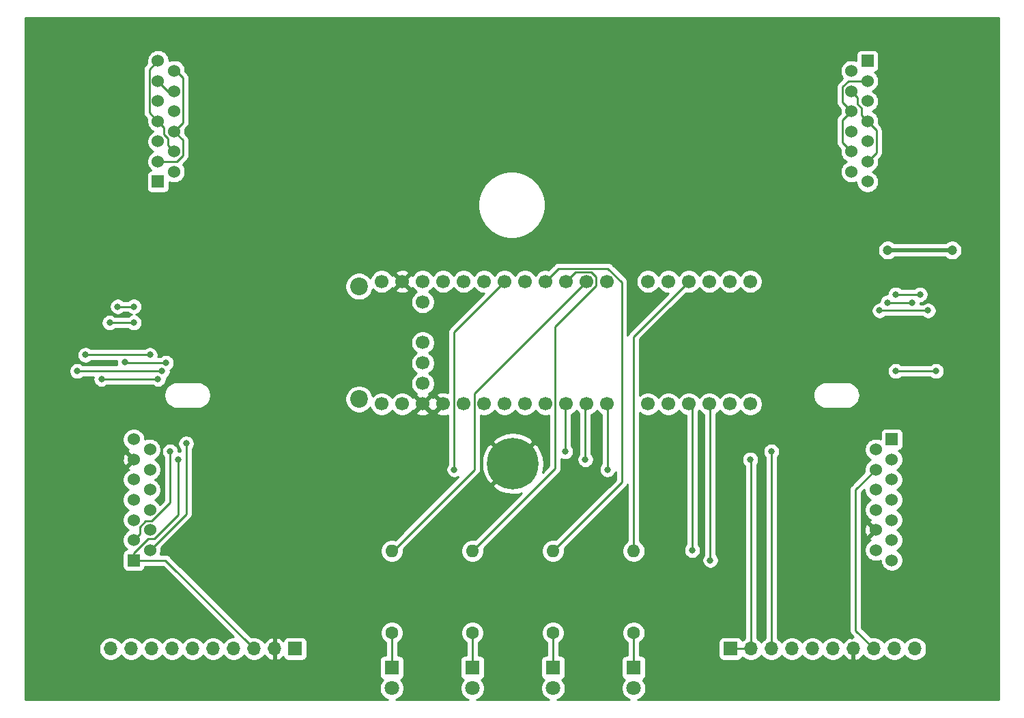
<source format=gbr>
G04 #@! TF.GenerationSoftware,KiCad,Pcbnew,(5.1.6-0-10_14)*
G04 #@! TF.CreationDate,2020-06-11T15:58:30+08:00*
G04 #@! TF.ProjectId,Kinesis,4b696e65-7369-4732-9e6b-696361645f70,rev?*
G04 #@! TF.SameCoordinates,Original*
G04 #@! TF.FileFunction,Copper,L2,Bot*
G04 #@! TF.FilePolarity,Positive*
%FSLAX46Y46*%
G04 Gerber Fmt 4.6, Leading zero omitted, Abs format (unit mm)*
G04 Created by KiCad (PCBNEW (5.1.6-0-10_14)) date 2020-06-11 15:58:30*
%MOMM*%
%LPD*%
G01*
G04 APERTURE LIST*
G04 #@! TA.AperFunction,ComponentPad*
%ADD10C,0.800000*%
G04 #@! TD*
G04 #@! TA.AperFunction,ComponentPad*
%ADD11C,6.400000*%
G04 #@! TD*
G04 #@! TA.AperFunction,ComponentPad*
%ADD12C,1.700000*%
G04 #@! TD*
G04 #@! TA.AperFunction,ComponentPad*
%ADD13C,2.200000*%
G04 #@! TD*
G04 #@! TA.AperFunction,ComponentPad*
%ADD14R,1.524000X1.524000*%
G04 #@! TD*
G04 #@! TA.AperFunction,ComponentPad*
%ADD15C,1.524000*%
G04 #@! TD*
G04 #@! TA.AperFunction,ComponentPad*
%ADD16R,1.700000X1.700000*%
G04 #@! TD*
G04 #@! TA.AperFunction,ComponentPad*
%ADD17O,1.700000X1.700000*%
G04 #@! TD*
G04 #@! TA.AperFunction,ComponentPad*
%ADD18O,1.600000X1.600000*%
G04 #@! TD*
G04 #@! TA.AperFunction,ComponentPad*
%ADD19C,1.600000*%
G04 #@! TD*
G04 #@! TA.AperFunction,ComponentPad*
%ADD20C,1.800000*%
G04 #@! TD*
G04 #@! TA.AperFunction,ComponentPad*
%ADD21R,1.800000X1.800000*%
G04 #@! TD*
G04 #@! TA.AperFunction,ViaPad*
%ADD22C,1.200000*%
G04 #@! TD*
G04 #@! TA.AperFunction,ViaPad*
%ADD23C,0.800000*%
G04 #@! TD*
G04 #@! TA.AperFunction,Conductor*
%ADD24C,0.500000*%
G04 #@! TD*
G04 #@! TA.AperFunction,Conductor*
%ADD25C,0.250000*%
G04 #@! TD*
G04 #@! TA.AperFunction,Conductor*
%ADD26C,0.254000*%
G04 #@! TD*
G04 APERTURE END LIST*
D10*
X151697056Y-86302944D03*
X150000000Y-85600000D03*
X148302944Y-86302944D03*
X147600000Y-88000000D03*
X148302944Y-89697056D03*
X150000000Y-90400000D03*
X151697056Y-89697056D03*
X152400000Y-88000000D03*
D11*
X150000000Y-88000000D03*
D12*
X133750000Y-65385000D03*
X136290000Y-80600000D03*
D13*
X130925200Y-65995000D03*
X130925200Y-79990400D03*
D12*
X133750000Y-80600000D03*
X138830000Y-78060000D03*
X138830000Y-80600000D03*
X141370000Y-80600000D03*
X143910000Y-80600000D03*
X146450000Y-80600000D03*
X138830000Y-75520000D03*
X138830000Y-72980000D03*
X148990000Y-80600000D03*
X151530000Y-80600000D03*
X154070000Y-80600000D03*
X156610000Y-80600000D03*
X159150000Y-80600000D03*
X161690000Y-80600000D03*
X169310000Y-80600000D03*
X174390000Y-80600000D03*
X176930000Y-80600000D03*
X171850000Y-80600000D03*
X179470000Y-80600000D03*
X166770000Y-80600000D03*
X136290000Y-65385000D03*
X138830000Y-65385000D03*
X143910000Y-65385000D03*
X138830000Y-67925000D03*
X141370000Y-65385000D03*
X146450000Y-65385000D03*
X148990000Y-65385000D03*
X151530000Y-65385000D03*
X156610000Y-65385000D03*
X159150000Y-65385000D03*
X154070000Y-65385000D03*
X161690000Y-65385000D03*
X169310000Y-65385000D03*
X166770000Y-65385000D03*
X174390000Y-65385000D03*
X171850000Y-65385000D03*
X176930000Y-65385000D03*
X179470000Y-65385000D03*
D14*
X194000000Y-38000000D03*
D15*
X192000000Y-39250000D03*
X194000000Y-40500000D03*
X192000000Y-41750000D03*
X194000000Y-43000000D03*
X192000000Y-44250000D03*
X194000000Y-45500000D03*
X192000000Y-46750000D03*
X194000000Y-48000000D03*
X192000000Y-49250000D03*
X194000000Y-50500000D03*
X192000000Y-51750000D03*
X194000000Y-53000000D03*
D14*
X197000000Y-85000000D03*
D15*
X195000000Y-86250000D03*
X197000000Y-87500000D03*
X195000000Y-88750000D03*
X197000000Y-90000000D03*
X195000000Y-91250000D03*
X197000000Y-92500000D03*
X195000000Y-93750000D03*
X197000000Y-95000000D03*
X195000000Y-96250000D03*
X197000000Y-97500000D03*
X195000000Y-98750000D03*
X197000000Y-100000000D03*
D14*
X103000000Y-100000000D03*
D15*
X105000000Y-98750000D03*
X103000000Y-97500000D03*
X105000000Y-96250000D03*
X103000000Y-95000000D03*
X105000000Y-93750000D03*
X103000000Y-92500000D03*
X105000000Y-91250000D03*
X103000000Y-90000000D03*
X105000000Y-88750000D03*
X103000000Y-87500000D03*
X105000000Y-86250000D03*
X103000000Y-85000000D03*
D14*
X106000000Y-53000000D03*
D15*
X108000000Y-51750000D03*
X106000000Y-50500000D03*
X108000000Y-49250000D03*
X106000000Y-48000000D03*
X108000000Y-46750000D03*
X106000000Y-45500000D03*
X108000000Y-44250000D03*
X106000000Y-43000000D03*
X108000000Y-41750000D03*
X106000000Y-40500000D03*
X108000000Y-39250000D03*
X106000000Y-38000000D03*
D16*
X177000000Y-111000000D03*
D17*
X179540000Y-111000000D03*
X182080000Y-111000000D03*
X184620000Y-111000000D03*
X187160000Y-111000000D03*
X189700000Y-111000000D03*
X192240000Y-111000000D03*
X194780000Y-111000000D03*
X197320000Y-111000000D03*
X199860000Y-111000000D03*
D16*
X123000000Y-111000000D03*
D17*
X120460000Y-111000000D03*
X117920000Y-111000000D03*
X115380000Y-111000000D03*
X112840000Y-111000000D03*
X110300000Y-111000000D03*
X107760000Y-111000000D03*
X105220000Y-111000000D03*
X102680000Y-111000000D03*
X100140000Y-111000000D03*
D18*
X135000000Y-98840000D03*
D19*
X135000000Y-109000000D03*
X145000000Y-109000000D03*
D18*
X145000000Y-98840000D03*
X155000000Y-98840000D03*
D19*
X155000000Y-109000000D03*
D18*
X165000000Y-98840000D03*
D19*
X165000000Y-109000000D03*
D20*
X135000000Y-115890000D03*
D21*
X135000000Y-113350000D03*
X145000000Y-113350000D03*
D20*
X145000000Y-115890000D03*
X155000000Y-115890000D03*
D21*
X155000000Y-113350000D03*
D20*
X165000000Y-115890000D03*
D21*
X165000000Y-113350000D03*
D22*
X196500000Y-61500000D03*
X204500000Y-61500000D03*
D23*
X105000000Y-74500000D03*
X97000000Y-74500000D03*
X142750000Y-88750000D03*
X195500000Y-69000000D03*
X201500000Y-69000000D03*
X101000000Y-68500000D03*
X102999998Y-68500000D03*
X174500000Y-100000000D03*
X159000000Y-87500000D03*
X179448000Y-87500000D03*
X99000000Y-77500000D03*
X106000000Y-77500000D03*
X156500000Y-86500000D03*
X182080000Y-86499996D03*
X107500000Y-86500000D03*
X109500000Y-85500000D03*
X108500000Y-87500000D03*
X199500000Y-68000000D03*
X196500000Y-68000000D03*
X197500000Y-67000002D03*
X200500000Y-67000000D03*
X172250000Y-98750000D03*
X100000000Y-70500000D03*
X103000000Y-70500000D03*
X107000000Y-75500000D03*
X101912999Y-75412995D03*
X96000000Y-76500000D03*
X106500000Y-76500000D03*
X197500000Y-76500000D03*
X202500000Y-76500000D03*
X161750000Y-88750000D03*
D24*
X196500000Y-61500000D02*
X204500000Y-61500000D01*
D25*
X165000000Y-113350000D02*
X165000000Y-109000000D01*
X155000000Y-109000000D02*
X155000000Y-113350000D01*
X145000000Y-109000000D02*
X145000000Y-113350000D01*
X135000000Y-109000000D02*
X135000000Y-113350000D01*
X165000000Y-72235000D02*
X171850000Y-65385000D01*
X165000000Y-98840000D02*
X165000000Y-72235000D01*
X155695010Y-63759990D02*
X154070000Y-65385000D01*
X163500000Y-90340000D02*
X163500000Y-65455998D01*
X161803992Y-63759990D02*
X155695010Y-63759990D01*
X163500000Y-65455998D02*
X161803992Y-63759990D01*
X155000000Y-98840000D02*
X163500000Y-90340000D01*
X157785001Y-64209999D02*
X156610000Y-65385000D01*
X159714001Y-64209999D02*
X157785001Y-64209999D01*
X160325001Y-64820999D02*
X159714001Y-64209999D01*
X160325001Y-65949001D02*
X160325001Y-64820999D01*
X155245001Y-71029001D02*
X160325001Y-65949001D01*
X155245001Y-88594999D02*
X155245001Y-71029001D01*
X145000000Y-98840000D02*
X155245001Y-88594999D01*
X135145685Y-98840000D02*
X135000000Y-98840000D01*
X145225003Y-88760682D02*
X135145685Y-98840000D01*
X145225003Y-79309997D02*
X145225003Y-88760682D01*
X159150000Y-65385000D02*
X145225003Y-79309997D01*
X105000000Y-74500000D02*
X97000000Y-74500000D01*
X142734999Y-88734999D02*
X142750000Y-88750000D01*
X142734999Y-71640001D02*
X142734999Y-88734999D01*
X148990000Y-65385000D02*
X142734999Y-71640001D01*
X195500000Y-69000000D02*
X201500000Y-69000000D01*
X101000000Y-68500000D02*
X102999998Y-68500000D01*
X195087001Y-49412999D02*
X194000000Y-50500000D01*
X195087001Y-46587001D02*
X195087001Y-49412999D01*
X194000000Y-45500000D02*
X195087001Y-46587001D01*
X192761999Y-42511999D02*
X192000000Y-41750000D01*
X192761999Y-43370761D02*
X192761999Y-42511999D01*
X193238001Y-44738001D02*
X193238001Y-43846763D01*
X193238001Y-43846763D02*
X192761999Y-43370761D01*
X194000000Y-45500000D02*
X193238001Y-44738001D01*
X174500000Y-80710000D02*
X174390000Y-80600000D01*
X174500000Y-100000000D02*
X174500000Y-80710000D01*
X177000000Y-111000000D02*
X179540000Y-111000000D01*
X179540000Y-111000000D02*
X179540000Y-111130000D01*
X159000000Y-87500000D02*
X159000000Y-80750000D01*
X159000000Y-80750000D02*
X159150000Y-80600000D01*
X179540000Y-111000000D02*
X179540000Y-87592000D01*
X179540000Y-87592000D02*
X179448000Y-87500000D01*
X106000000Y-77500000D02*
X99000000Y-77500000D01*
X156500000Y-80710000D02*
X156610000Y-80600000D01*
X156500000Y-86500000D02*
X156500000Y-80710000D01*
X182080000Y-111000000D02*
X182080000Y-86499996D01*
X103000000Y-97500000D02*
X103761999Y-96738001D01*
X103761999Y-96738001D02*
X103761999Y-95846763D01*
X105195763Y-95162999D02*
X107500000Y-92858762D01*
X107500000Y-92858762D02*
X107500000Y-86500000D01*
X103761999Y-95846763D02*
X104445763Y-95162999D01*
X104445763Y-95162999D02*
X105195763Y-95162999D01*
X109500000Y-94250000D02*
X109500000Y-85500000D01*
X105000000Y-98750000D02*
X109500000Y-94250000D01*
X106920000Y-100000000D02*
X117920000Y-111000000D01*
X103000000Y-100000000D02*
X106920000Y-100000000D01*
X108500000Y-94358762D02*
X108500000Y-87500000D01*
X104804237Y-97337001D02*
X105521761Y-97337001D01*
X105521761Y-97337001D02*
X108500000Y-94358762D01*
X103000000Y-100000000D02*
X103000000Y-99141238D01*
X103000000Y-99141238D02*
X104804237Y-97337001D01*
X190912999Y-43162999D02*
X192000000Y-44250000D01*
X190912999Y-41228239D02*
X190912999Y-43162999D01*
X191641238Y-40500000D02*
X190912999Y-41228239D01*
X194000000Y-40500000D02*
X191641238Y-40500000D01*
X190912999Y-45337001D02*
X190912999Y-48162999D01*
X190912999Y-48162999D02*
X192000000Y-49250000D01*
X192000000Y-44250000D02*
X190912999Y-45337001D01*
X199500000Y-68000000D02*
X196500000Y-68000000D01*
X200499998Y-67000002D02*
X200500000Y-67000000D01*
X197500000Y-67000002D02*
X200499998Y-67000002D01*
X172250000Y-81000000D02*
X171850000Y-80600000D01*
X172250000Y-98750000D02*
X172250000Y-81000000D01*
X104912999Y-39087001D02*
X106000000Y-38000000D01*
X104912999Y-44412999D02*
X104912999Y-39087001D01*
X106000000Y-45500000D02*
X104912999Y-44412999D01*
X107238001Y-48488001D02*
X108000000Y-49250000D01*
X107238001Y-47629239D02*
X107238001Y-48488001D01*
X106761999Y-47153237D02*
X107238001Y-47629239D01*
X106761999Y-46261999D02*
X106761999Y-47153237D01*
X106000000Y-45500000D02*
X106761999Y-46261999D01*
X100000000Y-70500000D02*
X103000000Y-70500000D01*
X108000000Y-39250000D02*
X108000000Y-39000000D01*
X109087001Y-45662999D02*
X108000000Y-46750000D01*
X109087001Y-40087001D02*
X109087001Y-45662999D01*
X108000000Y-39000000D02*
X109087001Y-40087001D01*
X109087001Y-47837001D02*
X108000000Y-46750000D01*
X109087001Y-49771761D02*
X109087001Y-47837001D01*
X108358762Y-50500000D02*
X109087001Y-49771761D01*
X106000000Y-50500000D02*
X108358762Y-50500000D01*
X102000004Y-75500000D02*
X101912999Y-75412995D01*
X107000000Y-75500000D02*
X102000004Y-75500000D01*
X107250000Y-41750000D02*
X108000000Y-41750000D01*
X106000000Y-40500000D02*
X107250000Y-41750000D01*
X96000000Y-76500000D02*
X106500000Y-76500000D01*
X197500000Y-76500000D02*
X202500000Y-76500000D01*
X161750000Y-80660000D02*
X161690000Y-80600000D01*
X161750000Y-88750000D02*
X161750000Y-80660000D01*
X192500000Y-108720000D02*
X194780000Y-111000000D01*
X192500000Y-91250000D02*
X192500000Y-108720000D01*
X195000000Y-88750000D02*
X192500000Y-91250000D01*
D26*
G36*
X210241100Y-117343600D02*
G01*
X165501848Y-117343600D01*
X165727095Y-117250299D01*
X165978505Y-117082312D01*
X166192312Y-116868505D01*
X166360299Y-116617095D01*
X166476011Y-116337743D01*
X166535000Y-116041184D01*
X166535000Y-115738816D01*
X166476011Y-115442257D01*
X166360299Y-115162905D01*
X166192312Y-114911495D01*
X166125873Y-114845056D01*
X166144180Y-114839502D01*
X166254494Y-114780537D01*
X166351185Y-114701185D01*
X166430537Y-114604494D01*
X166489502Y-114494180D01*
X166525812Y-114374482D01*
X166538072Y-114250000D01*
X166538072Y-112450000D01*
X166525812Y-112325518D01*
X166489502Y-112205820D01*
X166430537Y-112095506D01*
X166351185Y-111998815D01*
X166254494Y-111919463D01*
X166144180Y-111860498D01*
X166024482Y-111824188D01*
X165900000Y-111811928D01*
X165760000Y-111811928D01*
X165760000Y-110218043D01*
X165861834Y-110150000D01*
X175511928Y-110150000D01*
X175511928Y-111850000D01*
X175524188Y-111974482D01*
X175560498Y-112094180D01*
X175619463Y-112204494D01*
X175698815Y-112301185D01*
X175795506Y-112380537D01*
X175905820Y-112439502D01*
X176025518Y-112475812D01*
X176150000Y-112488072D01*
X177850000Y-112488072D01*
X177974482Y-112475812D01*
X178094180Y-112439502D01*
X178204494Y-112380537D01*
X178301185Y-112301185D01*
X178380537Y-112204494D01*
X178439502Y-112094180D01*
X178461513Y-112021620D01*
X178593368Y-112153475D01*
X178836589Y-112315990D01*
X179106842Y-112427932D01*
X179393740Y-112485000D01*
X179686260Y-112485000D01*
X179973158Y-112427932D01*
X180243411Y-112315990D01*
X180486632Y-112153475D01*
X180693475Y-111946632D01*
X180810000Y-111772240D01*
X180926525Y-111946632D01*
X181133368Y-112153475D01*
X181376589Y-112315990D01*
X181646842Y-112427932D01*
X181933740Y-112485000D01*
X182226260Y-112485000D01*
X182513158Y-112427932D01*
X182783411Y-112315990D01*
X183026632Y-112153475D01*
X183233475Y-111946632D01*
X183350000Y-111772240D01*
X183466525Y-111946632D01*
X183673368Y-112153475D01*
X183916589Y-112315990D01*
X184186842Y-112427932D01*
X184473740Y-112485000D01*
X184766260Y-112485000D01*
X185053158Y-112427932D01*
X185323411Y-112315990D01*
X185566632Y-112153475D01*
X185773475Y-111946632D01*
X185890000Y-111772240D01*
X186006525Y-111946632D01*
X186213368Y-112153475D01*
X186456589Y-112315990D01*
X186726842Y-112427932D01*
X187013740Y-112485000D01*
X187306260Y-112485000D01*
X187593158Y-112427932D01*
X187863411Y-112315990D01*
X188106632Y-112153475D01*
X188313475Y-111946632D01*
X188430000Y-111772240D01*
X188546525Y-111946632D01*
X188753368Y-112153475D01*
X188996589Y-112315990D01*
X189266842Y-112427932D01*
X189553740Y-112485000D01*
X189846260Y-112485000D01*
X190133158Y-112427932D01*
X190403411Y-112315990D01*
X190646632Y-112153475D01*
X190853475Y-111946632D01*
X190975195Y-111764466D01*
X191044822Y-111881355D01*
X191239731Y-112097588D01*
X191473080Y-112271641D01*
X191735901Y-112396825D01*
X191883110Y-112441476D01*
X192113000Y-112320155D01*
X192113000Y-111127000D01*
X192093000Y-111127000D01*
X192093000Y-110873000D01*
X192113000Y-110873000D01*
X192113000Y-110853000D01*
X192367000Y-110853000D01*
X192367000Y-110873000D01*
X192387000Y-110873000D01*
X192387000Y-111127000D01*
X192367000Y-111127000D01*
X192367000Y-112320155D01*
X192596890Y-112441476D01*
X192744099Y-112396825D01*
X193006920Y-112271641D01*
X193240269Y-112097588D01*
X193435178Y-111881355D01*
X193504805Y-111764466D01*
X193626525Y-111946632D01*
X193833368Y-112153475D01*
X194076589Y-112315990D01*
X194346842Y-112427932D01*
X194633740Y-112485000D01*
X194926260Y-112485000D01*
X195213158Y-112427932D01*
X195483411Y-112315990D01*
X195726632Y-112153475D01*
X195933475Y-111946632D01*
X196050000Y-111772240D01*
X196166525Y-111946632D01*
X196373368Y-112153475D01*
X196616589Y-112315990D01*
X196886842Y-112427932D01*
X197173740Y-112485000D01*
X197466260Y-112485000D01*
X197753158Y-112427932D01*
X198023411Y-112315990D01*
X198266632Y-112153475D01*
X198473475Y-111946632D01*
X198590000Y-111772240D01*
X198706525Y-111946632D01*
X198913368Y-112153475D01*
X199156589Y-112315990D01*
X199426842Y-112427932D01*
X199713740Y-112485000D01*
X200006260Y-112485000D01*
X200293158Y-112427932D01*
X200563411Y-112315990D01*
X200806632Y-112153475D01*
X201013475Y-111946632D01*
X201175990Y-111703411D01*
X201287932Y-111433158D01*
X201345000Y-111146260D01*
X201345000Y-110853740D01*
X201287932Y-110566842D01*
X201175990Y-110296589D01*
X201013475Y-110053368D01*
X200806632Y-109846525D01*
X200563411Y-109684010D01*
X200293158Y-109572068D01*
X200006260Y-109515000D01*
X199713740Y-109515000D01*
X199426842Y-109572068D01*
X199156589Y-109684010D01*
X198913368Y-109846525D01*
X198706525Y-110053368D01*
X198590000Y-110227760D01*
X198473475Y-110053368D01*
X198266632Y-109846525D01*
X198023411Y-109684010D01*
X197753158Y-109572068D01*
X197466260Y-109515000D01*
X197173740Y-109515000D01*
X196886842Y-109572068D01*
X196616589Y-109684010D01*
X196373368Y-109846525D01*
X196166525Y-110053368D01*
X196050000Y-110227760D01*
X195933475Y-110053368D01*
X195726632Y-109846525D01*
X195483411Y-109684010D01*
X195213158Y-109572068D01*
X194926260Y-109515000D01*
X194633740Y-109515000D01*
X194413592Y-109558790D01*
X193260000Y-108405199D01*
X193260000Y-96322017D01*
X193598090Y-96322017D01*
X193639078Y-96594133D01*
X193732364Y-96853023D01*
X193794344Y-96968980D01*
X194034435Y-97035960D01*
X194820395Y-96250000D01*
X194034435Y-95464040D01*
X193794344Y-95531020D01*
X193677244Y-95780048D01*
X193610977Y-96047135D01*
X193598090Y-96322017D01*
X193260000Y-96322017D01*
X193260000Y-91564801D01*
X193603000Y-91221801D01*
X193603000Y-91387592D01*
X193656686Y-91657490D01*
X193761995Y-91911727D01*
X193914880Y-92140535D01*
X194109465Y-92335120D01*
X194338273Y-92488005D01*
X194367231Y-92500000D01*
X194338273Y-92511995D01*
X194109465Y-92664880D01*
X193914880Y-92859465D01*
X193761995Y-93088273D01*
X193656686Y-93342510D01*
X193603000Y-93612408D01*
X193603000Y-93887592D01*
X193656686Y-94157490D01*
X193761995Y-94411727D01*
X193914880Y-94640535D01*
X194109465Y-94835120D01*
X194338273Y-94988005D01*
X194365401Y-94999242D01*
X194281020Y-95044344D01*
X194214040Y-95284435D01*
X195000000Y-96070395D01*
X195014143Y-96056253D01*
X195193748Y-96235858D01*
X195179605Y-96250000D01*
X195193748Y-96264143D01*
X195014143Y-96443748D01*
X195000000Y-96429605D01*
X194214040Y-97215565D01*
X194281020Y-97455656D01*
X194371533Y-97498218D01*
X194338273Y-97511995D01*
X194109465Y-97664880D01*
X193914880Y-97859465D01*
X193761995Y-98088273D01*
X193656686Y-98342510D01*
X193603000Y-98612408D01*
X193603000Y-98887592D01*
X193656686Y-99157490D01*
X193761995Y-99411727D01*
X193914880Y-99640535D01*
X194109465Y-99835120D01*
X194338273Y-99988005D01*
X194592510Y-100093314D01*
X194862408Y-100147000D01*
X195137592Y-100147000D01*
X195407490Y-100093314D01*
X195603000Y-100012331D01*
X195603000Y-100137592D01*
X195656686Y-100407490D01*
X195761995Y-100661727D01*
X195914880Y-100890535D01*
X196109465Y-101085120D01*
X196338273Y-101238005D01*
X196592510Y-101343314D01*
X196862408Y-101397000D01*
X197137592Y-101397000D01*
X197407490Y-101343314D01*
X197661727Y-101238005D01*
X197890535Y-101085120D01*
X198085120Y-100890535D01*
X198238005Y-100661727D01*
X198343314Y-100407490D01*
X198397000Y-100137592D01*
X198397000Y-99862408D01*
X198343314Y-99592510D01*
X198238005Y-99338273D01*
X198085120Y-99109465D01*
X197890535Y-98914880D01*
X197661727Y-98761995D01*
X197632769Y-98750000D01*
X197661727Y-98738005D01*
X197890535Y-98585120D01*
X198085120Y-98390535D01*
X198238005Y-98161727D01*
X198343314Y-97907490D01*
X198397000Y-97637592D01*
X198397000Y-97362408D01*
X198343314Y-97092510D01*
X198238005Y-96838273D01*
X198085120Y-96609465D01*
X197890535Y-96414880D01*
X197661727Y-96261995D01*
X197632769Y-96250000D01*
X197661727Y-96238005D01*
X197890535Y-96085120D01*
X198085120Y-95890535D01*
X198238005Y-95661727D01*
X198343314Y-95407490D01*
X198397000Y-95137592D01*
X198397000Y-94862408D01*
X198343314Y-94592510D01*
X198238005Y-94338273D01*
X198085120Y-94109465D01*
X197890535Y-93914880D01*
X197661727Y-93761995D01*
X197632769Y-93750000D01*
X197661727Y-93738005D01*
X197890535Y-93585120D01*
X198085120Y-93390535D01*
X198238005Y-93161727D01*
X198343314Y-92907490D01*
X198397000Y-92637592D01*
X198397000Y-92362408D01*
X198343314Y-92092510D01*
X198238005Y-91838273D01*
X198085120Y-91609465D01*
X197890535Y-91414880D01*
X197661727Y-91261995D01*
X197632769Y-91250000D01*
X197661727Y-91238005D01*
X197890535Y-91085120D01*
X198085120Y-90890535D01*
X198238005Y-90661727D01*
X198343314Y-90407490D01*
X198397000Y-90137592D01*
X198397000Y-89862408D01*
X198343314Y-89592510D01*
X198238005Y-89338273D01*
X198085120Y-89109465D01*
X197890535Y-88914880D01*
X197661727Y-88761995D01*
X197632769Y-88750000D01*
X197661727Y-88738005D01*
X197890535Y-88585120D01*
X198085120Y-88390535D01*
X198238005Y-88161727D01*
X198343314Y-87907490D01*
X198397000Y-87637592D01*
X198397000Y-87362408D01*
X198343314Y-87092510D01*
X198238005Y-86838273D01*
X198085120Y-86609465D01*
X197890535Y-86414880D01*
X197854708Y-86390941D01*
X197886482Y-86387812D01*
X198006180Y-86351502D01*
X198116494Y-86292537D01*
X198213185Y-86213185D01*
X198292537Y-86116494D01*
X198351502Y-86006180D01*
X198387812Y-85886482D01*
X198400072Y-85762000D01*
X198400072Y-84238000D01*
X198387812Y-84113518D01*
X198351502Y-83993820D01*
X198292537Y-83883506D01*
X198213185Y-83786815D01*
X198116494Y-83707463D01*
X198006180Y-83648498D01*
X197886482Y-83612188D01*
X197762000Y-83599928D01*
X196238000Y-83599928D01*
X196113518Y-83612188D01*
X195993820Y-83648498D01*
X195883506Y-83707463D01*
X195786815Y-83786815D01*
X195707463Y-83883506D01*
X195648498Y-83993820D01*
X195612188Y-84113518D01*
X195599928Y-84238000D01*
X195599928Y-84986397D01*
X195407490Y-84906686D01*
X195137592Y-84853000D01*
X194862408Y-84853000D01*
X194592510Y-84906686D01*
X194338273Y-85011995D01*
X194109465Y-85164880D01*
X193914880Y-85359465D01*
X193761995Y-85588273D01*
X193656686Y-85842510D01*
X193603000Y-86112408D01*
X193603000Y-86387592D01*
X193656686Y-86657490D01*
X193761995Y-86911727D01*
X193914880Y-87140535D01*
X194109465Y-87335120D01*
X194338273Y-87488005D01*
X194367231Y-87500000D01*
X194338273Y-87511995D01*
X194109465Y-87664880D01*
X193914880Y-87859465D01*
X193761995Y-88088273D01*
X193656686Y-88342510D01*
X193603000Y-88612408D01*
X193603000Y-88887592D01*
X193633628Y-89041570D01*
X191989003Y-90686196D01*
X191959999Y-90709999D01*
X191915455Y-90764277D01*
X191865026Y-90825724D01*
X191810980Y-90926836D01*
X191794454Y-90957754D01*
X191750997Y-91101015D01*
X191740000Y-91212668D01*
X191740000Y-91212678D01*
X191736324Y-91250000D01*
X191740000Y-91287322D01*
X191740001Y-108682667D01*
X191736324Y-108720000D01*
X191740001Y-108757333D01*
X191749982Y-108858665D01*
X191750998Y-108868985D01*
X191794454Y-109012246D01*
X191865026Y-109144276D01*
X191936201Y-109231002D01*
X191960000Y-109260001D01*
X191988998Y-109283799D01*
X192220199Y-109515000D01*
X192112998Y-109515000D01*
X192112998Y-109679844D01*
X191883110Y-109558524D01*
X191735901Y-109603175D01*
X191473080Y-109728359D01*
X191239731Y-109902412D01*
X191044822Y-110118645D01*
X190975195Y-110235534D01*
X190853475Y-110053368D01*
X190646632Y-109846525D01*
X190403411Y-109684010D01*
X190133158Y-109572068D01*
X189846260Y-109515000D01*
X189553740Y-109515000D01*
X189266842Y-109572068D01*
X188996589Y-109684010D01*
X188753368Y-109846525D01*
X188546525Y-110053368D01*
X188430000Y-110227760D01*
X188313475Y-110053368D01*
X188106632Y-109846525D01*
X187863411Y-109684010D01*
X187593158Y-109572068D01*
X187306260Y-109515000D01*
X187013740Y-109515000D01*
X186726842Y-109572068D01*
X186456589Y-109684010D01*
X186213368Y-109846525D01*
X186006525Y-110053368D01*
X185890000Y-110227760D01*
X185773475Y-110053368D01*
X185566632Y-109846525D01*
X185323411Y-109684010D01*
X185053158Y-109572068D01*
X184766260Y-109515000D01*
X184473740Y-109515000D01*
X184186842Y-109572068D01*
X183916589Y-109684010D01*
X183673368Y-109846525D01*
X183466525Y-110053368D01*
X183350000Y-110227760D01*
X183233475Y-110053368D01*
X183026632Y-109846525D01*
X182840000Y-109721822D01*
X182840000Y-87203707D01*
X182883937Y-87159770D01*
X182997205Y-86990252D01*
X183075226Y-86801894D01*
X183115000Y-86601935D01*
X183115000Y-86398057D01*
X183075226Y-86198098D01*
X182997205Y-86009740D01*
X182883937Y-85840222D01*
X182739774Y-85696059D01*
X182570256Y-85582791D01*
X182381898Y-85504770D01*
X182181939Y-85464996D01*
X181978061Y-85464996D01*
X181778102Y-85504770D01*
X181589744Y-85582791D01*
X181420226Y-85696059D01*
X181276063Y-85840222D01*
X181162795Y-86009740D01*
X181084774Y-86198098D01*
X181045000Y-86398057D01*
X181045000Y-86601935D01*
X181084774Y-86801894D01*
X181162795Y-86990252D01*
X181276063Y-87159770D01*
X181320001Y-87203708D01*
X181320000Y-109721822D01*
X181133368Y-109846525D01*
X180926525Y-110053368D01*
X180810000Y-110227760D01*
X180693475Y-110053368D01*
X180486632Y-109846525D01*
X180300000Y-109721822D01*
X180300000Y-88087842D01*
X180365205Y-87990256D01*
X180443226Y-87801898D01*
X180483000Y-87601939D01*
X180483000Y-87398061D01*
X180443226Y-87198102D01*
X180365205Y-87009744D01*
X180251937Y-86840226D01*
X180107774Y-86696063D01*
X179938256Y-86582795D01*
X179749898Y-86504774D01*
X179549939Y-86465000D01*
X179346061Y-86465000D01*
X179146102Y-86504774D01*
X178957744Y-86582795D01*
X178788226Y-86696063D01*
X178644063Y-86840226D01*
X178530795Y-87009744D01*
X178452774Y-87198102D01*
X178413000Y-87398061D01*
X178413000Y-87601939D01*
X178452774Y-87801898D01*
X178530795Y-87990256D01*
X178644063Y-88159774D01*
X178780001Y-88295712D01*
X178780000Y-109721822D01*
X178593368Y-109846525D01*
X178461513Y-109978380D01*
X178439502Y-109905820D01*
X178380537Y-109795506D01*
X178301185Y-109698815D01*
X178204494Y-109619463D01*
X178094180Y-109560498D01*
X177974482Y-109524188D01*
X177850000Y-109511928D01*
X176150000Y-109511928D01*
X176025518Y-109524188D01*
X175905820Y-109560498D01*
X175795506Y-109619463D01*
X175698815Y-109698815D01*
X175619463Y-109795506D01*
X175560498Y-109905820D01*
X175524188Y-110025518D01*
X175511928Y-110150000D01*
X165861834Y-110150000D01*
X165914759Y-110114637D01*
X166114637Y-109914759D01*
X166271680Y-109679727D01*
X166379853Y-109418574D01*
X166435000Y-109141335D01*
X166435000Y-108858665D01*
X166379853Y-108581426D01*
X166271680Y-108320273D01*
X166114637Y-108085241D01*
X165914759Y-107885363D01*
X165679727Y-107728320D01*
X165418574Y-107620147D01*
X165141335Y-107565000D01*
X164858665Y-107565000D01*
X164581426Y-107620147D01*
X164320273Y-107728320D01*
X164085241Y-107885363D01*
X163885363Y-108085241D01*
X163728320Y-108320273D01*
X163620147Y-108581426D01*
X163565000Y-108858665D01*
X163565000Y-109141335D01*
X163620147Y-109418574D01*
X163728320Y-109679727D01*
X163885363Y-109914759D01*
X164085241Y-110114637D01*
X164240001Y-110218044D01*
X164240000Y-111811928D01*
X164100000Y-111811928D01*
X163975518Y-111824188D01*
X163855820Y-111860498D01*
X163745506Y-111919463D01*
X163648815Y-111998815D01*
X163569463Y-112095506D01*
X163510498Y-112205820D01*
X163474188Y-112325518D01*
X163461928Y-112450000D01*
X163461928Y-114250000D01*
X163474188Y-114374482D01*
X163510498Y-114494180D01*
X163569463Y-114604494D01*
X163648815Y-114701185D01*
X163745506Y-114780537D01*
X163855820Y-114839502D01*
X163874127Y-114845056D01*
X163807688Y-114911495D01*
X163639701Y-115162905D01*
X163523989Y-115442257D01*
X163465000Y-115738816D01*
X163465000Y-116041184D01*
X163523989Y-116337743D01*
X163639701Y-116617095D01*
X163807688Y-116868505D01*
X164021495Y-117082312D01*
X164272905Y-117250299D01*
X164498152Y-117343600D01*
X155501848Y-117343600D01*
X155727095Y-117250299D01*
X155978505Y-117082312D01*
X156192312Y-116868505D01*
X156360299Y-116617095D01*
X156476011Y-116337743D01*
X156535000Y-116041184D01*
X156535000Y-115738816D01*
X156476011Y-115442257D01*
X156360299Y-115162905D01*
X156192312Y-114911495D01*
X156125873Y-114845056D01*
X156144180Y-114839502D01*
X156254494Y-114780537D01*
X156351185Y-114701185D01*
X156430537Y-114604494D01*
X156489502Y-114494180D01*
X156525812Y-114374482D01*
X156538072Y-114250000D01*
X156538072Y-112450000D01*
X156525812Y-112325518D01*
X156489502Y-112205820D01*
X156430537Y-112095506D01*
X156351185Y-111998815D01*
X156254494Y-111919463D01*
X156144180Y-111860498D01*
X156024482Y-111824188D01*
X155900000Y-111811928D01*
X155760000Y-111811928D01*
X155760000Y-110218043D01*
X155914759Y-110114637D01*
X156114637Y-109914759D01*
X156271680Y-109679727D01*
X156379853Y-109418574D01*
X156435000Y-109141335D01*
X156435000Y-108858665D01*
X156379853Y-108581426D01*
X156271680Y-108320273D01*
X156114637Y-108085241D01*
X155914759Y-107885363D01*
X155679727Y-107728320D01*
X155418574Y-107620147D01*
X155141335Y-107565000D01*
X154858665Y-107565000D01*
X154581426Y-107620147D01*
X154320273Y-107728320D01*
X154085241Y-107885363D01*
X153885363Y-108085241D01*
X153728320Y-108320273D01*
X153620147Y-108581426D01*
X153565000Y-108858665D01*
X153565000Y-109141335D01*
X153620147Y-109418574D01*
X153728320Y-109679727D01*
X153885363Y-109914759D01*
X154085241Y-110114637D01*
X154240000Y-110218044D01*
X154240001Y-111811928D01*
X154100000Y-111811928D01*
X153975518Y-111824188D01*
X153855820Y-111860498D01*
X153745506Y-111919463D01*
X153648815Y-111998815D01*
X153569463Y-112095506D01*
X153510498Y-112205820D01*
X153474188Y-112325518D01*
X153461928Y-112450000D01*
X153461928Y-114250000D01*
X153474188Y-114374482D01*
X153510498Y-114494180D01*
X153569463Y-114604494D01*
X153648815Y-114701185D01*
X153745506Y-114780537D01*
X153855820Y-114839502D01*
X153874127Y-114845056D01*
X153807688Y-114911495D01*
X153639701Y-115162905D01*
X153523989Y-115442257D01*
X153465000Y-115738816D01*
X153465000Y-116041184D01*
X153523989Y-116337743D01*
X153639701Y-116617095D01*
X153807688Y-116868505D01*
X154021495Y-117082312D01*
X154272905Y-117250299D01*
X154498152Y-117343600D01*
X145501848Y-117343600D01*
X145727095Y-117250299D01*
X145978505Y-117082312D01*
X146192312Y-116868505D01*
X146360299Y-116617095D01*
X146476011Y-116337743D01*
X146535000Y-116041184D01*
X146535000Y-115738816D01*
X146476011Y-115442257D01*
X146360299Y-115162905D01*
X146192312Y-114911495D01*
X146125873Y-114845056D01*
X146144180Y-114839502D01*
X146254494Y-114780537D01*
X146351185Y-114701185D01*
X146430537Y-114604494D01*
X146489502Y-114494180D01*
X146525812Y-114374482D01*
X146538072Y-114250000D01*
X146538072Y-112450000D01*
X146525812Y-112325518D01*
X146489502Y-112205820D01*
X146430537Y-112095506D01*
X146351185Y-111998815D01*
X146254494Y-111919463D01*
X146144180Y-111860498D01*
X146024482Y-111824188D01*
X145900000Y-111811928D01*
X145760000Y-111811928D01*
X145760000Y-110218043D01*
X145914759Y-110114637D01*
X146114637Y-109914759D01*
X146271680Y-109679727D01*
X146379853Y-109418574D01*
X146435000Y-109141335D01*
X146435000Y-108858665D01*
X146379853Y-108581426D01*
X146271680Y-108320273D01*
X146114637Y-108085241D01*
X145914759Y-107885363D01*
X145679727Y-107728320D01*
X145418574Y-107620147D01*
X145141335Y-107565000D01*
X144858665Y-107565000D01*
X144581426Y-107620147D01*
X144320273Y-107728320D01*
X144085241Y-107885363D01*
X143885363Y-108085241D01*
X143728320Y-108320273D01*
X143620147Y-108581426D01*
X143565000Y-108858665D01*
X143565000Y-109141335D01*
X143620147Y-109418574D01*
X143728320Y-109679727D01*
X143885363Y-109914759D01*
X144085241Y-110114637D01*
X144240000Y-110218044D01*
X144240001Y-111811928D01*
X144100000Y-111811928D01*
X143975518Y-111824188D01*
X143855820Y-111860498D01*
X143745506Y-111919463D01*
X143648815Y-111998815D01*
X143569463Y-112095506D01*
X143510498Y-112205820D01*
X143474188Y-112325518D01*
X143461928Y-112450000D01*
X143461928Y-114250000D01*
X143474188Y-114374482D01*
X143510498Y-114494180D01*
X143569463Y-114604494D01*
X143648815Y-114701185D01*
X143745506Y-114780537D01*
X143855820Y-114839502D01*
X143874127Y-114845056D01*
X143807688Y-114911495D01*
X143639701Y-115162905D01*
X143523989Y-115442257D01*
X143465000Y-115738816D01*
X143465000Y-116041184D01*
X143523989Y-116337743D01*
X143639701Y-116617095D01*
X143807688Y-116868505D01*
X144021495Y-117082312D01*
X144272905Y-117250299D01*
X144498152Y-117343600D01*
X135501848Y-117343600D01*
X135727095Y-117250299D01*
X135978505Y-117082312D01*
X136192312Y-116868505D01*
X136360299Y-116617095D01*
X136476011Y-116337743D01*
X136535000Y-116041184D01*
X136535000Y-115738816D01*
X136476011Y-115442257D01*
X136360299Y-115162905D01*
X136192312Y-114911495D01*
X136125873Y-114845056D01*
X136144180Y-114839502D01*
X136254494Y-114780537D01*
X136351185Y-114701185D01*
X136430537Y-114604494D01*
X136489502Y-114494180D01*
X136525812Y-114374482D01*
X136538072Y-114250000D01*
X136538072Y-112450000D01*
X136525812Y-112325518D01*
X136489502Y-112205820D01*
X136430537Y-112095506D01*
X136351185Y-111998815D01*
X136254494Y-111919463D01*
X136144180Y-111860498D01*
X136024482Y-111824188D01*
X135900000Y-111811928D01*
X135760000Y-111811928D01*
X135760000Y-110218043D01*
X135914759Y-110114637D01*
X136114637Y-109914759D01*
X136271680Y-109679727D01*
X136379853Y-109418574D01*
X136435000Y-109141335D01*
X136435000Y-108858665D01*
X136379853Y-108581426D01*
X136271680Y-108320273D01*
X136114637Y-108085241D01*
X135914759Y-107885363D01*
X135679727Y-107728320D01*
X135418574Y-107620147D01*
X135141335Y-107565000D01*
X134858665Y-107565000D01*
X134581426Y-107620147D01*
X134320273Y-107728320D01*
X134085241Y-107885363D01*
X133885363Y-108085241D01*
X133728320Y-108320273D01*
X133620147Y-108581426D01*
X133565000Y-108858665D01*
X133565000Y-109141335D01*
X133620147Y-109418574D01*
X133728320Y-109679727D01*
X133885363Y-109914759D01*
X134085241Y-110114637D01*
X134240000Y-110218044D01*
X134240001Y-111811928D01*
X134100000Y-111811928D01*
X133975518Y-111824188D01*
X133855820Y-111860498D01*
X133745506Y-111919463D01*
X133648815Y-111998815D01*
X133569463Y-112095506D01*
X133510498Y-112205820D01*
X133474188Y-112325518D01*
X133461928Y-112450000D01*
X133461928Y-114250000D01*
X133474188Y-114374482D01*
X133510498Y-114494180D01*
X133569463Y-114604494D01*
X133648815Y-114701185D01*
X133745506Y-114780537D01*
X133855820Y-114839502D01*
X133874127Y-114845056D01*
X133807688Y-114911495D01*
X133639701Y-115162905D01*
X133523989Y-115442257D01*
X133465000Y-115738816D01*
X133465000Y-116041184D01*
X133523989Y-116337743D01*
X133639701Y-116617095D01*
X133807688Y-116868505D01*
X134021495Y-117082312D01*
X134272905Y-117250299D01*
X134498152Y-117343600D01*
X89561100Y-117343600D01*
X89561100Y-110853740D01*
X98655000Y-110853740D01*
X98655000Y-111146260D01*
X98712068Y-111433158D01*
X98824010Y-111703411D01*
X98986525Y-111946632D01*
X99193368Y-112153475D01*
X99436589Y-112315990D01*
X99706842Y-112427932D01*
X99993740Y-112485000D01*
X100286260Y-112485000D01*
X100573158Y-112427932D01*
X100843411Y-112315990D01*
X101086632Y-112153475D01*
X101293475Y-111946632D01*
X101410000Y-111772240D01*
X101526525Y-111946632D01*
X101733368Y-112153475D01*
X101976589Y-112315990D01*
X102246842Y-112427932D01*
X102533740Y-112485000D01*
X102826260Y-112485000D01*
X103113158Y-112427932D01*
X103383411Y-112315990D01*
X103626632Y-112153475D01*
X103833475Y-111946632D01*
X103950000Y-111772240D01*
X104066525Y-111946632D01*
X104273368Y-112153475D01*
X104516589Y-112315990D01*
X104786842Y-112427932D01*
X105073740Y-112485000D01*
X105366260Y-112485000D01*
X105653158Y-112427932D01*
X105923411Y-112315990D01*
X106166632Y-112153475D01*
X106373475Y-111946632D01*
X106490000Y-111772240D01*
X106606525Y-111946632D01*
X106813368Y-112153475D01*
X107056589Y-112315990D01*
X107326842Y-112427932D01*
X107613740Y-112485000D01*
X107906260Y-112485000D01*
X108193158Y-112427932D01*
X108463411Y-112315990D01*
X108706632Y-112153475D01*
X108913475Y-111946632D01*
X109030000Y-111772240D01*
X109146525Y-111946632D01*
X109353368Y-112153475D01*
X109596589Y-112315990D01*
X109866842Y-112427932D01*
X110153740Y-112485000D01*
X110446260Y-112485000D01*
X110733158Y-112427932D01*
X111003411Y-112315990D01*
X111246632Y-112153475D01*
X111453475Y-111946632D01*
X111570000Y-111772240D01*
X111686525Y-111946632D01*
X111893368Y-112153475D01*
X112136589Y-112315990D01*
X112406842Y-112427932D01*
X112693740Y-112485000D01*
X112986260Y-112485000D01*
X113273158Y-112427932D01*
X113543411Y-112315990D01*
X113786632Y-112153475D01*
X113993475Y-111946632D01*
X114110000Y-111772240D01*
X114226525Y-111946632D01*
X114433368Y-112153475D01*
X114676589Y-112315990D01*
X114946842Y-112427932D01*
X115233740Y-112485000D01*
X115526260Y-112485000D01*
X115813158Y-112427932D01*
X116083411Y-112315990D01*
X116326632Y-112153475D01*
X116533475Y-111946632D01*
X116650000Y-111772240D01*
X116766525Y-111946632D01*
X116973368Y-112153475D01*
X117216589Y-112315990D01*
X117486842Y-112427932D01*
X117773740Y-112485000D01*
X118066260Y-112485000D01*
X118353158Y-112427932D01*
X118623411Y-112315990D01*
X118866632Y-112153475D01*
X119073475Y-111946632D01*
X119195195Y-111764466D01*
X119264822Y-111881355D01*
X119459731Y-112097588D01*
X119693080Y-112271641D01*
X119955901Y-112396825D01*
X120103110Y-112441476D01*
X120333000Y-112320155D01*
X120333000Y-111127000D01*
X120313000Y-111127000D01*
X120313000Y-110873000D01*
X120333000Y-110873000D01*
X120333000Y-109679845D01*
X120587000Y-109679845D01*
X120587000Y-110873000D01*
X120607000Y-110873000D01*
X120607000Y-111127000D01*
X120587000Y-111127000D01*
X120587000Y-112320155D01*
X120816890Y-112441476D01*
X120964099Y-112396825D01*
X121226920Y-112271641D01*
X121460269Y-112097588D01*
X121536034Y-112013534D01*
X121560498Y-112094180D01*
X121619463Y-112204494D01*
X121698815Y-112301185D01*
X121795506Y-112380537D01*
X121905820Y-112439502D01*
X122025518Y-112475812D01*
X122150000Y-112488072D01*
X123850000Y-112488072D01*
X123974482Y-112475812D01*
X124094180Y-112439502D01*
X124204494Y-112380537D01*
X124301185Y-112301185D01*
X124380537Y-112204494D01*
X124439502Y-112094180D01*
X124475812Y-111974482D01*
X124488072Y-111850000D01*
X124488072Y-110150000D01*
X124475812Y-110025518D01*
X124439502Y-109905820D01*
X124380537Y-109795506D01*
X124301185Y-109698815D01*
X124204494Y-109619463D01*
X124094180Y-109560498D01*
X123974482Y-109524188D01*
X123850000Y-109511928D01*
X122150000Y-109511928D01*
X122025518Y-109524188D01*
X121905820Y-109560498D01*
X121795506Y-109619463D01*
X121698815Y-109698815D01*
X121619463Y-109795506D01*
X121560498Y-109905820D01*
X121536034Y-109986466D01*
X121460269Y-109902412D01*
X121226920Y-109728359D01*
X120964099Y-109603175D01*
X120816890Y-109558524D01*
X120587000Y-109679845D01*
X120333000Y-109679845D01*
X120103110Y-109558524D01*
X119955901Y-109603175D01*
X119693080Y-109728359D01*
X119459731Y-109902412D01*
X119264822Y-110118645D01*
X119195195Y-110235534D01*
X119073475Y-110053368D01*
X118866632Y-109846525D01*
X118623411Y-109684010D01*
X118353158Y-109572068D01*
X118066260Y-109515000D01*
X117773740Y-109515000D01*
X117553592Y-109558790D01*
X107483804Y-99489003D01*
X107460001Y-99459999D01*
X107344276Y-99365026D01*
X107212247Y-99294454D01*
X107068986Y-99250997D01*
X106957333Y-99240000D01*
X106957322Y-99240000D01*
X106920000Y-99236324D01*
X106882678Y-99240000D01*
X106309137Y-99240000D01*
X106343314Y-99157490D01*
X106397000Y-98887592D01*
X106397000Y-98698665D01*
X133565000Y-98698665D01*
X133565000Y-98981335D01*
X133620147Y-99258574D01*
X133728320Y-99519727D01*
X133885363Y-99754759D01*
X134085241Y-99954637D01*
X134320273Y-100111680D01*
X134581426Y-100219853D01*
X134858665Y-100275000D01*
X135141335Y-100275000D01*
X135418574Y-100219853D01*
X135679727Y-100111680D01*
X135914759Y-99954637D01*
X136114637Y-99754759D01*
X136271680Y-99519727D01*
X136379853Y-99258574D01*
X136435000Y-98981335D01*
X136435000Y-98698665D01*
X136422859Y-98637627D01*
X145736006Y-89324481D01*
X145765004Y-89300683D01*
X145859977Y-89184958D01*
X145930549Y-89052929D01*
X145974006Y-88909668D01*
X145985003Y-88798015D01*
X145985003Y-88798006D01*
X145988679Y-88760683D01*
X145985003Y-88723360D01*
X145985003Y-87975695D01*
X146146520Y-87975695D01*
X146215822Y-88727938D01*
X146430548Y-89452208D01*
X146782445Y-90120670D01*
X146809452Y-90161088D01*
X147299119Y-90521276D01*
X149820395Y-88000000D01*
X147299119Y-85478724D01*
X146809452Y-85838912D01*
X146449151Y-86502882D01*
X146225306Y-87224385D01*
X146146520Y-87975695D01*
X145985003Y-87975695D01*
X145985003Y-85299119D01*
X147478724Y-85299119D01*
X150000000Y-87820395D01*
X152521276Y-85299119D01*
X152161088Y-84809452D01*
X151497118Y-84449151D01*
X150775615Y-84225306D01*
X150024305Y-84146520D01*
X149272062Y-84215822D01*
X148547792Y-84430548D01*
X147879330Y-84782445D01*
X147838912Y-84809452D01*
X147478724Y-85299119D01*
X145985003Y-85299119D01*
X145985003Y-82014744D01*
X146016842Y-82027932D01*
X146303740Y-82085000D01*
X146596260Y-82085000D01*
X146883158Y-82027932D01*
X147153411Y-81915990D01*
X147396632Y-81753475D01*
X147603475Y-81546632D01*
X147720000Y-81372240D01*
X147836525Y-81546632D01*
X148043368Y-81753475D01*
X148286589Y-81915990D01*
X148556842Y-82027932D01*
X148843740Y-82085000D01*
X149136260Y-82085000D01*
X149423158Y-82027932D01*
X149693411Y-81915990D01*
X149936632Y-81753475D01*
X150143475Y-81546632D01*
X150260000Y-81372240D01*
X150376525Y-81546632D01*
X150583368Y-81753475D01*
X150826589Y-81915990D01*
X151096842Y-82027932D01*
X151383740Y-82085000D01*
X151676260Y-82085000D01*
X151963158Y-82027932D01*
X152233411Y-81915990D01*
X152476632Y-81753475D01*
X152683475Y-81546632D01*
X152800000Y-81372240D01*
X152916525Y-81546632D01*
X153123368Y-81753475D01*
X153366589Y-81915990D01*
X153636842Y-82027932D01*
X153923740Y-82085000D01*
X154216260Y-82085000D01*
X154485001Y-82031544D01*
X154485001Y-88280197D01*
X153678038Y-89087161D01*
X153774694Y-88775615D01*
X153853480Y-88024305D01*
X153784178Y-87272062D01*
X153569452Y-86547792D01*
X153217555Y-85879330D01*
X153190548Y-85838912D01*
X152700881Y-85478724D01*
X150179605Y-88000000D01*
X150193748Y-88014143D01*
X150014143Y-88193748D01*
X150000000Y-88179605D01*
X147478724Y-90700881D01*
X147838912Y-91190548D01*
X148502882Y-91550849D01*
X149224385Y-91774694D01*
X149975695Y-91853480D01*
X150727938Y-91784178D01*
X151087671Y-91677527D01*
X145323887Y-97441312D01*
X145141335Y-97405000D01*
X144858665Y-97405000D01*
X144581426Y-97460147D01*
X144320273Y-97568320D01*
X144085241Y-97725363D01*
X143885363Y-97925241D01*
X143728320Y-98160273D01*
X143620147Y-98421426D01*
X143565000Y-98698665D01*
X143565000Y-98981335D01*
X143620147Y-99258574D01*
X143728320Y-99519727D01*
X143885363Y-99754759D01*
X144085241Y-99954637D01*
X144320273Y-100111680D01*
X144581426Y-100219853D01*
X144858665Y-100275000D01*
X145141335Y-100275000D01*
X145418574Y-100219853D01*
X145679727Y-100111680D01*
X145914759Y-99954637D01*
X146114637Y-99754759D01*
X146271680Y-99519727D01*
X146379853Y-99258574D01*
X146435000Y-98981335D01*
X146435000Y-98698665D01*
X146398688Y-98516113D01*
X155756005Y-89158797D01*
X155785002Y-89135000D01*
X155879975Y-89019275D01*
X155950547Y-88887246D01*
X155994004Y-88743985D01*
X156005001Y-88632332D01*
X156005001Y-88632323D01*
X156008677Y-88595000D01*
X156005001Y-88557677D01*
X156005001Y-87414036D01*
X156009744Y-87417205D01*
X156198102Y-87495226D01*
X156398061Y-87535000D01*
X156601939Y-87535000D01*
X156801898Y-87495226D01*
X156990256Y-87417205D01*
X157159774Y-87303937D01*
X157303937Y-87159774D01*
X157417205Y-86990256D01*
X157495226Y-86801898D01*
X157535000Y-86601939D01*
X157535000Y-86398061D01*
X157495226Y-86198102D01*
X157417205Y-86009744D01*
X157303937Y-85840226D01*
X157260000Y-85796289D01*
X157260000Y-81938113D01*
X157313411Y-81915990D01*
X157556632Y-81753475D01*
X157763475Y-81546632D01*
X157880000Y-81372240D01*
X157996525Y-81546632D01*
X158203368Y-81753475D01*
X158240001Y-81777952D01*
X158240000Y-86796289D01*
X158196063Y-86840226D01*
X158082795Y-87009744D01*
X158004774Y-87198102D01*
X157965000Y-87398061D01*
X157965000Y-87601939D01*
X158004774Y-87801898D01*
X158082795Y-87990256D01*
X158196063Y-88159774D01*
X158340226Y-88303937D01*
X158509744Y-88417205D01*
X158698102Y-88495226D01*
X158898061Y-88535000D01*
X159101939Y-88535000D01*
X159301898Y-88495226D01*
X159490256Y-88417205D01*
X159659774Y-88303937D01*
X159803937Y-88159774D01*
X159917205Y-87990256D01*
X159995226Y-87801898D01*
X160035000Y-87601939D01*
X160035000Y-87398061D01*
X159995226Y-87198102D01*
X159917205Y-87009744D01*
X159803937Y-86840226D01*
X159760000Y-86796289D01*
X159760000Y-81954682D01*
X159853411Y-81915990D01*
X160096632Y-81753475D01*
X160303475Y-81546632D01*
X160420000Y-81372240D01*
X160536525Y-81546632D01*
X160743368Y-81753475D01*
X160986589Y-81915990D01*
X160990001Y-81917403D01*
X160990000Y-88046289D01*
X160946063Y-88090226D01*
X160832795Y-88259744D01*
X160754774Y-88448102D01*
X160715000Y-88648061D01*
X160715000Y-88851939D01*
X160754774Y-89051898D01*
X160832795Y-89240256D01*
X160946063Y-89409774D01*
X161090226Y-89553937D01*
X161259744Y-89667205D01*
X161448102Y-89745226D01*
X161648061Y-89785000D01*
X161851939Y-89785000D01*
X162051898Y-89745226D01*
X162240256Y-89667205D01*
X162409774Y-89553937D01*
X162553937Y-89409774D01*
X162667205Y-89240256D01*
X162740000Y-89064514D01*
X162740000Y-90025198D01*
X155323887Y-97441312D01*
X155141335Y-97405000D01*
X154858665Y-97405000D01*
X154581426Y-97460147D01*
X154320273Y-97568320D01*
X154085241Y-97725363D01*
X153885363Y-97925241D01*
X153728320Y-98160273D01*
X153620147Y-98421426D01*
X153565000Y-98698665D01*
X153565000Y-98981335D01*
X153620147Y-99258574D01*
X153728320Y-99519727D01*
X153885363Y-99754759D01*
X154085241Y-99954637D01*
X154320273Y-100111680D01*
X154581426Y-100219853D01*
X154858665Y-100275000D01*
X155141335Y-100275000D01*
X155418574Y-100219853D01*
X155679727Y-100111680D01*
X155914759Y-99954637D01*
X156114637Y-99754759D01*
X156271680Y-99519727D01*
X156379853Y-99258574D01*
X156435000Y-98981335D01*
X156435000Y-98698665D01*
X156398688Y-98516113D01*
X164011004Y-90903798D01*
X164040001Y-90880001D01*
X164134974Y-90764276D01*
X164205546Y-90632247D01*
X164240000Y-90518664D01*
X164240000Y-97621957D01*
X164085241Y-97725363D01*
X163885363Y-97925241D01*
X163728320Y-98160273D01*
X163620147Y-98421426D01*
X163565000Y-98698665D01*
X163565000Y-98981335D01*
X163620147Y-99258574D01*
X163728320Y-99519727D01*
X163885363Y-99754759D01*
X164085241Y-99954637D01*
X164320273Y-100111680D01*
X164581426Y-100219853D01*
X164858665Y-100275000D01*
X165141335Y-100275000D01*
X165418574Y-100219853D01*
X165679727Y-100111680D01*
X165914759Y-99954637D01*
X166114637Y-99754759D01*
X166271680Y-99519727D01*
X166379853Y-99258574D01*
X166435000Y-98981335D01*
X166435000Y-98698665D01*
X166379853Y-98421426D01*
X166271680Y-98160273D01*
X166114637Y-97925241D01*
X165914759Y-97725363D01*
X165760000Y-97621957D01*
X165760000Y-81690107D01*
X165823368Y-81753475D01*
X166066589Y-81915990D01*
X166336842Y-82027932D01*
X166623740Y-82085000D01*
X166916260Y-82085000D01*
X167203158Y-82027932D01*
X167473411Y-81915990D01*
X167716632Y-81753475D01*
X167923475Y-81546632D01*
X168040000Y-81372240D01*
X168156525Y-81546632D01*
X168363368Y-81753475D01*
X168606589Y-81915990D01*
X168876842Y-82027932D01*
X169163740Y-82085000D01*
X169456260Y-82085000D01*
X169743158Y-82027932D01*
X170013411Y-81915990D01*
X170256632Y-81753475D01*
X170463475Y-81546632D01*
X170580000Y-81372240D01*
X170696525Y-81546632D01*
X170903368Y-81753475D01*
X171146589Y-81915990D01*
X171416842Y-82027932D01*
X171490001Y-82042484D01*
X171490000Y-98046289D01*
X171446063Y-98090226D01*
X171332795Y-98259744D01*
X171254774Y-98448102D01*
X171215000Y-98648061D01*
X171215000Y-98851939D01*
X171254774Y-99051898D01*
X171332795Y-99240256D01*
X171446063Y-99409774D01*
X171590226Y-99553937D01*
X171759744Y-99667205D01*
X171948102Y-99745226D01*
X172148061Y-99785000D01*
X172351939Y-99785000D01*
X172551898Y-99745226D01*
X172740256Y-99667205D01*
X172909774Y-99553937D01*
X173053937Y-99409774D01*
X173167205Y-99240256D01*
X173245226Y-99051898D01*
X173285000Y-98851939D01*
X173285000Y-98648061D01*
X173245226Y-98448102D01*
X173167205Y-98259744D01*
X173053937Y-98090226D01*
X173010000Y-98046289D01*
X173010000Y-81536867D01*
X173120000Y-81372240D01*
X173236525Y-81546632D01*
X173443368Y-81753475D01*
X173686589Y-81915990D01*
X173740001Y-81938114D01*
X173740000Y-99296289D01*
X173696063Y-99340226D01*
X173582795Y-99509744D01*
X173504774Y-99698102D01*
X173465000Y-99898061D01*
X173465000Y-100101939D01*
X173504774Y-100301898D01*
X173582795Y-100490256D01*
X173696063Y-100659774D01*
X173840226Y-100803937D01*
X174009744Y-100917205D01*
X174198102Y-100995226D01*
X174398061Y-101035000D01*
X174601939Y-101035000D01*
X174801898Y-100995226D01*
X174990256Y-100917205D01*
X175159774Y-100803937D01*
X175303937Y-100659774D01*
X175417205Y-100490256D01*
X175495226Y-100301898D01*
X175535000Y-100101939D01*
X175535000Y-99898061D01*
X175495226Y-99698102D01*
X175417205Y-99509744D01*
X175303937Y-99340226D01*
X175260000Y-99296289D01*
X175260000Y-81804679D01*
X175336632Y-81753475D01*
X175543475Y-81546632D01*
X175660000Y-81372240D01*
X175776525Y-81546632D01*
X175983368Y-81753475D01*
X176226589Y-81915990D01*
X176496842Y-82027932D01*
X176783740Y-82085000D01*
X177076260Y-82085000D01*
X177363158Y-82027932D01*
X177633411Y-81915990D01*
X177876632Y-81753475D01*
X178083475Y-81546632D01*
X178200000Y-81372240D01*
X178316525Y-81546632D01*
X178523368Y-81753475D01*
X178766589Y-81915990D01*
X179036842Y-82027932D01*
X179323740Y-82085000D01*
X179616260Y-82085000D01*
X179903158Y-82027932D01*
X180173411Y-81915990D01*
X180416632Y-81753475D01*
X180623475Y-81546632D01*
X180785990Y-81303411D01*
X180897932Y-81033158D01*
X180955000Y-80746260D01*
X180955000Y-80453740D01*
X180897932Y-80166842D01*
X180785990Y-79896589D01*
X180623475Y-79653368D01*
X180475976Y-79505869D01*
X187241104Y-79505869D01*
X187241128Y-79512850D01*
X187244042Y-79541547D01*
X187243840Y-79570401D01*
X187244740Y-79579572D01*
X187265141Y-79773669D01*
X187277168Y-79832258D01*
X187288377Y-79891023D01*
X187291041Y-79899845D01*
X187348753Y-80086283D01*
X187371938Y-80141438D01*
X187394342Y-80196891D01*
X187398668Y-80205027D01*
X187491493Y-80376704D01*
X187524946Y-80426299D01*
X187557700Y-80476353D01*
X187563524Y-80483494D01*
X187687928Y-80633872D01*
X187730363Y-80676011D01*
X187772226Y-80718761D01*
X187779327Y-80724634D01*
X187930569Y-80847984D01*
X187980377Y-80881077D01*
X188029751Y-80914884D01*
X188037857Y-80919267D01*
X188210180Y-81010892D01*
X188265492Y-81033690D01*
X188320466Y-81057252D01*
X188329269Y-81059977D01*
X188516106Y-81116386D01*
X188574786Y-81128005D01*
X188633296Y-81140442D01*
X188642461Y-81141405D01*
X188836694Y-81160450D01*
X188836698Y-81160450D01*
X188868681Y-81163600D01*
X191433519Y-81163600D01*
X191461774Y-81160817D01*
X191467901Y-81160860D01*
X191477072Y-81159960D01*
X191671169Y-81139559D01*
X191729758Y-81127532D01*
X191788523Y-81116323D01*
X191797345Y-81113659D01*
X191983783Y-81055947D01*
X192038938Y-81032762D01*
X192094391Y-81010358D01*
X192102527Y-81006032D01*
X192274204Y-80913207D01*
X192323799Y-80879754D01*
X192373853Y-80847000D01*
X192380994Y-80841176D01*
X192531372Y-80716772D01*
X192573511Y-80674337D01*
X192616261Y-80632474D01*
X192622134Y-80625373D01*
X192745484Y-80474131D01*
X192778577Y-80424323D01*
X192812384Y-80374949D01*
X192816767Y-80366843D01*
X192908392Y-80194520D01*
X192931190Y-80139208D01*
X192954752Y-80084234D01*
X192957477Y-80075431D01*
X193013886Y-79888594D01*
X193025505Y-79829914D01*
X193037942Y-79771404D01*
X193038905Y-79762239D01*
X193057950Y-79568006D01*
X193057950Y-79539195D01*
X193061064Y-79510546D01*
X193061096Y-79501331D01*
X193061072Y-79494350D01*
X193058158Y-79465653D01*
X193058360Y-79436799D01*
X193057460Y-79427628D01*
X193037059Y-79233531D01*
X193025034Y-79174948D01*
X193013823Y-79116177D01*
X193011159Y-79107355D01*
X192953447Y-78920917D01*
X192930262Y-78865762D01*
X192907858Y-78810309D01*
X192903532Y-78802173D01*
X192810707Y-78630496D01*
X192777239Y-78580878D01*
X192744500Y-78530847D01*
X192738676Y-78523706D01*
X192614272Y-78373328D01*
X192571837Y-78331189D01*
X192529974Y-78288439D01*
X192522873Y-78282566D01*
X192371631Y-78159216D01*
X192321838Y-78126134D01*
X192272449Y-78092316D01*
X192264343Y-78087933D01*
X192092021Y-77996308D01*
X192036706Y-77973509D01*
X191981734Y-77949948D01*
X191972931Y-77947223D01*
X191786095Y-77890814D01*
X191727407Y-77879194D01*
X191668904Y-77866758D01*
X191659739Y-77865795D01*
X191465505Y-77846750D01*
X191465502Y-77846750D01*
X191433519Y-77843600D01*
X188868681Y-77843600D01*
X188840426Y-77846383D01*
X188834299Y-77846340D01*
X188825128Y-77847240D01*
X188631031Y-77867641D01*
X188572448Y-77879666D01*
X188513677Y-77890877D01*
X188504855Y-77893541D01*
X188318417Y-77951253D01*
X188263262Y-77974438D01*
X188207809Y-77996842D01*
X188199673Y-78001168D01*
X188027996Y-78093993D01*
X187978378Y-78127461D01*
X187928347Y-78160200D01*
X187921206Y-78166024D01*
X187770828Y-78290428D01*
X187728689Y-78332863D01*
X187685939Y-78374726D01*
X187680066Y-78381827D01*
X187556716Y-78533069D01*
X187523634Y-78582862D01*
X187489816Y-78632251D01*
X187485433Y-78640357D01*
X187393808Y-78812679D01*
X187371009Y-78867994D01*
X187347448Y-78922966D01*
X187344723Y-78931769D01*
X187288314Y-79118605D01*
X187276694Y-79177293D01*
X187264258Y-79235796D01*
X187263295Y-79244961D01*
X187244250Y-79439195D01*
X187244250Y-79468005D01*
X187241136Y-79496654D01*
X187241104Y-79505869D01*
X180475976Y-79505869D01*
X180416632Y-79446525D01*
X180173411Y-79284010D01*
X179903158Y-79172068D01*
X179616260Y-79115000D01*
X179323740Y-79115000D01*
X179036842Y-79172068D01*
X178766589Y-79284010D01*
X178523368Y-79446525D01*
X178316525Y-79653368D01*
X178200000Y-79827760D01*
X178083475Y-79653368D01*
X177876632Y-79446525D01*
X177633411Y-79284010D01*
X177363158Y-79172068D01*
X177076260Y-79115000D01*
X176783740Y-79115000D01*
X176496842Y-79172068D01*
X176226589Y-79284010D01*
X175983368Y-79446525D01*
X175776525Y-79653368D01*
X175660000Y-79827760D01*
X175543475Y-79653368D01*
X175336632Y-79446525D01*
X175093411Y-79284010D01*
X174823158Y-79172068D01*
X174536260Y-79115000D01*
X174243740Y-79115000D01*
X173956842Y-79172068D01*
X173686589Y-79284010D01*
X173443368Y-79446525D01*
X173236525Y-79653368D01*
X173120000Y-79827760D01*
X173003475Y-79653368D01*
X172796632Y-79446525D01*
X172553411Y-79284010D01*
X172283158Y-79172068D01*
X171996260Y-79115000D01*
X171703740Y-79115000D01*
X171416842Y-79172068D01*
X171146589Y-79284010D01*
X170903368Y-79446525D01*
X170696525Y-79653368D01*
X170580000Y-79827760D01*
X170463475Y-79653368D01*
X170256632Y-79446525D01*
X170013411Y-79284010D01*
X169743158Y-79172068D01*
X169456260Y-79115000D01*
X169163740Y-79115000D01*
X168876842Y-79172068D01*
X168606589Y-79284010D01*
X168363368Y-79446525D01*
X168156525Y-79653368D01*
X168040000Y-79827760D01*
X167923475Y-79653368D01*
X167716632Y-79446525D01*
X167473411Y-79284010D01*
X167203158Y-79172068D01*
X166916260Y-79115000D01*
X166623740Y-79115000D01*
X166336842Y-79172068D01*
X166066589Y-79284010D01*
X165823368Y-79446525D01*
X165760000Y-79509893D01*
X165760000Y-76398061D01*
X196465000Y-76398061D01*
X196465000Y-76601939D01*
X196504774Y-76801898D01*
X196582795Y-76990256D01*
X196696063Y-77159774D01*
X196840226Y-77303937D01*
X197009744Y-77417205D01*
X197198102Y-77495226D01*
X197398061Y-77535000D01*
X197601939Y-77535000D01*
X197801898Y-77495226D01*
X197990256Y-77417205D01*
X198159774Y-77303937D01*
X198203711Y-77260000D01*
X201796289Y-77260000D01*
X201840226Y-77303937D01*
X202009744Y-77417205D01*
X202198102Y-77495226D01*
X202398061Y-77535000D01*
X202601939Y-77535000D01*
X202801898Y-77495226D01*
X202990256Y-77417205D01*
X203159774Y-77303937D01*
X203303937Y-77159774D01*
X203417205Y-76990256D01*
X203495226Y-76801898D01*
X203535000Y-76601939D01*
X203535000Y-76398061D01*
X203495226Y-76198102D01*
X203417205Y-76009744D01*
X203303937Y-75840226D01*
X203159774Y-75696063D01*
X202990256Y-75582795D01*
X202801898Y-75504774D01*
X202601939Y-75465000D01*
X202398061Y-75465000D01*
X202198102Y-75504774D01*
X202009744Y-75582795D01*
X201840226Y-75696063D01*
X201796289Y-75740000D01*
X198203711Y-75740000D01*
X198159774Y-75696063D01*
X197990256Y-75582795D01*
X197801898Y-75504774D01*
X197601939Y-75465000D01*
X197398061Y-75465000D01*
X197198102Y-75504774D01*
X197009744Y-75582795D01*
X196840226Y-75696063D01*
X196696063Y-75840226D01*
X196582795Y-76009744D01*
X196504774Y-76198102D01*
X196465000Y-76398061D01*
X165760000Y-76398061D01*
X165760000Y-72549801D01*
X169411740Y-68898061D01*
X194465000Y-68898061D01*
X194465000Y-69101939D01*
X194504774Y-69301898D01*
X194582795Y-69490256D01*
X194696063Y-69659774D01*
X194840226Y-69803937D01*
X195009744Y-69917205D01*
X195198102Y-69995226D01*
X195398061Y-70035000D01*
X195601939Y-70035000D01*
X195801898Y-69995226D01*
X195990256Y-69917205D01*
X196159774Y-69803937D01*
X196203711Y-69760000D01*
X200796289Y-69760000D01*
X200840226Y-69803937D01*
X201009744Y-69917205D01*
X201198102Y-69995226D01*
X201398061Y-70035000D01*
X201601939Y-70035000D01*
X201801898Y-69995226D01*
X201990256Y-69917205D01*
X202159774Y-69803937D01*
X202303937Y-69659774D01*
X202417205Y-69490256D01*
X202495226Y-69301898D01*
X202535000Y-69101939D01*
X202535000Y-68898061D01*
X202495226Y-68698102D01*
X202417205Y-68509744D01*
X202303937Y-68340226D01*
X202159774Y-68196063D01*
X201990256Y-68082795D01*
X201801898Y-68004774D01*
X201601939Y-67965000D01*
X201398061Y-67965000D01*
X201198102Y-68004774D01*
X201009744Y-68082795D01*
X200840226Y-68196063D01*
X200796289Y-68240000D01*
X200507538Y-68240000D01*
X200535000Y-68101939D01*
X200535000Y-68035000D01*
X200601939Y-68035000D01*
X200801898Y-67995226D01*
X200990256Y-67917205D01*
X201159774Y-67803937D01*
X201303937Y-67659774D01*
X201417205Y-67490256D01*
X201495226Y-67301898D01*
X201535000Y-67101939D01*
X201535000Y-66898061D01*
X201495226Y-66698102D01*
X201417205Y-66509744D01*
X201303937Y-66340226D01*
X201159774Y-66196063D01*
X200990256Y-66082795D01*
X200801898Y-66004774D01*
X200601939Y-65965000D01*
X200398061Y-65965000D01*
X200198102Y-66004774D01*
X200009744Y-66082795D01*
X199840226Y-66196063D01*
X199796287Y-66240002D01*
X198203711Y-66240002D01*
X198159774Y-66196065D01*
X197990256Y-66082797D01*
X197801898Y-66004776D01*
X197601939Y-65965002D01*
X197398061Y-65965002D01*
X197198102Y-66004776D01*
X197009744Y-66082797D01*
X196840226Y-66196065D01*
X196696063Y-66340228D01*
X196582795Y-66509746D01*
X196504774Y-66698104D01*
X196465000Y-66898063D01*
X196465000Y-66965000D01*
X196398061Y-66965000D01*
X196198102Y-67004774D01*
X196009744Y-67082795D01*
X195840226Y-67196063D01*
X195696063Y-67340226D01*
X195582795Y-67509744D01*
X195504774Y-67698102D01*
X195465000Y-67898061D01*
X195465000Y-67965000D01*
X195398061Y-67965000D01*
X195198102Y-68004774D01*
X195009744Y-68082795D01*
X194840226Y-68196063D01*
X194696063Y-68340226D01*
X194582795Y-68509744D01*
X194504774Y-68698102D01*
X194465000Y-68898061D01*
X169411740Y-68898061D01*
X171483592Y-66826210D01*
X171703740Y-66870000D01*
X171996260Y-66870000D01*
X172283158Y-66812932D01*
X172553411Y-66700990D01*
X172796632Y-66538475D01*
X173003475Y-66331632D01*
X173120000Y-66157240D01*
X173236525Y-66331632D01*
X173443368Y-66538475D01*
X173686589Y-66700990D01*
X173956842Y-66812932D01*
X174243740Y-66870000D01*
X174536260Y-66870000D01*
X174823158Y-66812932D01*
X175093411Y-66700990D01*
X175336632Y-66538475D01*
X175543475Y-66331632D01*
X175660000Y-66157240D01*
X175776525Y-66331632D01*
X175983368Y-66538475D01*
X176226589Y-66700990D01*
X176496842Y-66812932D01*
X176783740Y-66870000D01*
X177076260Y-66870000D01*
X177363158Y-66812932D01*
X177633411Y-66700990D01*
X177876632Y-66538475D01*
X178083475Y-66331632D01*
X178200000Y-66157240D01*
X178316525Y-66331632D01*
X178523368Y-66538475D01*
X178766589Y-66700990D01*
X179036842Y-66812932D01*
X179323740Y-66870000D01*
X179616260Y-66870000D01*
X179903158Y-66812932D01*
X180173411Y-66700990D01*
X180416632Y-66538475D01*
X180623475Y-66331632D01*
X180785990Y-66088411D01*
X180897932Y-65818158D01*
X180955000Y-65531260D01*
X180955000Y-65238740D01*
X180897932Y-64951842D01*
X180785990Y-64681589D01*
X180623475Y-64438368D01*
X180416632Y-64231525D01*
X180173411Y-64069010D01*
X179903158Y-63957068D01*
X179616260Y-63900000D01*
X179323740Y-63900000D01*
X179036842Y-63957068D01*
X178766589Y-64069010D01*
X178523368Y-64231525D01*
X178316525Y-64438368D01*
X178200000Y-64612760D01*
X178083475Y-64438368D01*
X177876632Y-64231525D01*
X177633411Y-64069010D01*
X177363158Y-63957068D01*
X177076260Y-63900000D01*
X176783740Y-63900000D01*
X176496842Y-63957068D01*
X176226589Y-64069010D01*
X175983368Y-64231525D01*
X175776525Y-64438368D01*
X175660000Y-64612760D01*
X175543475Y-64438368D01*
X175336632Y-64231525D01*
X175093411Y-64069010D01*
X174823158Y-63957068D01*
X174536260Y-63900000D01*
X174243740Y-63900000D01*
X173956842Y-63957068D01*
X173686589Y-64069010D01*
X173443368Y-64231525D01*
X173236525Y-64438368D01*
X173120000Y-64612760D01*
X173003475Y-64438368D01*
X172796632Y-64231525D01*
X172553411Y-64069010D01*
X172283158Y-63957068D01*
X171996260Y-63900000D01*
X171703740Y-63900000D01*
X171416842Y-63957068D01*
X171146589Y-64069010D01*
X170903368Y-64231525D01*
X170696525Y-64438368D01*
X170580000Y-64612760D01*
X170463475Y-64438368D01*
X170256632Y-64231525D01*
X170013411Y-64069010D01*
X169743158Y-63957068D01*
X169456260Y-63900000D01*
X169163740Y-63900000D01*
X168876842Y-63957068D01*
X168606589Y-64069010D01*
X168363368Y-64231525D01*
X168156525Y-64438368D01*
X168040000Y-64612760D01*
X167923475Y-64438368D01*
X167716632Y-64231525D01*
X167473411Y-64069010D01*
X167203158Y-63957068D01*
X166916260Y-63900000D01*
X166623740Y-63900000D01*
X166336842Y-63957068D01*
X166066589Y-64069010D01*
X165823368Y-64231525D01*
X165616525Y-64438368D01*
X165454010Y-64681589D01*
X165342068Y-64951842D01*
X165285000Y-65238740D01*
X165285000Y-65531260D01*
X165342068Y-65818158D01*
X165454010Y-66088411D01*
X165616525Y-66331632D01*
X165823368Y-66538475D01*
X166066589Y-66700990D01*
X166336842Y-66812932D01*
X166623740Y-66870000D01*
X166916260Y-66870000D01*
X167203158Y-66812932D01*
X167473411Y-66700990D01*
X167716632Y-66538475D01*
X167923475Y-66331632D01*
X168040000Y-66157240D01*
X168156525Y-66331632D01*
X168363368Y-66538475D01*
X168606589Y-66700990D01*
X168876842Y-66812932D01*
X169163740Y-66870000D01*
X169290198Y-66870000D01*
X164488998Y-71671201D01*
X164460000Y-71694999D01*
X164436202Y-71723997D01*
X164436201Y-71723998D01*
X164365026Y-71810724D01*
X164294454Y-71942754D01*
X164260000Y-72056338D01*
X164260000Y-65493331D01*
X164263677Y-65455998D01*
X164249003Y-65307012D01*
X164205546Y-65163751D01*
X164134974Y-65031722D01*
X164063799Y-64944995D01*
X164040001Y-64915997D01*
X164011003Y-64892199D01*
X162367796Y-63248993D01*
X162343993Y-63219989D01*
X162228268Y-63125016D01*
X162096239Y-63054444D01*
X161952978Y-63010987D01*
X161841325Y-62999990D01*
X161841314Y-62999990D01*
X161803992Y-62996314D01*
X161766670Y-62999990D01*
X155732332Y-62999990D01*
X155695009Y-62996314D01*
X155657686Y-62999990D01*
X155657677Y-62999990D01*
X155546024Y-63010987D01*
X155402763Y-63054444D01*
X155270734Y-63125016D01*
X155155009Y-63219989D01*
X155131211Y-63248987D01*
X154436408Y-63943790D01*
X154216260Y-63900000D01*
X153923740Y-63900000D01*
X153636842Y-63957068D01*
X153366589Y-64069010D01*
X153123368Y-64231525D01*
X152916525Y-64438368D01*
X152800000Y-64612760D01*
X152683475Y-64438368D01*
X152476632Y-64231525D01*
X152233411Y-64069010D01*
X151963158Y-63957068D01*
X151676260Y-63900000D01*
X151383740Y-63900000D01*
X151096842Y-63957068D01*
X150826589Y-64069010D01*
X150583368Y-64231525D01*
X150376525Y-64438368D01*
X150260000Y-64612760D01*
X150143475Y-64438368D01*
X149936632Y-64231525D01*
X149693411Y-64069010D01*
X149423158Y-63957068D01*
X149136260Y-63900000D01*
X148843740Y-63900000D01*
X148556842Y-63957068D01*
X148286589Y-64069010D01*
X148043368Y-64231525D01*
X147836525Y-64438368D01*
X147720000Y-64612760D01*
X147603475Y-64438368D01*
X147396632Y-64231525D01*
X147153411Y-64069010D01*
X146883158Y-63957068D01*
X146596260Y-63900000D01*
X146303740Y-63900000D01*
X146016842Y-63957068D01*
X145746589Y-64069010D01*
X145503368Y-64231525D01*
X145296525Y-64438368D01*
X145180000Y-64612760D01*
X145063475Y-64438368D01*
X144856632Y-64231525D01*
X144613411Y-64069010D01*
X144343158Y-63957068D01*
X144056260Y-63900000D01*
X143763740Y-63900000D01*
X143476842Y-63957068D01*
X143206589Y-64069010D01*
X142963368Y-64231525D01*
X142756525Y-64438368D01*
X142640000Y-64612760D01*
X142523475Y-64438368D01*
X142316632Y-64231525D01*
X142073411Y-64069010D01*
X141803158Y-63957068D01*
X141516260Y-63900000D01*
X141223740Y-63900000D01*
X140936842Y-63957068D01*
X140666589Y-64069010D01*
X140423368Y-64231525D01*
X140216525Y-64438368D01*
X140100000Y-64612760D01*
X139983475Y-64438368D01*
X139776632Y-64231525D01*
X139533411Y-64069010D01*
X139263158Y-63957068D01*
X138976260Y-63900000D01*
X138683740Y-63900000D01*
X138396842Y-63957068D01*
X138126589Y-64069010D01*
X137883368Y-64231525D01*
X137676525Y-64438368D01*
X137560689Y-64611729D01*
X137318397Y-64536208D01*
X136469605Y-65385000D01*
X137318397Y-66233792D01*
X137560689Y-66158271D01*
X137676525Y-66331632D01*
X137883368Y-66538475D01*
X138057760Y-66655000D01*
X137883368Y-66771525D01*
X137676525Y-66978368D01*
X137514010Y-67221589D01*
X137402068Y-67491842D01*
X137345000Y-67778740D01*
X137345000Y-68071260D01*
X137402068Y-68358158D01*
X137514010Y-68628411D01*
X137676525Y-68871632D01*
X137883368Y-69078475D01*
X138126589Y-69240990D01*
X138396842Y-69352932D01*
X138683740Y-69410000D01*
X138976260Y-69410000D01*
X139263158Y-69352932D01*
X139533411Y-69240990D01*
X139776632Y-69078475D01*
X139983475Y-68871632D01*
X140145990Y-68628411D01*
X140257932Y-68358158D01*
X140315000Y-68071260D01*
X140315000Y-67778740D01*
X140257932Y-67491842D01*
X140145990Y-67221589D01*
X139983475Y-66978368D01*
X139776632Y-66771525D01*
X139602240Y-66655000D01*
X139776632Y-66538475D01*
X139983475Y-66331632D01*
X140100000Y-66157240D01*
X140216525Y-66331632D01*
X140423368Y-66538475D01*
X140666589Y-66700990D01*
X140936842Y-66812932D01*
X141223740Y-66870000D01*
X141516260Y-66870000D01*
X141803158Y-66812932D01*
X142073411Y-66700990D01*
X142316632Y-66538475D01*
X142523475Y-66331632D01*
X142640000Y-66157240D01*
X142756525Y-66331632D01*
X142963368Y-66538475D01*
X143206589Y-66700990D01*
X143476842Y-66812932D01*
X143763740Y-66870000D01*
X144056260Y-66870000D01*
X144343158Y-66812932D01*
X144613411Y-66700990D01*
X144856632Y-66538475D01*
X145063475Y-66331632D01*
X145180000Y-66157240D01*
X145296525Y-66331632D01*
X145503368Y-66538475D01*
X145746589Y-66700990D01*
X146016842Y-66812932D01*
X146303740Y-66870000D01*
X146430198Y-66870000D01*
X142224002Y-71076197D01*
X142194998Y-71100000D01*
X142166296Y-71134974D01*
X142100025Y-71215725D01*
X142043622Y-71321247D01*
X142029453Y-71347755D01*
X141985996Y-71491016D01*
X141974999Y-71602669D01*
X141974999Y-71602679D01*
X141971323Y-71640001D01*
X141974999Y-71677323D01*
X141974999Y-79243301D01*
X141877117Y-79196629D01*
X141593589Y-79124661D01*
X141301469Y-79109389D01*
X141011981Y-79151401D01*
X140736253Y-79249081D01*
X140598843Y-79322528D01*
X140521208Y-79571603D01*
X141370000Y-80420395D01*
X141384143Y-80406253D01*
X141563748Y-80585858D01*
X141549605Y-80600000D01*
X141563748Y-80614143D01*
X141384143Y-80793748D01*
X141370000Y-80779605D01*
X140521208Y-81628397D01*
X140598843Y-81877472D01*
X140862883Y-82003371D01*
X141146411Y-82075339D01*
X141438531Y-82090611D01*
X141728019Y-82048599D01*
X141975000Y-81961103D01*
X141975000Y-88061289D01*
X141946063Y-88090226D01*
X141832795Y-88259744D01*
X141754774Y-88448102D01*
X141715000Y-88648061D01*
X141715000Y-88851939D01*
X141754774Y-89051898D01*
X141832795Y-89240256D01*
X141946063Y-89409774D01*
X142090226Y-89553937D01*
X142259744Y-89667205D01*
X142448102Y-89745226D01*
X142648061Y-89785000D01*
X142851939Y-89785000D01*
X143051898Y-89745226D01*
X143240256Y-89667205D01*
X143250569Y-89660314D01*
X135441317Y-97469567D01*
X135418574Y-97460147D01*
X135141335Y-97405000D01*
X134858665Y-97405000D01*
X134581426Y-97460147D01*
X134320273Y-97568320D01*
X134085241Y-97725363D01*
X133885363Y-97925241D01*
X133728320Y-98160273D01*
X133620147Y-98421426D01*
X133565000Y-98698665D01*
X106397000Y-98698665D01*
X106397000Y-98612408D01*
X106366372Y-98458429D01*
X110011004Y-94813798D01*
X110040001Y-94790001D01*
X110082084Y-94738723D01*
X110134974Y-94674277D01*
X110205546Y-94542247D01*
X110231267Y-94457454D01*
X110249003Y-94398986D01*
X110260000Y-94287333D01*
X110260000Y-94287324D01*
X110263676Y-94250001D01*
X110260000Y-94212678D01*
X110260000Y-86203711D01*
X110303937Y-86159774D01*
X110417205Y-85990256D01*
X110495226Y-85801898D01*
X110535000Y-85601939D01*
X110535000Y-85398061D01*
X110495226Y-85198102D01*
X110417205Y-85009744D01*
X110303937Y-84840226D01*
X110159774Y-84696063D01*
X109990256Y-84582795D01*
X109801898Y-84504774D01*
X109601939Y-84465000D01*
X109398061Y-84465000D01*
X109198102Y-84504774D01*
X109009744Y-84582795D01*
X108840226Y-84696063D01*
X108696063Y-84840226D01*
X108582795Y-85009744D01*
X108504774Y-85198102D01*
X108465000Y-85398061D01*
X108465000Y-85601939D01*
X108504774Y-85801898D01*
X108582795Y-85990256D01*
X108696063Y-86159774D01*
X108740001Y-86203712D01*
X108740001Y-86492462D01*
X108601939Y-86465000D01*
X108535000Y-86465000D01*
X108535000Y-86398061D01*
X108495226Y-86198102D01*
X108417205Y-86009744D01*
X108303937Y-85840226D01*
X108159774Y-85696063D01*
X107990256Y-85582795D01*
X107801898Y-85504774D01*
X107601939Y-85465000D01*
X107398061Y-85465000D01*
X107198102Y-85504774D01*
X107009744Y-85582795D01*
X106840226Y-85696063D01*
X106696063Y-85840226D01*
X106582795Y-86009744D01*
X106504774Y-86198102D01*
X106465000Y-86398061D01*
X106465000Y-86601939D01*
X106504774Y-86801898D01*
X106582795Y-86990256D01*
X106696063Y-87159774D01*
X106740001Y-87203712D01*
X106740000Y-92543960D01*
X106221055Y-93062905D01*
X106085120Y-92859465D01*
X105890535Y-92664880D01*
X105661727Y-92511995D01*
X105632769Y-92500000D01*
X105661727Y-92488005D01*
X105890535Y-92335120D01*
X106085120Y-92140535D01*
X106238005Y-91911727D01*
X106343314Y-91657490D01*
X106397000Y-91387592D01*
X106397000Y-91112408D01*
X106343314Y-90842510D01*
X106238005Y-90588273D01*
X106085120Y-90359465D01*
X105890535Y-90164880D01*
X105661727Y-90011995D01*
X105632769Y-90000000D01*
X105661727Y-89988005D01*
X105890535Y-89835120D01*
X106085120Y-89640535D01*
X106238005Y-89411727D01*
X106343314Y-89157490D01*
X106397000Y-88887592D01*
X106397000Y-88612408D01*
X106343314Y-88342510D01*
X106238005Y-88088273D01*
X106085120Y-87859465D01*
X105890535Y-87664880D01*
X105661727Y-87511995D01*
X105632769Y-87500000D01*
X105661727Y-87488005D01*
X105890535Y-87335120D01*
X106085120Y-87140535D01*
X106238005Y-86911727D01*
X106343314Y-86657490D01*
X106397000Y-86387592D01*
X106397000Y-86112408D01*
X106343314Y-85842510D01*
X106238005Y-85588273D01*
X106085120Y-85359465D01*
X105890535Y-85164880D01*
X105661727Y-85011995D01*
X105407490Y-84906686D01*
X105137592Y-84853000D01*
X104862408Y-84853000D01*
X104592510Y-84906686D01*
X104397000Y-84987669D01*
X104397000Y-84862408D01*
X104343314Y-84592510D01*
X104238005Y-84338273D01*
X104085120Y-84109465D01*
X103890535Y-83914880D01*
X103661727Y-83761995D01*
X103407490Y-83656686D01*
X103137592Y-83603000D01*
X102862408Y-83603000D01*
X102592510Y-83656686D01*
X102338273Y-83761995D01*
X102109465Y-83914880D01*
X101914880Y-84109465D01*
X101761995Y-84338273D01*
X101656686Y-84592510D01*
X101603000Y-84862408D01*
X101603000Y-85137592D01*
X101656686Y-85407490D01*
X101761995Y-85661727D01*
X101914880Y-85890535D01*
X102109465Y-86085120D01*
X102338273Y-86238005D01*
X102365401Y-86249242D01*
X102281020Y-86294344D01*
X102214040Y-86534435D01*
X103000000Y-87320395D01*
X103014143Y-87306253D01*
X103193748Y-87485858D01*
X103179605Y-87500000D01*
X103193748Y-87514143D01*
X103014143Y-87693748D01*
X103000000Y-87679605D01*
X102214040Y-88465565D01*
X102281020Y-88705656D01*
X102371533Y-88748218D01*
X102338273Y-88761995D01*
X102109465Y-88914880D01*
X101914880Y-89109465D01*
X101761995Y-89338273D01*
X101656686Y-89592510D01*
X101603000Y-89862408D01*
X101603000Y-90137592D01*
X101656686Y-90407490D01*
X101761995Y-90661727D01*
X101914880Y-90890535D01*
X102109465Y-91085120D01*
X102338273Y-91238005D01*
X102367231Y-91250000D01*
X102338273Y-91261995D01*
X102109465Y-91414880D01*
X101914880Y-91609465D01*
X101761995Y-91838273D01*
X101656686Y-92092510D01*
X101603000Y-92362408D01*
X101603000Y-92637592D01*
X101656686Y-92907490D01*
X101761995Y-93161727D01*
X101914880Y-93390535D01*
X102109465Y-93585120D01*
X102338273Y-93738005D01*
X102367231Y-93750000D01*
X102338273Y-93761995D01*
X102109465Y-93914880D01*
X101914880Y-94109465D01*
X101761995Y-94338273D01*
X101656686Y-94592510D01*
X101603000Y-94862408D01*
X101603000Y-95137592D01*
X101656686Y-95407490D01*
X101761995Y-95661727D01*
X101914880Y-95890535D01*
X102109465Y-96085120D01*
X102338273Y-96238005D01*
X102367231Y-96250000D01*
X102338273Y-96261995D01*
X102109465Y-96414880D01*
X101914880Y-96609465D01*
X101761995Y-96838273D01*
X101656686Y-97092510D01*
X101603000Y-97362408D01*
X101603000Y-97637592D01*
X101656686Y-97907490D01*
X101761995Y-98161727D01*
X101914880Y-98390535D01*
X102109465Y-98585120D01*
X102145292Y-98609059D01*
X102113518Y-98612188D01*
X101993820Y-98648498D01*
X101883506Y-98707463D01*
X101786815Y-98786815D01*
X101707463Y-98883506D01*
X101648498Y-98993820D01*
X101612188Y-99113518D01*
X101599928Y-99238000D01*
X101599928Y-100762000D01*
X101612188Y-100886482D01*
X101648498Y-101006180D01*
X101707463Y-101116494D01*
X101786815Y-101213185D01*
X101883506Y-101292537D01*
X101993820Y-101351502D01*
X102113518Y-101387812D01*
X102238000Y-101400072D01*
X103762000Y-101400072D01*
X103886482Y-101387812D01*
X104006180Y-101351502D01*
X104116494Y-101292537D01*
X104213185Y-101213185D01*
X104292537Y-101116494D01*
X104351502Y-101006180D01*
X104387812Y-100886482D01*
X104400072Y-100762000D01*
X104400072Y-100760000D01*
X106605199Y-100760000D01*
X115360198Y-109515000D01*
X115233740Y-109515000D01*
X114946842Y-109572068D01*
X114676589Y-109684010D01*
X114433368Y-109846525D01*
X114226525Y-110053368D01*
X114110000Y-110227760D01*
X113993475Y-110053368D01*
X113786632Y-109846525D01*
X113543411Y-109684010D01*
X113273158Y-109572068D01*
X112986260Y-109515000D01*
X112693740Y-109515000D01*
X112406842Y-109572068D01*
X112136589Y-109684010D01*
X111893368Y-109846525D01*
X111686525Y-110053368D01*
X111570000Y-110227760D01*
X111453475Y-110053368D01*
X111246632Y-109846525D01*
X111003411Y-109684010D01*
X110733158Y-109572068D01*
X110446260Y-109515000D01*
X110153740Y-109515000D01*
X109866842Y-109572068D01*
X109596589Y-109684010D01*
X109353368Y-109846525D01*
X109146525Y-110053368D01*
X109030000Y-110227760D01*
X108913475Y-110053368D01*
X108706632Y-109846525D01*
X108463411Y-109684010D01*
X108193158Y-109572068D01*
X107906260Y-109515000D01*
X107613740Y-109515000D01*
X107326842Y-109572068D01*
X107056589Y-109684010D01*
X106813368Y-109846525D01*
X106606525Y-110053368D01*
X106490000Y-110227760D01*
X106373475Y-110053368D01*
X106166632Y-109846525D01*
X105923411Y-109684010D01*
X105653158Y-109572068D01*
X105366260Y-109515000D01*
X105073740Y-109515000D01*
X104786842Y-109572068D01*
X104516589Y-109684010D01*
X104273368Y-109846525D01*
X104066525Y-110053368D01*
X103950000Y-110227760D01*
X103833475Y-110053368D01*
X103626632Y-109846525D01*
X103383411Y-109684010D01*
X103113158Y-109572068D01*
X102826260Y-109515000D01*
X102533740Y-109515000D01*
X102246842Y-109572068D01*
X101976589Y-109684010D01*
X101733368Y-109846525D01*
X101526525Y-110053368D01*
X101410000Y-110227760D01*
X101293475Y-110053368D01*
X101086632Y-109846525D01*
X100843411Y-109684010D01*
X100573158Y-109572068D01*
X100286260Y-109515000D01*
X99993740Y-109515000D01*
X99706842Y-109572068D01*
X99436589Y-109684010D01*
X99193368Y-109846525D01*
X98986525Y-110053368D01*
X98824010Y-110296589D01*
X98712068Y-110566842D01*
X98655000Y-110853740D01*
X89561100Y-110853740D01*
X89561100Y-87572017D01*
X101598090Y-87572017D01*
X101639078Y-87844133D01*
X101732364Y-88103023D01*
X101794344Y-88218980D01*
X102034435Y-88285960D01*
X102820395Y-87500000D01*
X102034435Y-86714040D01*
X101794344Y-86781020D01*
X101677244Y-87030048D01*
X101610977Y-87297135D01*
X101598090Y-87572017D01*
X89561100Y-87572017D01*
X89561100Y-79505869D01*
X106741104Y-79505869D01*
X106741128Y-79512850D01*
X106744042Y-79541547D01*
X106743840Y-79570401D01*
X106744740Y-79579572D01*
X106765141Y-79773669D01*
X106777168Y-79832258D01*
X106788377Y-79891023D01*
X106791041Y-79899845D01*
X106848753Y-80086283D01*
X106871938Y-80141438D01*
X106894342Y-80196891D01*
X106898668Y-80205027D01*
X106991493Y-80376704D01*
X107024946Y-80426299D01*
X107057700Y-80476353D01*
X107063524Y-80483494D01*
X107187928Y-80633872D01*
X107230363Y-80676011D01*
X107272226Y-80718761D01*
X107279327Y-80724634D01*
X107430569Y-80847984D01*
X107480377Y-80881077D01*
X107529751Y-80914884D01*
X107537857Y-80919267D01*
X107710180Y-81010892D01*
X107765492Y-81033690D01*
X107820466Y-81057252D01*
X107829269Y-81059977D01*
X108016106Y-81116386D01*
X108074786Y-81128005D01*
X108133296Y-81140442D01*
X108142461Y-81141405D01*
X108336694Y-81160450D01*
X108336698Y-81160450D01*
X108368681Y-81163600D01*
X110933519Y-81163600D01*
X110961774Y-81160817D01*
X110967901Y-81160860D01*
X110977072Y-81159960D01*
X111171169Y-81139559D01*
X111229758Y-81127532D01*
X111288523Y-81116323D01*
X111297345Y-81113659D01*
X111483783Y-81055947D01*
X111538938Y-81032762D01*
X111594391Y-81010358D01*
X111602527Y-81006032D01*
X111774204Y-80913207D01*
X111823799Y-80879754D01*
X111873853Y-80847000D01*
X111880994Y-80841176D01*
X112031372Y-80716772D01*
X112073511Y-80674337D01*
X112116261Y-80632474D01*
X112122134Y-80625373D01*
X112245484Y-80474131D01*
X112278577Y-80424323D01*
X112312384Y-80374949D01*
X112316767Y-80366843D01*
X112408392Y-80194520D01*
X112431190Y-80139208D01*
X112454752Y-80084234D01*
X112457477Y-80075431D01*
X112513886Y-79888594D01*
X112525505Y-79829914D01*
X112527715Y-79819517D01*
X129190200Y-79819517D01*
X129190200Y-80161283D01*
X129256875Y-80496481D01*
X129387663Y-80812231D01*
X129577537Y-81096398D01*
X129819202Y-81338063D01*
X130103369Y-81527937D01*
X130419119Y-81658725D01*
X130754317Y-81725400D01*
X131096083Y-81725400D01*
X131431281Y-81658725D01*
X131747031Y-81527937D01*
X132031198Y-81338063D01*
X132272863Y-81096398D01*
X132320474Y-81025143D01*
X132322068Y-81033158D01*
X132434010Y-81303411D01*
X132596525Y-81546632D01*
X132803368Y-81753475D01*
X133046589Y-81915990D01*
X133316842Y-82027932D01*
X133603740Y-82085000D01*
X133896260Y-82085000D01*
X134183158Y-82027932D01*
X134453411Y-81915990D01*
X134696632Y-81753475D01*
X134903475Y-81546632D01*
X135020000Y-81372240D01*
X135136525Y-81546632D01*
X135343368Y-81753475D01*
X135586589Y-81915990D01*
X135856842Y-82027932D01*
X136143740Y-82085000D01*
X136436260Y-82085000D01*
X136723158Y-82027932D01*
X136993411Y-81915990D01*
X137236632Y-81753475D01*
X137361710Y-81628397D01*
X137981208Y-81628397D01*
X138058843Y-81877472D01*
X138322883Y-82003371D01*
X138606411Y-82075339D01*
X138898531Y-82090611D01*
X139188019Y-82048599D01*
X139463747Y-81950919D01*
X139601157Y-81877472D01*
X139678792Y-81628397D01*
X138830000Y-80779605D01*
X137981208Y-81628397D01*
X137361710Y-81628397D01*
X137443475Y-81546632D01*
X137559311Y-81373271D01*
X137801603Y-81448792D01*
X138650395Y-80600000D01*
X139009605Y-80600000D01*
X139858397Y-81448792D01*
X140100000Y-81373486D01*
X140341603Y-81448792D01*
X141190395Y-80600000D01*
X140341603Y-79751208D01*
X140100000Y-79826514D01*
X139858397Y-79751208D01*
X139009605Y-80600000D01*
X138650395Y-80600000D01*
X137801603Y-79751208D01*
X137559311Y-79826729D01*
X137443475Y-79653368D01*
X137236632Y-79446525D01*
X136993411Y-79284010D01*
X136723158Y-79172068D01*
X136436260Y-79115000D01*
X136143740Y-79115000D01*
X135856842Y-79172068D01*
X135586589Y-79284010D01*
X135343368Y-79446525D01*
X135136525Y-79653368D01*
X135020000Y-79827760D01*
X134903475Y-79653368D01*
X134696632Y-79446525D01*
X134453411Y-79284010D01*
X134183158Y-79172068D01*
X133896260Y-79115000D01*
X133603740Y-79115000D01*
X133316842Y-79172068D01*
X133046589Y-79284010D01*
X132803368Y-79446525D01*
X132622070Y-79627823D01*
X132593525Y-79484319D01*
X132462737Y-79168569D01*
X132272863Y-78884402D01*
X132031198Y-78642737D01*
X131747031Y-78452863D01*
X131431281Y-78322075D01*
X131096083Y-78255400D01*
X130754317Y-78255400D01*
X130419119Y-78322075D01*
X130103369Y-78452863D01*
X129819202Y-78642737D01*
X129577537Y-78884402D01*
X129387663Y-79168569D01*
X129256875Y-79484319D01*
X129190200Y-79819517D01*
X112527715Y-79819517D01*
X112537942Y-79771404D01*
X112538905Y-79762239D01*
X112557950Y-79568006D01*
X112557950Y-79539195D01*
X112561064Y-79510546D01*
X112561096Y-79501331D01*
X112561072Y-79494350D01*
X112558158Y-79465653D01*
X112558360Y-79436799D01*
X112557460Y-79427628D01*
X112537059Y-79233531D01*
X112525034Y-79174948D01*
X112513823Y-79116177D01*
X112511159Y-79107355D01*
X112453447Y-78920917D01*
X112430262Y-78865762D01*
X112407858Y-78810309D01*
X112403532Y-78802173D01*
X112310707Y-78630496D01*
X112277239Y-78580878D01*
X112244500Y-78530847D01*
X112238676Y-78523706D01*
X112114272Y-78373328D01*
X112071837Y-78331189D01*
X112029974Y-78288439D01*
X112022873Y-78282566D01*
X111871631Y-78159216D01*
X111821838Y-78126134D01*
X111772449Y-78092316D01*
X111764343Y-78087933D01*
X111592021Y-77996308D01*
X111536706Y-77973509D01*
X111481734Y-77949948D01*
X111472931Y-77947223D01*
X111286095Y-77890814D01*
X111227407Y-77879194D01*
X111168904Y-77866758D01*
X111159739Y-77865795D01*
X110965505Y-77846750D01*
X110965502Y-77846750D01*
X110933519Y-77843600D01*
X108368681Y-77843600D01*
X108340426Y-77846383D01*
X108334299Y-77846340D01*
X108325128Y-77847240D01*
X108131031Y-77867641D01*
X108072448Y-77879666D01*
X108013677Y-77890877D01*
X108004855Y-77893541D01*
X107818417Y-77951253D01*
X107763262Y-77974438D01*
X107707809Y-77996842D01*
X107699673Y-78001168D01*
X107527996Y-78093993D01*
X107478378Y-78127461D01*
X107428347Y-78160200D01*
X107421206Y-78166024D01*
X107270828Y-78290428D01*
X107228689Y-78332863D01*
X107185939Y-78374726D01*
X107180066Y-78381827D01*
X107056716Y-78533069D01*
X107023634Y-78582862D01*
X106989816Y-78632251D01*
X106985433Y-78640357D01*
X106893808Y-78812679D01*
X106871009Y-78867994D01*
X106847448Y-78922966D01*
X106844723Y-78931769D01*
X106788314Y-79118605D01*
X106776694Y-79177293D01*
X106764258Y-79235796D01*
X106763295Y-79244961D01*
X106744250Y-79439195D01*
X106744250Y-79468005D01*
X106741136Y-79496654D01*
X106741104Y-79505869D01*
X89561100Y-79505869D01*
X89561100Y-76398061D01*
X94965000Y-76398061D01*
X94965000Y-76601939D01*
X95004774Y-76801898D01*
X95082795Y-76990256D01*
X95196063Y-77159774D01*
X95340226Y-77303937D01*
X95509744Y-77417205D01*
X95698102Y-77495226D01*
X95898061Y-77535000D01*
X96101939Y-77535000D01*
X96301898Y-77495226D01*
X96490256Y-77417205D01*
X96659774Y-77303937D01*
X96703711Y-77260000D01*
X97992462Y-77260000D01*
X97965000Y-77398061D01*
X97965000Y-77601939D01*
X98004774Y-77801898D01*
X98082795Y-77990256D01*
X98196063Y-78159774D01*
X98340226Y-78303937D01*
X98509744Y-78417205D01*
X98698102Y-78495226D01*
X98898061Y-78535000D01*
X99101939Y-78535000D01*
X99301898Y-78495226D01*
X99490256Y-78417205D01*
X99659774Y-78303937D01*
X99703711Y-78260000D01*
X105296289Y-78260000D01*
X105340226Y-78303937D01*
X105509744Y-78417205D01*
X105698102Y-78495226D01*
X105898061Y-78535000D01*
X106101939Y-78535000D01*
X106301898Y-78495226D01*
X106490256Y-78417205D01*
X106659774Y-78303937D01*
X106803937Y-78159774D01*
X106917205Y-77990256D01*
X106995226Y-77801898D01*
X107035000Y-77601939D01*
X107035000Y-77398061D01*
X107033112Y-77388570D01*
X107159774Y-77303937D01*
X107303937Y-77159774D01*
X107417205Y-76990256D01*
X107495226Y-76801898D01*
X107535000Y-76601939D01*
X107535000Y-76398061D01*
X107533112Y-76388570D01*
X107659774Y-76303937D01*
X107803937Y-76159774D01*
X107917205Y-75990256D01*
X107995226Y-75801898D01*
X108035000Y-75601939D01*
X108035000Y-75398061D01*
X107995226Y-75198102D01*
X107917205Y-75009744D01*
X107803937Y-74840226D01*
X107659774Y-74696063D01*
X107490256Y-74582795D01*
X107301898Y-74504774D01*
X107101939Y-74465000D01*
X106898061Y-74465000D01*
X106698102Y-74504774D01*
X106509744Y-74582795D01*
X106340226Y-74696063D01*
X106296289Y-74740000D01*
X106007538Y-74740000D01*
X106035000Y-74601939D01*
X106035000Y-74398061D01*
X105995226Y-74198102D01*
X105917205Y-74009744D01*
X105803937Y-73840226D01*
X105659774Y-73696063D01*
X105490256Y-73582795D01*
X105301898Y-73504774D01*
X105101939Y-73465000D01*
X104898061Y-73465000D01*
X104698102Y-73504774D01*
X104509744Y-73582795D01*
X104340226Y-73696063D01*
X104296289Y-73740000D01*
X97703711Y-73740000D01*
X97659774Y-73696063D01*
X97490256Y-73582795D01*
X97301898Y-73504774D01*
X97101939Y-73465000D01*
X96898061Y-73465000D01*
X96698102Y-73504774D01*
X96509744Y-73582795D01*
X96340226Y-73696063D01*
X96196063Y-73840226D01*
X96082795Y-74009744D01*
X96004774Y-74198102D01*
X95965000Y-74398061D01*
X95965000Y-74601939D01*
X96004774Y-74801898D01*
X96082795Y-74990256D01*
X96196063Y-75159774D01*
X96340226Y-75303937D01*
X96509744Y-75417205D01*
X96698102Y-75495226D01*
X96898061Y-75535000D01*
X97101939Y-75535000D01*
X97301898Y-75495226D01*
X97490256Y-75417205D01*
X97659774Y-75303937D01*
X97703711Y-75260000D01*
X100888155Y-75260000D01*
X100877999Y-75311056D01*
X100877999Y-75514934D01*
X100917773Y-75714893D01*
X100928173Y-75740000D01*
X96703711Y-75740000D01*
X96659774Y-75696063D01*
X96490256Y-75582795D01*
X96301898Y-75504774D01*
X96101939Y-75465000D01*
X95898061Y-75465000D01*
X95698102Y-75504774D01*
X95509744Y-75582795D01*
X95340226Y-75696063D01*
X95196063Y-75840226D01*
X95082795Y-76009744D01*
X95004774Y-76198102D01*
X94965000Y-76398061D01*
X89561100Y-76398061D01*
X89561100Y-72833740D01*
X137345000Y-72833740D01*
X137345000Y-73126260D01*
X137402068Y-73413158D01*
X137514010Y-73683411D01*
X137676525Y-73926632D01*
X137883368Y-74133475D01*
X138057760Y-74250000D01*
X137883368Y-74366525D01*
X137676525Y-74573368D01*
X137514010Y-74816589D01*
X137402068Y-75086842D01*
X137345000Y-75373740D01*
X137345000Y-75666260D01*
X137402068Y-75953158D01*
X137514010Y-76223411D01*
X137676525Y-76466632D01*
X137883368Y-76673475D01*
X138057760Y-76790000D01*
X137883368Y-76906525D01*
X137676525Y-77113368D01*
X137514010Y-77356589D01*
X137402068Y-77626842D01*
X137345000Y-77913740D01*
X137345000Y-78206260D01*
X137402068Y-78493158D01*
X137514010Y-78763411D01*
X137676525Y-79006632D01*
X137883368Y-79213475D01*
X138056729Y-79329311D01*
X137981208Y-79571603D01*
X138830000Y-80420395D01*
X139678792Y-79571603D01*
X139603271Y-79329311D01*
X139776632Y-79213475D01*
X139983475Y-79006632D01*
X140145990Y-78763411D01*
X140257932Y-78493158D01*
X140315000Y-78206260D01*
X140315000Y-77913740D01*
X140257932Y-77626842D01*
X140145990Y-77356589D01*
X139983475Y-77113368D01*
X139776632Y-76906525D01*
X139602240Y-76790000D01*
X139776632Y-76673475D01*
X139983475Y-76466632D01*
X140145990Y-76223411D01*
X140257932Y-75953158D01*
X140315000Y-75666260D01*
X140315000Y-75373740D01*
X140257932Y-75086842D01*
X140145990Y-74816589D01*
X139983475Y-74573368D01*
X139776632Y-74366525D01*
X139602240Y-74250000D01*
X139776632Y-74133475D01*
X139983475Y-73926632D01*
X140145990Y-73683411D01*
X140257932Y-73413158D01*
X140315000Y-73126260D01*
X140315000Y-72833740D01*
X140257932Y-72546842D01*
X140145990Y-72276589D01*
X139983475Y-72033368D01*
X139776632Y-71826525D01*
X139533411Y-71664010D01*
X139263158Y-71552068D01*
X138976260Y-71495000D01*
X138683740Y-71495000D01*
X138396842Y-71552068D01*
X138126589Y-71664010D01*
X137883368Y-71826525D01*
X137676525Y-72033368D01*
X137514010Y-72276589D01*
X137402068Y-72546842D01*
X137345000Y-72833740D01*
X89561100Y-72833740D01*
X89561100Y-70398061D01*
X98965000Y-70398061D01*
X98965000Y-70601939D01*
X99004774Y-70801898D01*
X99082795Y-70990256D01*
X99196063Y-71159774D01*
X99340226Y-71303937D01*
X99509744Y-71417205D01*
X99698102Y-71495226D01*
X99898061Y-71535000D01*
X100101939Y-71535000D01*
X100301898Y-71495226D01*
X100490256Y-71417205D01*
X100659774Y-71303937D01*
X100703711Y-71260000D01*
X102296289Y-71260000D01*
X102340226Y-71303937D01*
X102509744Y-71417205D01*
X102698102Y-71495226D01*
X102898061Y-71535000D01*
X103101939Y-71535000D01*
X103301898Y-71495226D01*
X103490256Y-71417205D01*
X103659774Y-71303937D01*
X103803937Y-71159774D01*
X103917205Y-70990256D01*
X103995226Y-70801898D01*
X104035000Y-70601939D01*
X104035000Y-70398061D01*
X103995226Y-70198102D01*
X103917205Y-70009744D01*
X103803937Y-69840226D01*
X103659774Y-69696063D01*
X103490256Y-69582795D01*
X103301898Y-69504774D01*
X103277896Y-69500000D01*
X103301896Y-69495226D01*
X103490254Y-69417205D01*
X103659772Y-69303937D01*
X103803935Y-69159774D01*
X103917203Y-68990256D01*
X103995224Y-68801898D01*
X104034998Y-68601939D01*
X104034998Y-68398061D01*
X103995224Y-68198102D01*
X103917203Y-68009744D01*
X103803935Y-67840226D01*
X103659772Y-67696063D01*
X103490254Y-67582795D01*
X103301896Y-67504774D01*
X103101937Y-67465000D01*
X102898059Y-67465000D01*
X102698100Y-67504774D01*
X102509742Y-67582795D01*
X102340224Y-67696063D01*
X102296287Y-67740000D01*
X101703711Y-67740000D01*
X101659774Y-67696063D01*
X101490256Y-67582795D01*
X101301898Y-67504774D01*
X101101939Y-67465000D01*
X100898061Y-67465000D01*
X100698102Y-67504774D01*
X100509744Y-67582795D01*
X100340226Y-67696063D01*
X100196063Y-67840226D01*
X100082795Y-68009744D01*
X100004774Y-68198102D01*
X99965000Y-68398061D01*
X99965000Y-68601939D01*
X100004774Y-68801898D01*
X100082795Y-68990256D01*
X100196063Y-69159774D01*
X100340226Y-69303937D01*
X100509744Y-69417205D01*
X100698102Y-69495226D01*
X100898061Y-69535000D01*
X101101939Y-69535000D01*
X101301898Y-69495226D01*
X101490256Y-69417205D01*
X101659774Y-69303937D01*
X101703711Y-69260000D01*
X102296287Y-69260000D01*
X102340224Y-69303937D01*
X102509742Y-69417205D01*
X102698100Y-69495226D01*
X102722102Y-69500000D01*
X102698102Y-69504774D01*
X102509744Y-69582795D01*
X102340226Y-69696063D01*
X102296289Y-69740000D01*
X100703711Y-69740000D01*
X100659774Y-69696063D01*
X100490256Y-69582795D01*
X100301898Y-69504774D01*
X100101939Y-69465000D01*
X99898061Y-69465000D01*
X99698102Y-69504774D01*
X99509744Y-69582795D01*
X99340226Y-69696063D01*
X99196063Y-69840226D01*
X99082795Y-70009744D01*
X99004774Y-70198102D01*
X98965000Y-70398061D01*
X89561100Y-70398061D01*
X89561100Y-65824117D01*
X129190200Y-65824117D01*
X129190200Y-66165883D01*
X129256875Y-66501081D01*
X129387663Y-66816831D01*
X129577537Y-67100998D01*
X129819202Y-67342663D01*
X130103369Y-67532537D01*
X130419119Y-67663325D01*
X130754317Y-67730000D01*
X131096083Y-67730000D01*
X131431281Y-67663325D01*
X131747031Y-67532537D01*
X132031198Y-67342663D01*
X132272863Y-67100998D01*
X132462737Y-66816831D01*
X132593525Y-66501081D01*
X132622136Y-66357243D01*
X132803368Y-66538475D01*
X133046589Y-66700990D01*
X133316842Y-66812932D01*
X133603740Y-66870000D01*
X133896260Y-66870000D01*
X134183158Y-66812932D01*
X134453411Y-66700990D01*
X134696632Y-66538475D01*
X134821710Y-66413397D01*
X135441208Y-66413397D01*
X135518843Y-66662472D01*
X135782883Y-66788371D01*
X136066411Y-66860339D01*
X136358531Y-66875611D01*
X136648019Y-66833599D01*
X136923747Y-66735919D01*
X137061157Y-66662472D01*
X137138792Y-66413397D01*
X136290000Y-65564605D01*
X135441208Y-66413397D01*
X134821710Y-66413397D01*
X134903475Y-66331632D01*
X135019311Y-66158271D01*
X135261603Y-66233792D01*
X136110395Y-65385000D01*
X135261603Y-64536208D01*
X135019311Y-64611729D01*
X134903475Y-64438368D01*
X134821710Y-64356603D01*
X135441208Y-64356603D01*
X136290000Y-65205395D01*
X137138792Y-64356603D01*
X137061157Y-64107528D01*
X136797117Y-63981629D01*
X136513589Y-63909661D01*
X136221469Y-63894389D01*
X135931981Y-63936401D01*
X135656253Y-64034081D01*
X135518843Y-64107528D01*
X135441208Y-64356603D01*
X134821710Y-64356603D01*
X134696632Y-64231525D01*
X134453411Y-64069010D01*
X134183158Y-63957068D01*
X133896260Y-63900000D01*
X133603740Y-63900000D01*
X133316842Y-63957068D01*
X133046589Y-64069010D01*
X132803368Y-64231525D01*
X132596525Y-64438368D01*
X132434010Y-64681589D01*
X132322068Y-64951842D01*
X132320412Y-64960165D01*
X132272863Y-64889002D01*
X132031198Y-64647337D01*
X131747031Y-64457463D01*
X131431281Y-64326675D01*
X131096083Y-64260000D01*
X130754317Y-64260000D01*
X130419119Y-64326675D01*
X130103369Y-64457463D01*
X129819202Y-64647337D01*
X129577537Y-64889002D01*
X129387663Y-65173169D01*
X129256875Y-65488919D01*
X129190200Y-65824117D01*
X89561100Y-65824117D01*
X89561100Y-61378363D01*
X195265000Y-61378363D01*
X195265000Y-61621637D01*
X195312460Y-61860236D01*
X195405557Y-62084992D01*
X195540713Y-62287267D01*
X195712733Y-62459287D01*
X195915008Y-62594443D01*
X196139764Y-62687540D01*
X196378363Y-62735000D01*
X196621637Y-62735000D01*
X196860236Y-62687540D01*
X197084992Y-62594443D01*
X197287267Y-62459287D01*
X197361554Y-62385000D01*
X203638446Y-62385000D01*
X203712733Y-62459287D01*
X203915008Y-62594443D01*
X204139764Y-62687540D01*
X204378363Y-62735000D01*
X204621637Y-62735000D01*
X204860236Y-62687540D01*
X205084992Y-62594443D01*
X205287267Y-62459287D01*
X205459287Y-62287267D01*
X205594443Y-62084992D01*
X205687540Y-61860236D01*
X205735000Y-61621637D01*
X205735000Y-61378363D01*
X205687540Y-61139764D01*
X205594443Y-60915008D01*
X205459287Y-60712733D01*
X205287267Y-60540713D01*
X205084992Y-60405557D01*
X204860236Y-60312460D01*
X204621637Y-60265000D01*
X204378363Y-60265000D01*
X204139764Y-60312460D01*
X203915008Y-60405557D01*
X203712733Y-60540713D01*
X203638446Y-60615000D01*
X197361554Y-60615000D01*
X197287267Y-60540713D01*
X197084992Y-60405557D01*
X196860236Y-60312460D01*
X196621637Y-60265000D01*
X196378363Y-60265000D01*
X196139764Y-60312460D01*
X195915008Y-60405557D01*
X195712733Y-60540713D01*
X195540713Y-60712733D01*
X195405557Y-60915008D01*
X195312460Y-61139764D01*
X195265000Y-61378363D01*
X89561100Y-61378363D01*
X89561100Y-55470288D01*
X145700128Y-55470288D01*
X145700128Y-56289712D01*
X145859989Y-57093390D01*
X146173569Y-57850438D01*
X146628816Y-58531764D01*
X147208236Y-59111184D01*
X147889562Y-59566431D01*
X148646610Y-59880011D01*
X149450288Y-60039872D01*
X150269712Y-60039872D01*
X151073390Y-59880011D01*
X151830438Y-59566431D01*
X152511764Y-59111184D01*
X153091184Y-58531764D01*
X153546431Y-57850438D01*
X153860011Y-57093390D01*
X154019872Y-56289712D01*
X154019872Y-55470288D01*
X153860011Y-54666610D01*
X153546431Y-53909562D01*
X153091184Y-53228236D01*
X152511764Y-52648816D01*
X151830438Y-52193569D01*
X151073390Y-51879989D01*
X150269712Y-51720128D01*
X149450288Y-51720128D01*
X148646610Y-51879989D01*
X147889562Y-52193569D01*
X147208236Y-52648816D01*
X146628816Y-53228236D01*
X146173569Y-53909562D01*
X145859989Y-54666610D01*
X145700128Y-55470288D01*
X89561100Y-55470288D01*
X89561100Y-39087001D01*
X104149323Y-39087001D01*
X104153000Y-39124333D01*
X104152999Y-44375676D01*
X104149323Y-44412999D01*
X104152999Y-44450321D01*
X104152999Y-44450331D01*
X104163996Y-44561984D01*
X104192967Y-44657490D01*
X104207453Y-44705245D01*
X104278025Y-44837275D01*
X104300800Y-44865026D01*
X104372998Y-44953000D01*
X104402001Y-44976803D01*
X104633628Y-45208429D01*
X104603000Y-45362408D01*
X104603000Y-45637592D01*
X104656686Y-45907490D01*
X104761995Y-46161727D01*
X104914880Y-46390535D01*
X105109465Y-46585120D01*
X105338273Y-46738005D01*
X105367231Y-46750000D01*
X105338273Y-46761995D01*
X105109465Y-46914880D01*
X104914880Y-47109465D01*
X104761995Y-47338273D01*
X104656686Y-47592510D01*
X104603000Y-47862408D01*
X104603000Y-48137592D01*
X104656686Y-48407490D01*
X104761995Y-48661727D01*
X104914880Y-48890535D01*
X105109465Y-49085120D01*
X105338273Y-49238005D01*
X105367231Y-49250000D01*
X105338273Y-49261995D01*
X105109465Y-49414880D01*
X104914880Y-49609465D01*
X104761995Y-49838273D01*
X104656686Y-50092510D01*
X104603000Y-50362408D01*
X104603000Y-50637592D01*
X104656686Y-50907490D01*
X104761995Y-51161727D01*
X104914880Y-51390535D01*
X105109465Y-51585120D01*
X105145292Y-51609059D01*
X105113518Y-51612188D01*
X104993820Y-51648498D01*
X104883506Y-51707463D01*
X104786815Y-51786815D01*
X104707463Y-51883506D01*
X104648498Y-51993820D01*
X104612188Y-52113518D01*
X104599928Y-52238000D01*
X104599928Y-53762000D01*
X104612188Y-53886482D01*
X104648498Y-54006180D01*
X104707463Y-54116494D01*
X104786815Y-54213185D01*
X104883506Y-54292537D01*
X104993820Y-54351502D01*
X105113518Y-54387812D01*
X105238000Y-54400072D01*
X106762000Y-54400072D01*
X106886482Y-54387812D01*
X107006180Y-54351502D01*
X107116494Y-54292537D01*
X107213185Y-54213185D01*
X107292537Y-54116494D01*
X107351502Y-54006180D01*
X107387812Y-53886482D01*
X107400072Y-53762000D01*
X107400072Y-53013603D01*
X107592510Y-53093314D01*
X107862408Y-53147000D01*
X108137592Y-53147000D01*
X108407490Y-53093314D01*
X108661727Y-52988005D01*
X108890535Y-52835120D01*
X109085120Y-52640535D01*
X109238005Y-52411727D01*
X109343314Y-52157490D01*
X109397000Y-51887592D01*
X109397000Y-51612408D01*
X109343314Y-51342510D01*
X109238005Y-51088273D01*
X109085120Y-50859465D01*
X109079609Y-50853954D01*
X109598010Y-50335555D01*
X109627002Y-50311762D01*
X109650796Y-50282769D01*
X109650800Y-50282765D01*
X109721974Y-50196038D01*
X109721975Y-50196037D01*
X109792547Y-50064008D01*
X109836004Y-49920747D01*
X109847001Y-49809094D01*
X109847001Y-49809085D01*
X109850677Y-49771762D01*
X109847001Y-49734439D01*
X109847001Y-47874334D01*
X109850678Y-47837001D01*
X109836004Y-47688015D01*
X109792547Y-47544754D01*
X109721975Y-47412725D01*
X109650800Y-47325998D01*
X109627002Y-47297000D01*
X109598004Y-47273202D01*
X109366372Y-47041570D01*
X109397000Y-46887592D01*
X109397000Y-46612408D01*
X109366372Y-46458430D01*
X109598004Y-46226798D01*
X109627002Y-46203000D01*
X109721975Y-46087275D01*
X109792547Y-45955246D01*
X109836004Y-45811985D01*
X109847001Y-45700332D01*
X109850678Y-45662999D01*
X109847001Y-45625666D01*
X109847001Y-41228239D01*
X190149323Y-41228239D01*
X190152999Y-41265562D01*
X190153000Y-43125667D01*
X190149323Y-43162999D01*
X190153000Y-43200332D01*
X190158976Y-43261001D01*
X190163997Y-43311984D01*
X190207453Y-43455245D01*
X190278025Y-43587275D01*
X190340178Y-43663008D01*
X190372999Y-43703000D01*
X190401997Y-43726798D01*
X190633628Y-43958429D01*
X190603000Y-44112408D01*
X190603000Y-44387592D01*
X190633628Y-44541571D01*
X190402001Y-44773197D01*
X190372998Y-44797000D01*
X190317870Y-44864175D01*
X190278025Y-44912725D01*
X190215208Y-45030247D01*
X190207453Y-45044755D01*
X190163996Y-45188016D01*
X190152999Y-45299669D01*
X190152999Y-45299679D01*
X190149323Y-45337001D01*
X190152999Y-45374324D01*
X190153000Y-48125667D01*
X190149323Y-48162999D01*
X190163997Y-48311984D01*
X190207453Y-48455245D01*
X190278025Y-48587275D01*
X190339127Y-48661727D01*
X190372999Y-48703000D01*
X190401997Y-48726798D01*
X190633628Y-48958429D01*
X190603000Y-49112408D01*
X190603000Y-49387592D01*
X190656686Y-49657490D01*
X190761995Y-49911727D01*
X190914880Y-50140535D01*
X191109465Y-50335120D01*
X191338273Y-50488005D01*
X191367231Y-50500000D01*
X191338273Y-50511995D01*
X191109465Y-50664880D01*
X190914880Y-50859465D01*
X190761995Y-51088273D01*
X190656686Y-51342510D01*
X190603000Y-51612408D01*
X190603000Y-51887592D01*
X190656686Y-52157490D01*
X190761995Y-52411727D01*
X190914880Y-52640535D01*
X191109465Y-52835120D01*
X191338273Y-52988005D01*
X191592510Y-53093314D01*
X191862408Y-53147000D01*
X192137592Y-53147000D01*
X192407490Y-53093314D01*
X192603000Y-53012331D01*
X192603000Y-53137592D01*
X192656686Y-53407490D01*
X192761995Y-53661727D01*
X192914880Y-53890535D01*
X193109465Y-54085120D01*
X193338273Y-54238005D01*
X193592510Y-54343314D01*
X193862408Y-54397000D01*
X194137592Y-54397000D01*
X194407490Y-54343314D01*
X194661727Y-54238005D01*
X194890535Y-54085120D01*
X195085120Y-53890535D01*
X195238005Y-53661727D01*
X195343314Y-53407490D01*
X195397000Y-53137592D01*
X195397000Y-52862408D01*
X195343314Y-52592510D01*
X195238005Y-52338273D01*
X195085120Y-52109465D01*
X194890535Y-51914880D01*
X194661727Y-51761995D01*
X194632769Y-51750000D01*
X194661727Y-51738005D01*
X194890535Y-51585120D01*
X195085120Y-51390535D01*
X195238005Y-51161727D01*
X195343314Y-50907490D01*
X195397000Y-50637592D01*
X195397000Y-50362408D01*
X195366372Y-50208430D01*
X195598004Y-49976798D01*
X195627002Y-49953000D01*
X195721975Y-49837275D01*
X195792547Y-49705246D01*
X195836004Y-49561985D01*
X195847001Y-49450332D01*
X195850678Y-49412999D01*
X195847001Y-49375666D01*
X195847001Y-46624334D01*
X195850678Y-46587001D01*
X195836004Y-46438015D01*
X195792547Y-46294754D01*
X195721975Y-46162725D01*
X195650800Y-46075998D01*
X195627002Y-46047000D01*
X195598005Y-46023203D01*
X195366372Y-45791570D01*
X195397000Y-45637592D01*
X195397000Y-45362408D01*
X195343314Y-45092510D01*
X195238005Y-44838273D01*
X195085120Y-44609465D01*
X194890535Y-44414880D01*
X194661727Y-44261995D01*
X194632769Y-44250000D01*
X194661727Y-44238005D01*
X194890535Y-44085120D01*
X195085120Y-43890535D01*
X195238005Y-43661727D01*
X195343314Y-43407490D01*
X195397000Y-43137592D01*
X195397000Y-42862408D01*
X195343314Y-42592510D01*
X195238005Y-42338273D01*
X195085120Y-42109465D01*
X194890535Y-41914880D01*
X194661727Y-41761995D01*
X194632769Y-41750000D01*
X194661727Y-41738005D01*
X194890535Y-41585120D01*
X195085120Y-41390535D01*
X195238005Y-41161727D01*
X195343314Y-40907490D01*
X195397000Y-40637592D01*
X195397000Y-40362408D01*
X195343314Y-40092510D01*
X195238005Y-39838273D01*
X195085120Y-39609465D01*
X194890535Y-39414880D01*
X194854708Y-39390941D01*
X194886482Y-39387812D01*
X195006180Y-39351502D01*
X195116494Y-39292537D01*
X195213185Y-39213185D01*
X195292537Y-39116494D01*
X195351502Y-39006180D01*
X195387812Y-38886482D01*
X195400072Y-38762000D01*
X195400072Y-37238000D01*
X195387812Y-37113518D01*
X195351502Y-36993820D01*
X195292537Y-36883506D01*
X195213185Y-36786815D01*
X195116494Y-36707463D01*
X195006180Y-36648498D01*
X194886482Y-36612188D01*
X194762000Y-36599928D01*
X193238000Y-36599928D01*
X193113518Y-36612188D01*
X192993820Y-36648498D01*
X192883506Y-36707463D01*
X192786815Y-36786815D01*
X192707463Y-36883506D01*
X192648498Y-36993820D01*
X192612188Y-37113518D01*
X192599928Y-37238000D01*
X192599928Y-37986397D01*
X192407490Y-37906686D01*
X192137592Y-37853000D01*
X191862408Y-37853000D01*
X191592510Y-37906686D01*
X191338273Y-38011995D01*
X191109465Y-38164880D01*
X190914880Y-38359465D01*
X190761995Y-38588273D01*
X190656686Y-38842510D01*
X190603000Y-39112408D01*
X190603000Y-39387592D01*
X190656686Y-39657490D01*
X190761995Y-39911727D01*
X190914880Y-40140535D01*
X190920390Y-40146045D01*
X190402001Y-40664436D01*
X190372998Y-40688238D01*
X190317870Y-40755413D01*
X190278025Y-40803963D01*
X190222688Y-40907490D01*
X190207453Y-40935993D01*
X190163996Y-41079254D01*
X190152999Y-41190907D01*
X190152999Y-41190917D01*
X190149323Y-41228239D01*
X109847001Y-41228239D01*
X109847001Y-40124334D01*
X109850678Y-40087001D01*
X109836004Y-39938015D01*
X109792547Y-39794754D01*
X109721975Y-39662725D01*
X109650800Y-39575998D01*
X109627002Y-39547000D01*
X109598005Y-39523203D01*
X109397000Y-39322198D01*
X109397000Y-39112408D01*
X109343314Y-38842510D01*
X109238005Y-38588273D01*
X109085120Y-38359465D01*
X108890535Y-38164880D01*
X108661727Y-38011995D01*
X108407490Y-37906686D01*
X108137592Y-37853000D01*
X107862408Y-37853000D01*
X107592510Y-37906686D01*
X107397000Y-37987669D01*
X107397000Y-37862408D01*
X107343314Y-37592510D01*
X107238005Y-37338273D01*
X107085120Y-37109465D01*
X106890535Y-36914880D01*
X106661727Y-36761995D01*
X106407490Y-36656686D01*
X106137592Y-36603000D01*
X105862408Y-36603000D01*
X105592510Y-36656686D01*
X105338273Y-36761995D01*
X105109465Y-36914880D01*
X104914880Y-37109465D01*
X104761995Y-37338273D01*
X104656686Y-37592510D01*
X104603000Y-37862408D01*
X104603000Y-38137592D01*
X104633628Y-38291571D01*
X104401997Y-38523202D01*
X104372999Y-38547000D01*
X104349201Y-38575998D01*
X104349200Y-38575999D01*
X104278025Y-38662725D01*
X104207453Y-38794755D01*
X104163997Y-38938016D01*
X104149323Y-39087001D01*
X89561100Y-39087001D01*
X89561100Y-32663600D01*
X210241101Y-32663600D01*
X210241100Y-117343600D01*
G37*
X210241100Y-117343600D02*
X165501848Y-117343600D01*
X165727095Y-117250299D01*
X165978505Y-117082312D01*
X166192312Y-116868505D01*
X166360299Y-116617095D01*
X166476011Y-116337743D01*
X166535000Y-116041184D01*
X166535000Y-115738816D01*
X166476011Y-115442257D01*
X166360299Y-115162905D01*
X166192312Y-114911495D01*
X166125873Y-114845056D01*
X166144180Y-114839502D01*
X166254494Y-114780537D01*
X166351185Y-114701185D01*
X166430537Y-114604494D01*
X166489502Y-114494180D01*
X166525812Y-114374482D01*
X166538072Y-114250000D01*
X166538072Y-112450000D01*
X166525812Y-112325518D01*
X166489502Y-112205820D01*
X166430537Y-112095506D01*
X166351185Y-111998815D01*
X166254494Y-111919463D01*
X166144180Y-111860498D01*
X166024482Y-111824188D01*
X165900000Y-111811928D01*
X165760000Y-111811928D01*
X165760000Y-110218043D01*
X165861834Y-110150000D01*
X175511928Y-110150000D01*
X175511928Y-111850000D01*
X175524188Y-111974482D01*
X175560498Y-112094180D01*
X175619463Y-112204494D01*
X175698815Y-112301185D01*
X175795506Y-112380537D01*
X175905820Y-112439502D01*
X176025518Y-112475812D01*
X176150000Y-112488072D01*
X177850000Y-112488072D01*
X177974482Y-112475812D01*
X178094180Y-112439502D01*
X178204494Y-112380537D01*
X178301185Y-112301185D01*
X178380537Y-112204494D01*
X178439502Y-112094180D01*
X178461513Y-112021620D01*
X178593368Y-112153475D01*
X178836589Y-112315990D01*
X179106842Y-112427932D01*
X179393740Y-112485000D01*
X179686260Y-112485000D01*
X179973158Y-112427932D01*
X180243411Y-112315990D01*
X180486632Y-112153475D01*
X180693475Y-111946632D01*
X180810000Y-111772240D01*
X180926525Y-111946632D01*
X181133368Y-112153475D01*
X181376589Y-112315990D01*
X181646842Y-112427932D01*
X181933740Y-112485000D01*
X182226260Y-112485000D01*
X182513158Y-112427932D01*
X182783411Y-112315990D01*
X183026632Y-112153475D01*
X183233475Y-111946632D01*
X183350000Y-111772240D01*
X183466525Y-111946632D01*
X183673368Y-112153475D01*
X183916589Y-112315990D01*
X184186842Y-112427932D01*
X184473740Y-112485000D01*
X184766260Y-112485000D01*
X185053158Y-112427932D01*
X185323411Y-112315990D01*
X185566632Y-112153475D01*
X185773475Y-111946632D01*
X185890000Y-111772240D01*
X186006525Y-111946632D01*
X186213368Y-112153475D01*
X186456589Y-112315990D01*
X186726842Y-112427932D01*
X187013740Y-112485000D01*
X187306260Y-112485000D01*
X187593158Y-112427932D01*
X187863411Y-112315990D01*
X188106632Y-112153475D01*
X188313475Y-111946632D01*
X188430000Y-111772240D01*
X188546525Y-111946632D01*
X188753368Y-112153475D01*
X188996589Y-112315990D01*
X189266842Y-112427932D01*
X189553740Y-112485000D01*
X189846260Y-112485000D01*
X190133158Y-112427932D01*
X190403411Y-112315990D01*
X190646632Y-112153475D01*
X190853475Y-111946632D01*
X190975195Y-111764466D01*
X191044822Y-111881355D01*
X191239731Y-112097588D01*
X191473080Y-112271641D01*
X191735901Y-112396825D01*
X191883110Y-112441476D01*
X192113000Y-112320155D01*
X192113000Y-111127000D01*
X192093000Y-111127000D01*
X192093000Y-110873000D01*
X192113000Y-110873000D01*
X192113000Y-110853000D01*
X192367000Y-110853000D01*
X192367000Y-110873000D01*
X192387000Y-110873000D01*
X192387000Y-111127000D01*
X192367000Y-111127000D01*
X192367000Y-112320155D01*
X192596890Y-112441476D01*
X192744099Y-112396825D01*
X193006920Y-112271641D01*
X193240269Y-112097588D01*
X193435178Y-111881355D01*
X193504805Y-111764466D01*
X193626525Y-111946632D01*
X193833368Y-112153475D01*
X194076589Y-112315990D01*
X194346842Y-112427932D01*
X194633740Y-112485000D01*
X194926260Y-112485000D01*
X195213158Y-112427932D01*
X195483411Y-112315990D01*
X195726632Y-112153475D01*
X195933475Y-111946632D01*
X196050000Y-111772240D01*
X196166525Y-111946632D01*
X196373368Y-112153475D01*
X196616589Y-112315990D01*
X196886842Y-112427932D01*
X197173740Y-112485000D01*
X197466260Y-112485000D01*
X197753158Y-112427932D01*
X198023411Y-112315990D01*
X198266632Y-112153475D01*
X198473475Y-111946632D01*
X198590000Y-111772240D01*
X198706525Y-111946632D01*
X198913368Y-112153475D01*
X199156589Y-112315990D01*
X199426842Y-112427932D01*
X199713740Y-112485000D01*
X200006260Y-112485000D01*
X200293158Y-112427932D01*
X200563411Y-112315990D01*
X200806632Y-112153475D01*
X201013475Y-111946632D01*
X201175990Y-111703411D01*
X201287932Y-111433158D01*
X201345000Y-111146260D01*
X201345000Y-110853740D01*
X201287932Y-110566842D01*
X201175990Y-110296589D01*
X201013475Y-110053368D01*
X200806632Y-109846525D01*
X200563411Y-109684010D01*
X200293158Y-109572068D01*
X200006260Y-109515000D01*
X199713740Y-109515000D01*
X199426842Y-109572068D01*
X199156589Y-109684010D01*
X198913368Y-109846525D01*
X198706525Y-110053368D01*
X198590000Y-110227760D01*
X198473475Y-110053368D01*
X198266632Y-109846525D01*
X198023411Y-109684010D01*
X197753158Y-109572068D01*
X197466260Y-109515000D01*
X197173740Y-109515000D01*
X196886842Y-109572068D01*
X196616589Y-109684010D01*
X196373368Y-109846525D01*
X196166525Y-110053368D01*
X196050000Y-110227760D01*
X195933475Y-110053368D01*
X195726632Y-109846525D01*
X195483411Y-109684010D01*
X195213158Y-109572068D01*
X194926260Y-109515000D01*
X194633740Y-109515000D01*
X194413592Y-109558790D01*
X193260000Y-108405199D01*
X193260000Y-96322017D01*
X193598090Y-96322017D01*
X193639078Y-96594133D01*
X193732364Y-96853023D01*
X193794344Y-96968980D01*
X194034435Y-97035960D01*
X194820395Y-96250000D01*
X194034435Y-95464040D01*
X193794344Y-95531020D01*
X193677244Y-95780048D01*
X193610977Y-96047135D01*
X193598090Y-96322017D01*
X193260000Y-96322017D01*
X193260000Y-91564801D01*
X193603000Y-91221801D01*
X193603000Y-91387592D01*
X193656686Y-91657490D01*
X193761995Y-91911727D01*
X193914880Y-92140535D01*
X194109465Y-92335120D01*
X194338273Y-92488005D01*
X194367231Y-92500000D01*
X194338273Y-92511995D01*
X194109465Y-92664880D01*
X193914880Y-92859465D01*
X193761995Y-93088273D01*
X193656686Y-93342510D01*
X193603000Y-93612408D01*
X193603000Y-93887592D01*
X193656686Y-94157490D01*
X193761995Y-94411727D01*
X193914880Y-94640535D01*
X194109465Y-94835120D01*
X194338273Y-94988005D01*
X194365401Y-94999242D01*
X194281020Y-95044344D01*
X194214040Y-95284435D01*
X195000000Y-96070395D01*
X195014143Y-96056253D01*
X195193748Y-96235858D01*
X195179605Y-96250000D01*
X195193748Y-96264143D01*
X195014143Y-96443748D01*
X195000000Y-96429605D01*
X194214040Y-97215565D01*
X194281020Y-97455656D01*
X194371533Y-97498218D01*
X194338273Y-97511995D01*
X194109465Y-97664880D01*
X193914880Y-97859465D01*
X193761995Y-98088273D01*
X193656686Y-98342510D01*
X193603000Y-98612408D01*
X193603000Y-98887592D01*
X193656686Y-99157490D01*
X193761995Y-99411727D01*
X193914880Y-99640535D01*
X194109465Y-99835120D01*
X194338273Y-99988005D01*
X194592510Y-100093314D01*
X194862408Y-100147000D01*
X195137592Y-100147000D01*
X195407490Y-100093314D01*
X195603000Y-100012331D01*
X195603000Y-100137592D01*
X195656686Y-100407490D01*
X195761995Y-100661727D01*
X195914880Y-100890535D01*
X196109465Y-101085120D01*
X196338273Y-101238005D01*
X196592510Y-101343314D01*
X196862408Y-101397000D01*
X197137592Y-101397000D01*
X197407490Y-101343314D01*
X197661727Y-101238005D01*
X197890535Y-101085120D01*
X198085120Y-100890535D01*
X198238005Y-100661727D01*
X198343314Y-100407490D01*
X198397000Y-100137592D01*
X198397000Y-99862408D01*
X198343314Y-99592510D01*
X198238005Y-99338273D01*
X198085120Y-99109465D01*
X197890535Y-98914880D01*
X197661727Y-98761995D01*
X197632769Y-98750000D01*
X197661727Y-98738005D01*
X197890535Y-98585120D01*
X198085120Y-98390535D01*
X198238005Y-98161727D01*
X198343314Y-97907490D01*
X198397000Y-97637592D01*
X198397000Y-97362408D01*
X198343314Y-97092510D01*
X198238005Y-96838273D01*
X198085120Y-96609465D01*
X197890535Y-96414880D01*
X197661727Y-96261995D01*
X197632769Y-96250000D01*
X197661727Y-96238005D01*
X197890535Y-96085120D01*
X198085120Y-95890535D01*
X198238005Y-95661727D01*
X198343314Y-95407490D01*
X198397000Y-95137592D01*
X198397000Y-94862408D01*
X198343314Y-94592510D01*
X198238005Y-94338273D01*
X198085120Y-94109465D01*
X197890535Y-93914880D01*
X197661727Y-93761995D01*
X197632769Y-93750000D01*
X197661727Y-93738005D01*
X197890535Y-93585120D01*
X198085120Y-93390535D01*
X198238005Y-93161727D01*
X198343314Y-92907490D01*
X198397000Y-92637592D01*
X198397000Y-92362408D01*
X198343314Y-92092510D01*
X198238005Y-91838273D01*
X198085120Y-91609465D01*
X197890535Y-91414880D01*
X197661727Y-91261995D01*
X197632769Y-91250000D01*
X197661727Y-91238005D01*
X197890535Y-91085120D01*
X198085120Y-90890535D01*
X198238005Y-90661727D01*
X198343314Y-90407490D01*
X198397000Y-90137592D01*
X198397000Y-89862408D01*
X198343314Y-89592510D01*
X198238005Y-89338273D01*
X198085120Y-89109465D01*
X197890535Y-88914880D01*
X197661727Y-88761995D01*
X197632769Y-88750000D01*
X197661727Y-88738005D01*
X197890535Y-88585120D01*
X198085120Y-88390535D01*
X198238005Y-88161727D01*
X198343314Y-87907490D01*
X198397000Y-87637592D01*
X198397000Y-87362408D01*
X198343314Y-87092510D01*
X198238005Y-86838273D01*
X198085120Y-86609465D01*
X197890535Y-86414880D01*
X197854708Y-86390941D01*
X197886482Y-86387812D01*
X198006180Y-86351502D01*
X198116494Y-86292537D01*
X198213185Y-86213185D01*
X198292537Y-86116494D01*
X198351502Y-86006180D01*
X198387812Y-85886482D01*
X198400072Y-85762000D01*
X198400072Y-84238000D01*
X198387812Y-84113518D01*
X198351502Y-83993820D01*
X198292537Y-83883506D01*
X198213185Y-83786815D01*
X198116494Y-83707463D01*
X198006180Y-83648498D01*
X197886482Y-83612188D01*
X197762000Y-83599928D01*
X196238000Y-83599928D01*
X196113518Y-83612188D01*
X195993820Y-83648498D01*
X195883506Y-83707463D01*
X195786815Y-83786815D01*
X195707463Y-83883506D01*
X195648498Y-83993820D01*
X195612188Y-84113518D01*
X195599928Y-84238000D01*
X195599928Y-84986397D01*
X195407490Y-84906686D01*
X195137592Y-84853000D01*
X194862408Y-84853000D01*
X194592510Y-84906686D01*
X194338273Y-85011995D01*
X194109465Y-85164880D01*
X193914880Y-85359465D01*
X193761995Y-85588273D01*
X193656686Y-85842510D01*
X193603000Y-86112408D01*
X193603000Y-86387592D01*
X193656686Y-86657490D01*
X193761995Y-86911727D01*
X193914880Y-87140535D01*
X194109465Y-87335120D01*
X194338273Y-87488005D01*
X194367231Y-87500000D01*
X194338273Y-87511995D01*
X194109465Y-87664880D01*
X193914880Y-87859465D01*
X193761995Y-88088273D01*
X193656686Y-88342510D01*
X193603000Y-88612408D01*
X193603000Y-88887592D01*
X193633628Y-89041570D01*
X191989003Y-90686196D01*
X191959999Y-90709999D01*
X191915455Y-90764277D01*
X191865026Y-90825724D01*
X191810980Y-90926836D01*
X191794454Y-90957754D01*
X191750997Y-91101015D01*
X191740000Y-91212668D01*
X191740000Y-91212678D01*
X191736324Y-91250000D01*
X191740000Y-91287322D01*
X191740001Y-108682667D01*
X191736324Y-108720000D01*
X191740001Y-108757333D01*
X191749982Y-108858665D01*
X191750998Y-108868985D01*
X191794454Y-109012246D01*
X191865026Y-109144276D01*
X191936201Y-109231002D01*
X191960000Y-109260001D01*
X191988998Y-109283799D01*
X192220199Y-109515000D01*
X192112998Y-109515000D01*
X192112998Y-109679844D01*
X191883110Y-109558524D01*
X191735901Y-109603175D01*
X191473080Y-109728359D01*
X191239731Y-109902412D01*
X191044822Y-110118645D01*
X190975195Y-110235534D01*
X190853475Y-110053368D01*
X190646632Y-109846525D01*
X190403411Y-109684010D01*
X190133158Y-109572068D01*
X189846260Y-109515000D01*
X189553740Y-109515000D01*
X189266842Y-109572068D01*
X188996589Y-109684010D01*
X188753368Y-109846525D01*
X188546525Y-110053368D01*
X188430000Y-110227760D01*
X188313475Y-110053368D01*
X188106632Y-109846525D01*
X187863411Y-109684010D01*
X187593158Y-109572068D01*
X187306260Y-109515000D01*
X187013740Y-109515000D01*
X186726842Y-109572068D01*
X186456589Y-109684010D01*
X186213368Y-109846525D01*
X186006525Y-110053368D01*
X185890000Y-110227760D01*
X185773475Y-110053368D01*
X185566632Y-109846525D01*
X185323411Y-109684010D01*
X185053158Y-109572068D01*
X184766260Y-109515000D01*
X184473740Y-109515000D01*
X184186842Y-109572068D01*
X183916589Y-109684010D01*
X183673368Y-109846525D01*
X183466525Y-110053368D01*
X183350000Y-110227760D01*
X183233475Y-110053368D01*
X183026632Y-109846525D01*
X182840000Y-109721822D01*
X182840000Y-87203707D01*
X182883937Y-87159770D01*
X182997205Y-86990252D01*
X183075226Y-86801894D01*
X183115000Y-86601935D01*
X183115000Y-86398057D01*
X183075226Y-86198098D01*
X182997205Y-86009740D01*
X182883937Y-85840222D01*
X182739774Y-85696059D01*
X182570256Y-85582791D01*
X182381898Y-85504770D01*
X182181939Y-85464996D01*
X181978061Y-85464996D01*
X181778102Y-85504770D01*
X181589744Y-85582791D01*
X181420226Y-85696059D01*
X181276063Y-85840222D01*
X181162795Y-86009740D01*
X181084774Y-86198098D01*
X181045000Y-86398057D01*
X181045000Y-86601935D01*
X181084774Y-86801894D01*
X181162795Y-86990252D01*
X181276063Y-87159770D01*
X181320001Y-87203708D01*
X181320000Y-109721822D01*
X181133368Y-109846525D01*
X180926525Y-110053368D01*
X180810000Y-110227760D01*
X180693475Y-110053368D01*
X180486632Y-109846525D01*
X180300000Y-109721822D01*
X180300000Y-88087842D01*
X180365205Y-87990256D01*
X180443226Y-87801898D01*
X180483000Y-87601939D01*
X180483000Y-87398061D01*
X180443226Y-87198102D01*
X180365205Y-87009744D01*
X180251937Y-86840226D01*
X180107774Y-86696063D01*
X179938256Y-86582795D01*
X179749898Y-86504774D01*
X179549939Y-86465000D01*
X179346061Y-86465000D01*
X179146102Y-86504774D01*
X178957744Y-86582795D01*
X178788226Y-86696063D01*
X178644063Y-86840226D01*
X178530795Y-87009744D01*
X178452774Y-87198102D01*
X178413000Y-87398061D01*
X178413000Y-87601939D01*
X178452774Y-87801898D01*
X178530795Y-87990256D01*
X178644063Y-88159774D01*
X178780001Y-88295712D01*
X178780000Y-109721822D01*
X178593368Y-109846525D01*
X178461513Y-109978380D01*
X178439502Y-109905820D01*
X178380537Y-109795506D01*
X178301185Y-109698815D01*
X178204494Y-109619463D01*
X178094180Y-109560498D01*
X177974482Y-109524188D01*
X177850000Y-109511928D01*
X176150000Y-109511928D01*
X176025518Y-109524188D01*
X175905820Y-109560498D01*
X175795506Y-109619463D01*
X175698815Y-109698815D01*
X175619463Y-109795506D01*
X175560498Y-109905820D01*
X175524188Y-110025518D01*
X175511928Y-110150000D01*
X165861834Y-110150000D01*
X165914759Y-110114637D01*
X166114637Y-109914759D01*
X166271680Y-109679727D01*
X166379853Y-109418574D01*
X166435000Y-109141335D01*
X166435000Y-108858665D01*
X166379853Y-108581426D01*
X166271680Y-108320273D01*
X166114637Y-108085241D01*
X165914759Y-107885363D01*
X165679727Y-107728320D01*
X165418574Y-107620147D01*
X165141335Y-107565000D01*
X164858665Y-107565000D01*
X164581426Y-107620147D01*
X164320273Y-107728320D01*
X164085241Y-107885363D01*
X163885363Y-108085241D01*
X163728320Y-108320273D01*
X163620147Y-108581426D01*
X163565000Y-108858665D01*
X163565000Y-109141335D01*
X163620147Y-109418574D01*
X163728320Y-109679727D01*
X163885363Y-109914759D01*
X164085241Y-110114637D01*
X164240001Y-110218044D01*
X164240000Y-111811928D01*
X164100000Y-111811928D01*
X163975518Y-111824188D01*
X163855820Y-111860498D01*
X163745506Y-111919463D01*
X163648815Y-111998815D01*
X163569463Y-112095506D01*
X163510498Y-112205820D01*
X163474188Y-112325518D01*
X163461928Y-112450000D01*
X163461928Y-114250000D01*
X163474188Y-114374482D01*
X163510498Y-114494180D01*
X163569463Y-114604494D01*
X163648815Y-114701185D01*
X163745506Y-114780537D01*
X163855820Y-114839502D01*
X163874127Y-114845056D01*
X163807688Y-114911495D01*
X163639701Y-115162905D01*
X163523989Y-115442257D01*
X163465000Y-115738816D01*
X163465000Y-116041184D01*
X163523989Y-116337743D01*
X163639701Y-116617095D01*
X163807688Y-116868505D01*
X164021495Y-117082312D01*
X164272905Y-117250299D01*
X164498152Y-117343600D01*
X155501848Y-117343600D01*
X155727095Y-117250299D01*
X155978505Y-117082312D01*
X156192312Y-116868505D01*
X156360299Y-116617095D01*
X156476011Y-116337743D01*
X156535000Y-116041184D01*
X156535000Y-115738816D01*
X156476011Y-115442257D01*
X156360299Y-115162905D01*
X156192312Y-114911495D01*
X156125873Y-114845056D01*
X156144180Y-114839502D01*
X156254494Y-114780537D01*
X156351185Y-114701185D01*
X156430537Y-114604494D01*
X156489502Y-114494180D01*
X156525812Y-114374482D01*
X156538072Y-114250000D01*
X156538072Y-112450000D01*
X156525812Y-112325518D01*
X156489502Y-112205820D01*
X156430537Y-112095506D01*
X156351185Y-111998815D01*
X156254494Y-111919463D01*
X156144180Y-111860498D01*
X156024482Y-111824188D01*
X155900000Y-111811928D01*
X155760000Y-111811928D01*
X155760000Y-110218043D01*
X155914759Y-110114637D01*
X156114637Y-109914759D01*
X156271680Y-109679727D01*
X156379853Y-109418574D01*
X156435000Y-109141335D01*
X156435000Y-108858665D01*
X156379853Y-108581426D01*
X156271680Y-108320273D01*
X156114637Y-108085241D01*
X155914759Y-107885363D01*
X155679727Y-107728320D01*
X155418574Y-107620147D01*
X155141335Y-107565000D01*
X154858665Y-107565000D01*
X154581426Y-107620147D01*
X154320273Y-107728320D01*
X154085241Y-107885363D01*
X153885363Y-108085241D01*
X153728320Y-108320273D01*
X153620147Y-108581426D01*
X153565000Y-108858665D01*
X153565000Y-109141335D01*
X153620147Y-109418574D01*
X153728320Y-109679727D01*
X153885363Y-109914759D01*
X154085241Y-110114637D01*
X154240000Y-110218044D01*
X154240001Y-111811928D01*
X154100000Y-111811928D01*
X153975518Y-111824188D01*
X153855820Y-111860498D01*
X153745506Y-111919463D01*
X153648815Y-111998815D01*
X153569463Y-112095506D01*
X153510498Y-112205820D01*
X153474188Y-112325518D01*
X153461928Y-112450000D01*
X153461928Y-114250000D01*
X153474188Y-114374482D01*
X153510498Y-114494180D01*
X153569463Y-114604494D01*
X153648815Y-114701185D01*
X153745506Y-114780537D01*
X153855820Y-114839502D01*
X153874127Y-114845056D01*
X153807688Y-114911495D01*
X153639701Y-115162905D01*
X153523989Y-115442257D01*
X153465000Y-115738816D01*
X153465000Y-116041184D01*
X153523989Y-116337743D01*
X153639701Y-116617095D01*
X153807688Y-116868505D01*
X154021495Y-117082312D01*
X154272905Y-117250299D01*
X154498152Y-117343600D01*
X145501848Y-117343600D01*
X145727095Y-117250299D01*
X145978505Y-117082312D01*
X146192312Y-116868505D01*
X146360299Y-116617095D01*
X146476011Y-116337743D01*
X146535000Y-116041184D01*
X146535000Y-115738816D01*
X146476011Y-115442257D01*
X146360299Y-115162905D01*
X146192312Y-114911495D01*
X146125873Y-114845056D01*
X146144180Y-114839502D01*
X146254494Y-114780537D01*
X146351185Y-114701185D01*
X146430537Y-114604494D01*
X146489502Y-114494180D01*
X146525812Y-114374482D01*
X146538072Y-114250000D01*
X146538072Y-112450000D01*
X146525812Y-112325518D01*
X146489502Y-112205820D01*
X146430537Y-112095506D01*
X146351185Y-111998815D01*
X146254494Y-111919463D01*
X146144180Y-111860498D01*
X146024482Y-111824188D01*
X145900000Y-111811928D01*
X145760000Y-111811928D01*
X145760000Y-110218043D01*
X145914759Y-110114637D01*
X146114637Y-109914759D01*
X146271680Y-109679727D01*
X146379853Y-109418574D01*
X146435000Y-109141335D01*
X146435000Y-108858665D01*
X146379853Y-108581426D01*
X146271680Y-108320273D01*
X146114637Y-108085241D01*
X145914759Y-107885363D01*
X145679727Y-107728320D01*
X145418574Y-107620147D01*
X145141335Y-107565000D01*
X144858665Y-107565000D01*
X144581426Y-107620147D01*
X144320273Y-107728320D01*
X144085241Y-107885363D01*
X143885363Y-108085241D01*
X143728320Y-108320273D01*
X143620147Y-108581426D01*
X143565000Y-108858665D01*
X143565000Y-109141335D01*
X143620147Y-109418574D01*
X143728320Y-109679727D01*
X143885363Y-109914759D01*
X144085241Y-110114637D01*
X144240000Y-110218044D01*
X144240001Y-111811928D01*
X144100000Y-111811928D01*
X143975518Y-111824188D01*
X143855820Y-111860498D01*
X143745506Y-111919463D01*
X143648815Y-111998815D01*
X143569463Y-112095506D01*
X143510498Y-112205820D01*
X143474188Y-112325518D01*
X143461928Y-112450000D01*
X143461928Y-114250000D01*
X143474188Y-114374482D01*
X143510498Y-114494180D01*
X143569463Y-114604494D01*
X143648815Y-114701185D01*
X143745506Y-114780537D01*
X143855820Y-114839502D01*
X143874127Y-114845056D01*
X143807688Y-114911495D01*
X143639701Y-115162905D01*
X143523989Y-115442257D01*
X143465000Y-115738816D01*
X143465000Y-116041184D01*
X143523989Y-116337743D01*
X143639701Y-116617095D01*
X143807688Y-116868505D01*
X144021495Y-117082312D01*
X144272905Y-117250299D01*
X144498152Y-117343600D01*
X135501848Y-117343600D01*
X135727095Y-117250299D01*
X135978505Y-117082312D01*
X136192312Y-116868505D01*
X136360299Y-116617095D01*
X136476011Y-116337743D01*
X136535000Y-116041184D01*
X136535000Y-115738816D01*
X136476011Y-115442257D01*
X136360299Y-115162905D01*
X136192312Y-114911495D01*
X136125873Y-114845056D01*
X136144180Y-114839502D01*
X136254494Y-114780537D01*
X136351185Y-114701185D01*
X136430537Y-114604494D01*
X136489502Y-114494180D01*
X136525812Y-114374482D01*
X136538072Y-114250000D01*
X136538072Y-112450000D01*
X136525812Y-112325518D01*
X136489502Y-112205820D01*
X136430537Y-112095506D01*
X136351185Y-111998815D01*
X136254494Y-111919463D01*
X136144180Y-111860498D01*
X136024482Y-111824188D01*
X135900000Y-111811928D01*
X135760000Y-111811928D01*
X135760000Y-110218043D01*
X135914759Y-110114637D01*
X136114637Y-109914759D01*
X136271680Y-109679727D01*
X136379853Y-109418574D01*
X136435000Y-109141335D01*
X136435000Y-108858665D01*
X136379853Y-108581426D01*
X136271680Y-108320273D01*
X136114637Y-108085241D01*
X135914759Y-107885363D01*
X135679727Y-107728320D01*
X135418574Y-107620147D01*
X135141335Y-107565000D01*
X134858665Y-107565000D01*
X134581426Y-107620147D01*
X134320273Y-107728320D01*
X134085241Y-107885363D01*
X133885363Y-108085241D01*
X133728320Y-108320273D01*
X133620147Y-108581426D01*
X133565000Y-108858665D01*
X133565000Y-109141335D01*
X133620147Y-109418574D01*
X133728320Y-109679727D01*
X133885363Y-109914759D01*
X134085241Y-110114637D01*
X134240000Y-110218044D01*
X134240001Y-111811928D01*
X134100000Y-111811928D01*
X133975518Y-111824188D01*
X133855820Y-111860498D01*
X133745506Y-111919463D01*
X133648815Y-111998815D01*
X133569463Y-112095506D01*
X133510498Y-112205820D01*
X133474188Y-112325518D01*
X133461928Y-112450000D01*
X133461928Y-114250000D01*
X133474188Y-114374482D01*
X133510498Y-114494180D01*
X133569463Y-114604494D01*
X133648815Y-114701185D01*
X133745506Y-114780537D01*
X133855820Y-114839502D01*
X133874127Y-114845056D01*
X133807688Y-114911495D01*
X133639701Y-115162905D01*
X133523989Y-115442257D01*
X133465000Y-115738816D01*
X133465000Y-116041184D01*
X133523989Y-116337743D01*
X133639701Y-116617095D01*
X133807688Y-116868505D01*
X134021495Y-117082312D01*
X134272905Y-117250299D01*
X134498152Y-117343600D01*
X89561100Y-117343600D01*
X89561100Y-110853740D01*
X98655000Y-110853740D01*
X98655000Y-111146260D01*
X98712068Y-111433158D01*
X98824010Y-111703411D01*
X98986525Y-111946632D01*
X99193368Y-112153475D01*
X99436589Y-112315990D01*
X99706842Y-112427932D01*
X99993740Y-112485000D01*
X100286260Y-112485000D01*
X100573158Y-112427932D01*
X100843411Y-112315990D01*
X101086632Y-112153475D01*
X101293475Y-111946632D01*
X101410000Y-111772240D01*
X101526525Y-111946632D01*
X101733368Y-112153475D01*
X101976589Y-112315990D01*
X102246842Y-112427932D01*
X102533740Y-112485000D01*
X102826260Y-112485000D01*
X103113158Y-112427932D01*
X103383411Y-112315990D01*
X103626632Y-112153475D01*
X103833475Y-111946632D01*
X103950000Y-111772240D01*
X104066525Y-111946632D01*
X104273368Y-112153475D01*
X104516589Y-112315990D01*
X104786842Y-112427932D01*
X105073740Y-112485000D01*
X105366260Y-112485000D01*
X105653158Y-112427932D01*
X105923411Y-112315990D01*
X106166632Y-112153475D01*
X106373475Y-111946632D01*
X106490000Y-111772240D01*
X106606525Y-111946632D01*
X106813368Y-112153475D01*
X107056589Y-112315990D01*
X107326842Y-112427932D01*
X107613740Y-112485000D01*
X107906260Y-112485000D01*
X108193158Y-112427932D01*
X108463411Y-112315990D01*
X108706632Y-112153475D01*
X108913475Y-111946632D01*
X109030000Y-111772240D01*
X109146525Y-111946632D01*
X109353368Y-112153475D01*
X109596589Y-112315990D01*
X109866842Y-112427932D01*
X110153740Y-112485000D01*
X110446260Y-112485000D01*
X110733158Y-112427932D01*
X111003411Y-112315990D01*
X111246632Y-112153475D01*
X111453475Y-111946632D01*
X111570000Y-111772240D01*
X111686525Y-111946632D01*
X111893368Y-112153475D01*
X112136589Y-112315990D01*
X112406842Y-112427932D01*
X112693740Y-112485000D01*
X112986260Y-112485000D01*
X113273158Y-112427932D01*
X113543411Y-112315990D01*
X113786632Y-112153475D01*
X113993475Y-111946632D01*
X114110000Y-111772240D01*
X114226525Y-111946632D01*
X114433368Y-112153475D01*
X114676589Y-112315990D01*
X114946842Y-112427932D01*
X115233740Y-112485000D01*
X115526260Y-112485000D01*
X115813158Y-112427932D01*
X116083411Y-112315990D01*
X116326632Y-112153475D01*
X116533475Y-111946632D01*
X116650000Y-111772240D01*
X116766525Y-111946632D01*
X116973368Y-112153475D01*
X117216589Y-112315990D01*
X117486842Y-112427932D01*
X117773740Y-112485000D01*
X118066260Y-112485000D01*
X118353158Y-112427932D01*
X118623411Y-112315990D01*
X118866632Y-112153475D01*
X119073475Y-111946632D01*
X119195195Y-111764466D01*
X119264822Y-111881355D01*
X119459731Y-112097588D01*
X119693080Y-112271641D01*
X119955901Y-112396825D01*
X120103110Y-112441476D01*
X120333000Y-112320155D01*
X120333000Y-111127000D01*
X120313000Y-111127000D01*
X120313000Y-110873000D01*
X120333000Y-110873000D01*
X120333000Y-109679845D01*
X120587000Y-109679845D01*
X120587000Y-110873000D01*
X120607000Y-110873000D01*
X120607000Y-111127000D01*
X120587000Y-111127000D01*
X120587000Y-112320155D01*
X120816890Y-112441476D01*
X120964099Y-112396825D01*
X121226920Y-112271641D01*
X121460269Y-112097588D01*
X121536034Y-112013534D01*
X121560498Y-112094180D01*
X121619463Y-112204494D01*
X121698815Y-112301185D01*
X121795506Y-112380537D01*
X121905820Y-112439502D01*
X122025518Y-112475812D01*
X122150000Y-112488072D01*
X123850000Y-112488072D01*
X123974482Y-112475812D01*
X124094180Y-112439502D01*
X124204494Y-112380537D01*
X124301185Y-112301185D01*
X124380537Y-112204494D01*
X124439502Y-112094180D01*
X124475812Y-111974482D01*
X124488072Y-111850000D01*
X124488072Y-110150000D01*
X124475812Y-110025518D01*
X124439502Y-109905820D01*
X124380537Y-109795506D01*
X124301185Y-109698815D01*
X124204494Y-109619463D01*
X124094180Y-109560498D01*
X123974482Y-109524188D01*
X123850000Y-109511928D01*
X122150000Y-109511928D01*
X122025518Y-109524188D01*
X121905820Y-109560498D01*
X121795506Y-109619463D01*
X121698815Y-109698815D01*
X121619463Y-109795506D01*
X121560498Y-109905820D01*
X121536034Y-109986466D01*
X121460269Y-109902412D01*
X121226920Y-109728359D01*
X120964099Y-109603175D01*
X120816890Y-109558524D01*
X120587000Y-109679845D01*
X120333000Y-109679845D01*
X120103110Y-109558524D01*
X119955901Y-109603175D01*
X119693080Y-109728359D01*
X119459731Y-109902412D01*
X119264822Y-110118645D01*
X119195195Y-110235534D01*
X119073475Y-110053368D01*
X118866632Y-109846525D01*
X118623411Y-109684010D01*
X118353158Y-109572068D01*
X118066260Y-109515000D01*
X117773740Y-109515000D01*
X117553592Y-109558790D01*
X107483804Y-99489003D01*
X107460001Y-99459999D01*
X107344276Y-99365026D01*
X107212247Y-99294454D01*
X107068986Y-99250997D01*
X106957333Y-99240000D01*
X106957322Y-99240000D01*
X106920000Y-99236324D01*
X106882678Y-99240000D01*
X106309137Y-99240000D01*
X106343314Y-99157490D01*
X106397000Y-98887592D01*
X106397000Y-98698665D01*
X133565000Y-98698665D01*
X133565000Y-98981335D01*
X133620147Y-99258574D01*
X133728320Y-99519727D01*
X133885363Y-99754759D01*
X134085241Y-99954637D01*
X134320273Y-100111680D01*
X134581426Y-100219853D01*
X134858665Y-100275000D01*
X135141335Y-100275000D01*
X135418574Y-100219853D01*
X135679727Y-100111680D01*
X135914759Y-99954637D01*
X136114637Y-99754759D01*
X136271680Y-99519727D01*
X136379853Y-99258574D01*
X136435000Y-98981335D01*
X136435000Y-98698665D01*
X136422859Y-98637627D01*
X145736006Y-89324481D01*
X145765004Y-89300683D01*
X145859977Y-89184958D01*
X145930549Y-89052929D01*
X145974006Y-88909668D01*
X145985003Y-88798015D01*
X145985003Y-88798006D01*
X145988679Y-88760683D01*
X145985003Y-88723360D01*
X145985003Y-87975695D01*
X146146520Y-87975695D01*
X146215822Y-88727938D01*
X146430548Y-89452208D01*
X146782445Y-90120670D01*
X146809452Y-90161088D01*
X147299119Y-90521276D01*
X149820395Y-88000000D01*
X147299119Y-85478724D01*
X146809452Y-85838912D01*
X146449151Y-86502882D01*
X146225306Y-87224385D01*
X146146520Y-87975695D01*
X145985003Y-87975695D01*
X145985003Y-85299119D01*
X147478724Y-85299119D01*
X150000000Y-87820395D01*
X152521276Y-85299119D01*
X152161088Y-84809452D01*
X151497118Y-84449151D01*
X150775615Y-84225306D01*
X150024305Y-84146520D01*
X149272062Y-84215822D01*
X148547792Y-84430548D01*
X147879330Y-84782445D01*
X147838912Y-84809452D01*
X147478724Y-85299119D01*
X145985003Y-85299119D01*
X145985003Y-82014744D01*
X146016842Y-82027932D01*
X146303740Y-82085000D01*
X146596260Y-82085000D01*
X146883158Y-82027932D01*
X147153411Y-81915990D01*
X147396632Y-81753475D01*
X147603475Y-81546632D01*
X147720000Y-81372240D01*
X147836525Y-81546632D01*
X148043368Y-81753475D01*
X148286589Y-81915990D01*
X148556842Y-82027932D01*
X148843740Y-82085000D01*
X149136260Y-82085000D01*
X149423158Y-82027932D01*
X149693411Y-81915990D01*
X149936632Y-81753475D01*
X150143475Y-81546632D01*
X150260000Y-81372240D01*
X150376525Y-81546632D01*
X150583368Y-81753475D01*
X150826589Y-81915990D01*
X151096842Y-82027932D01*
X151383740Y-82085000D01*
X151676260Y-82085000D01*
X151963158Y-82027932D01*
X152233411Y-81915990D01*
X152476632Y-81753475D01*
X152683475Y-81546632D01*
X152800000Y-81372240D01*
X152916525Y-81546632D01*
X153123368Y-81753475D01*
X153366589Y-81915990D01*
X153636842Y-82027932D01*
X153923740Y-82085000D01*
X154216260Y-82085000D01*
X154485001Y-82031544D01*
X154485001Y-88280197D01*
X153678038Y-89087161D01*
X153774694Y-88775615D01*
X153853480Y-88024305D01*
X153784178Y-87272062D01*
X153569452Y-86547792D01*
X153217555Y-85879330D01*
X153190548Y-85838912D01*
X152700881Y-85478724D01*
X150179605Y-88000000D01*
X150193748Y-88014143D01*
X150014143Y-88193748D01*
X150000000Y-88179605D01*
X147478724Y-90700881D01*
X147838912Y-91190548D01*
X148502882Y-91550849D01*
X149224385Y-91774694D01*
X149975695Y-91853480D01*
X150727938Y-91784178D01*
X151087671Y-91677527D01*
X145323887Y-97441312D01*
X145141335Y-97405000D01*
X144858665Y-97405000D01*
X144581426Y-97460147D01*
X144320273Y-97568320D01*
X144085241Y-97725363D01*
X143885363Y-97925241D01*
X143728320Y-98160273D01*
X143620147Y-98421426D01*
X143565000Y-98698665D01*
X143565000Y-98981335D01*
X143620147Y-99258574D01*
X143728320Y-99519727D01*
X143885363Y-99754759D01*
X144085241Y-99954637D01*
X144320273Y-100111680D01*
X144581426Y-100219853D01*
X144858665Y-100275000D01*
X145141335Y-100275000D01*
X145418574Y-100219853D01*
X145679727Y-100111680D01*
X145914759Y-99954637D01*
X146114637Y-99754759D01*
X146271680Y-99519727D01*
X146379853Y-99258574D01*
X146435000Y-98981335D01*
X146435000Y-98698665D01*
X146398688Y-98516113D01*
X155756005Y-89158797D01*
X155785002Y-89135000D01*
X155879975Y-89019275D01*
X155950547Y-88887246D01*
X155994004Y-88743985D01*
X156005001Y-88632332D01*
X156005001Y-88632323D01*
X156008677Y-88595000D01*
X156005001Y-88557677D01*
X156005001Y-87414036D01*
X156009744Y-87417205D01*
X156198102Y-87495226D01*
X156398061Y-87535000D01*
X156601939Y-87535000D01*
X156801898Y-87495226D01*
X156990256Y-87417205D01*
X157159774Y-87303937D01*
X157303937Y-87159774D01*
X157417205Y-86990256D01*
X157495226Y-86801898D01*
X157535000Y-86601939D01*
X157535000Y-86398061D01*
X157495226Y-86198102D01*
X157417205Y-86009744D01*
X157303937Y-85840226D01*
X157260000Y-85796289D01*
X157260000Y-81938113D01*
X157313411Y-81915990D01*
X157556632Y-81753475D01*
X157763475Y-81546632D01*
X157880000Y-81372240D01*
X157996525Y-81546632D01*
X158203368Y-81753475D01*
X158240001Y-81777952D01*
X158240000Y-86796289D01*
X158196063Y-86840226D01*
X158082795Y-87009744D01*
X158004774Y-87198102D01*
X157965000Y-87398061D01*
X157965000Y-87601939D01*
X158004774Y-87801898D01*
X158082795Y-87990256D01*
X158196063Y-88159774D01*
X158340226Y-88303937D01*
X158509744Y-88417205D01*
X158698102Y-88495226D01*
X158898061Y-88535000D01*
X159101939Y-88535000D01*
X159301898Y-88495226D01*
X159490256Y-88417205D01*
X159659774Y-88303937D01*
X159803937Y-88159774D01*
X159917205Y-87990256D01*
X159995226Y-87801898D01*
X160035000Y-87601939D01*
X160035000Y-87398061D01*
X159995226Y-87198102D01*
X159917205Y-87009744D01*
X159803937Y-86840226D01*
X159760000Y-86796289D01*
X159760000Y-81954682D01*
X159853411Y-81915990D01*
X160096632Y-81753475D01*
X160303475Y-81546632D01*
X160420000Y-81372240D01*
X160536525Y-81546632D01*
X160743368Y-81753475D01*
X160986589Y-81915990D01*
X160990001Y-81917403D01*
X160990000Y-88046289D01*
X160946063Y-88090226D01*
X160832795Y-88259744D01*
X160754774Y-88448102D01*
X160715000Y-88648061D01*
X160715000Y-88851939D01*
X160754774Y-89051898D01*
X160832795Y-89240256D01*
X160946063Y-89409774D01*
X161090226Y-89553937D01*
X161259744Y-89667205D01*
X161448102Y-89745226D01*
X161648061Y-89785000D01*
X161851939Y-89785000D01*
X162051898Y-89745226D01*
X162240256Y-89667205D01*
X162409774Y-89553937D01*
X162553937Y-89409774D01*
X162667205Y-89240256D01*
X162740000Y-89064514D01*
X162740000Y-90025198D01*
X155323887Y-97441312D01*
X155141335Y-97405000D01*
X154858665Y-97405000D01*
X154581426Y-97460147D01*
X154320273Y-97568320D01*
X154085241Y-97725363D01*
X153885363Y-97925241D01*
X153728320Y-98160273D01*
X153620147Y-98421426D01*
X153565000Y-98698665D01*
X153565000Y-98981335D01*
X153620147Y-99258574D01*
X153728320Y-99519727D01*
X153885363Y-99754759D01*
X154085241Y-99954637D01*
X154320273Y-100111680D01*
X154581426Y-100219853D01*
X154858665Y-100275000D01*
X155141335Y-100275000D01*
X155418574Y-100219853D01*
X155679727Y-100111680D01*
X155914759Y-99954637D01*
X156114637Y-99754759D01*
X156271680Y-99519727D01*
X156379853Y-99258574D01*
X156435000Y-98981335D01*
X156435000Y-98698665D01*
X156398688Y-98516113D01*
X164011004Y-90903798D01*
X164040001Y-90880001D01*
X164134974Y-90764276D01*
X164205546Y-90632247D01*
X164240000Y-90518664D01*
X164240000Y-97621957D01*
X164085241Y-97725363D01*
X163885363Y-97925241D01*
X163728320Y-98160273D01*
X163620147Y-98421426D01*
X163565000Y-98698665D01*
X163565000Y-98981335D01*
X163620147Y-99258574D01*
X163728320Y-99519727D01*
X163885363Y-99754759D01*
X164085241Y-99954637D01*
X164320273Y-100111680D01*
X164581426Y-100219853D01*
X164858665Y-100275000D01*
X165141335Y-100275000D01*
X165418574Y-100219853D01*
X165679727Y-100111680D01*
X165914759Y-99954637D01*
X166114637Y-99754759D01*
X166271680Y-99519727D01*
X166379853Y-99258574D01*
X166435000Y-98981335D01*
X166435000Y-98698665D01*
X166379853Y-98421426D01*
X166271680Y-98160273D01*
X166114637Y-97925241D01*
X165914759Y-97725363D01*
X165760000Y-97621957D01*
X165760000Y-81690107D01*
X165823368Y-81753475D01*
X166066589Y-81915990D01*
X166336842Y-82027932D01*
X166623740Y-82085000D01*
X166916260Y-82085000D01*
X167203158Y-82027932D01*
X167473411Y-81915990D01*
X167716632Y-81753475D01*
X167923475Y-81546632D01*
X168040000Y-81372240D01*
X168156525Y-81546632D01*
X168363368Y-81753475D01*
X168606589Y-81915990D01*
X168876842Y-82027932D01*
X169163740Y-82085000D01*
X169456260Y-82085000D01*
X169743158Y-82027932D01*
X170013411Y-81915990D01*
X170256632Y-81753475D01*
X170463475Y-81546632D01*
X170580000Y-81372240D01*
X170696525Y-81546632D01*
X170903368Y-81753475D01*
X171146589Y-81915990D01*
X171416842Y-82027932D01*
X171490001Y-82042484D01*
X171490000Y-98046289D01*
X171446063Y-98090226D01*
X171332795Y-98259744D01*
X171254774Y-98448102D01*
X171215000Y-98648061D01*
X171215000Y-98851939D01*
X171254774Y-99051898D01*
X171332795Y-99240256D01*
X171446063Y-99409774D01*
X171590226Y-99553937D01*
X171759744Y-99667205D01*
X171948102Y-99745226D01*
X172148061Y-99785000D01*
X172351939Y-99785000D01*
X172551898Y-99745226D01*
X172740256Y-99667205D01*
X172909774Y-99553937D01*
X173053937Y-99409774D01*
X173167205Y-99240256D01*
X173245226Y-99051898D01*
X173285000Y-98851939D01*
X173285000Y-98648061D01*
X173245226Y-98448102D01*
X173167205Y-98259744D01*
X173053937Y-98090226D01*
X173010000Y-98046289D01*
X173010000Y-81536867D01*
X173120000Y-81372240D01*
X173236525Y-81546632D01*
X173443368Y-81753475D01*
X173686589Y-81915990D01*
X173740001Y-81938114D01*
X173740000Y-99296289D01*
X173696063Y-99340226D01*
X173582795Y-99509744D01*
X173504774Y-99698102D01*
X173465000Y-99898061D01*
X173465000Y-100101939D01*
X173504774Y-100301898D01*
X173582795Y-100490256D01*
X173696063Y-100659774D01*
X173840226Y-100803937D01*
X174009744Y-100917205D01*
X174198102Y-100995226D01*
X174398061Y-101035000D01*
X174601939Y-101035000D01*
X174801898Y-100995226D01*
X174990256Y-100917205D01*
X175159774Y-100803937D01*
X175303937Y-100659774D01*
X175417205Y-100490256D01*
X175495226Y-100301898D01*
X175535000Y-100101939D01*
X175535000Y-99898061D01*
X175495226Y-99698102D01*
X175417205Y-99509744D01*
X175303937Y-99340226D01*
X175260000Y-99296289D01*
X175260000Y-81804679D01*
X175336632Y-81753475D01*
X175543475Y-81546632D01*
X175660000Y-81372240D01*
X175776525Y-81546632D01*
X175983368Y-81753475D01*
X176226589Y-81915990D01*
X176496842Y-82027932D01*
X176783740Y-82085000D01*
X177076260Y-82085000D01*
X177363158Y-82027932D01*
X177633411Y-81915990D01*
X177876632Y-81753475D01*
X178083475Y-81546632D01*
X178200000Y-81372240D01*
X178316525Y-81546632D01*
X178523368Y-81753475D01*
X178766589Y-81915990D01*
X179036842Y-82027932D01*
X179323740Y-82085000D01*
X179616260Y-82085000D01*
X179903158Y-82027932D01*
X180173411Y-81915990D01*
X180416632Y-81753475D01*
X180623475Y-81546632D01*
X180785990Y-81303411D01*
X180897932Y-81033158D01*
X180955000Y-80746260D01*
X180955000Y-80453740D01*
X180897932Y-80166842D01*
X180785990Y-79896589D01*
X180623475Y-79653368D01*
X180475976Y-79505869D01*
X187241104Y-79505869D01*
X187241128Y-79512850D01*
X187244042Y-79541547D01*
X187243840Y-79570401D01*
X187244740Y-79579572D01*
X187265141Y-79773669D01*
X187277168Y-79832258D01*
X187288377Y-79891023D01*
X187291041Y-79899845D01*
X187348753Y-80086283D01*
X187371938Y-80141438D01*
X187394342Y-80196891D01*
X187398668Y-80205027D01*
X187491493Y-80376704D01*
X187524946Y-80426299D01*
X187557700Y-80476353D01*
X187563524Y-80483494D01*
X187687928Y-80633872D01*
X187730363Y-80676011D01*
X187772226Y-80718761D01*
X187779327Y-80724634D01*
X187930569Y-80847984D01*
X187980377Y-80881077D01*
X188029751Y-80914884D01*
X188037857Y-80919267D01*
X188210180Y-81010892D01*
X188265492Y-81033690D01*
X188320466Y-81057252D01*
X188329269Y-81059977D01*
X188516106Y-81116386D01*
X188574786Y-81128005D01*
X188633296Y-81140442D01*
X188642461Y-81141405D01*
X188836694Y-81160450D01*
X188836698Y-81160450D01*
X188868681Y-81163600D01*
X191433519Y-81163600D01*
X191461774Y-81160817D01*
X191467901Y-81160860D01*
X191477072Y-81159960D01*
X191671169Y-81139559D01*
X191729758Y-81127532D01*
X191788523Y-81116323D01*
X191797345Y-81113659D01*
X191983783Y-81055947D01*
X192038938Y-81032762D01*
X192094391Y-81010358D01*
X192102527Y-81006032D01*
X192274204Y-80913207D01*
X192323799Y-80879754D01*
X192373853Y-80847000D01*
X192380994Y-80841176D01*
X192531372Y-80716772D01*
X192573511Y-80674337D01*
X192616261Y-80632474D01*
X192622134Y-80625373D01*
X192745484Y-80474131D01*
X192778577Y-80424323D01*
X192812384Y-80374949D01*
X192816767Y-80366843D01*
X192908392Y-80194520D01*
X192931190Y-80139208D01*
X192954752Y-80084234D01*
X192957477Y-80075431D01*
X193013886Y-79888594D01*
X193025505Y-79829914D01*
X193037942Y-79771404D01*
X193038905Y-79762239D01*
X193057950Y-79568006D01*
X193057950Y-79539195D01*
X193061064Y-79510546D01*
X193061096Y-79501331D01*
X193061072Y-79494350D01*
X193058158Y-79465653D01*
X193058360Y-79436799D01*
X193057460Y-79427628D01*
X193037059Y-79233531D01*
X193025034Y-79174948D01*
X193013823Y-79116177D01*
X193011159Y-79107355D01*
X192953447Y-78920917D01*
X192930262Y-78865762D01*
X192907858Y-78810309D01*
X192903532Y-78802173D01*
X192810707Y-78630496D01*
X192777239Y-78580878D01*
X192744500Y-78530847D01*
X192738676Y-78523706D01*
X192614272Y-78373328D01*
X192571837Y-78331189D01*
X192529974Y-78288439D01*
X192522873Y-78282566D01*
X192371631Y-78159216D01*
X192321838Y-78126134D01*
X192272449Y-78092316D01*
X192264343Y-78087933D01*
X192092021Y-77996308D01*
X192036706Y-77973509D01*
X191981734Y-77949948D01*
X191972931Y-77947223D01*
X191786095Y-77890814D01*
X191727407Y-77879194D01*
X191668904Y-77866758D01*
X191659739Y-77865795D01*
X191465505Y-77846750D01*
X191465502Y-77846750D01*
X191433519Y-77843600D01*
X188868681Y-77843600D01*
X188840426Y-77846383D01*
X188834299Y-77846340D01*
X188825128Y-77847240D01*
X188631031Y-77867641D01*
X188572448Y-77879666D01*
X188513677Y-77890877D01*
X188504855Y-77893541D01*
X188318417Y-77951253D01*
X188263262Y-77974438D01*
X188207809Y-77996842D01*
X188199673Y-78001168D01*
X188027996Y-78093993D01*
X187978378Y-78127461D01*
X187928347Y-78160200D01*
X187921206Y-78166024D01*
X187770828Y-78290428D01*
X187728689Y-78332863D01*
X187685939Y-78374726D01*
X187680066Y-78381827D01*
X187556716Y-78533069D01*
X187523634Y-78582862D01*
X187489816Y-78632251D01*
X187485433Y-78640357D01*
X187393808Y-78812679D01*
X187371009Y-78867994D01*
X187347448Y-78922966D01*
X187344723Y-78931769D01*
X187288314Y-79118605D01*
X187276694Y-79177293D01*
X187264258Y-79235796D01*
X187263295Y-79244961D01*
X187244250Y-79439195D01*
X187244250Y-79468005D01*
X187241136Y-79496654D01*
X187241104Y-79505869D01*
X180475976Y-79505869D01*
X180416632Y-79446525D01*
X180173411Y-79284010D01*
X179903158Y-79172068D01*
X179616260Y-79115000D01*
X179323740Y-79115000D01*
X179036842Y-79172068D01*
X178766589Y-79284010D01*
X178523368Y-79446525D01*
X178316525Y-79653368D01*
X178200000Y-79827760D01*
X178083475Y-79653368D01*
X177876632Y-79446525D01*
X177633411Y-79284010D01*
X177363158Y-79172068D01*
X177076260Y-79115000D01*
X176783740Y-79115000D01*
X176496842Y-79172068D01*
X176226589Y-79284010D01*
X175983368Y-79446525D01*
X175776525Y-79653368D01*
X175660000Y-79827760D01*
X175543475Y-79653368D01*
X175336632Y-79446525D01*
X175093411Y-79284010D01*
X174823158Y-79172068D01*
X174536260Y-79115000D01*
X174243740Y-79115000D01*
X173956842Y-79172068D01*
X173686589Y-79284010D01*
X173443368Y-79446525D01*
X173236525Y-79653368D01*
X173120000Y-79827760D01*
X173003475Y-79653368D01*
X172796632Y-79446525D01*
X172553411Y-79284010D01*
X172283158Y-79172068D01*
X171996260Y-79115000D01*
X171703740Y-79115000D01*
X171416842Y-79172068D01*
X171146589Y-79284010D01*
X170903368Y-79446525D01*
X170696525Y-79653368D01*
X170580000Y-79827760D01*
X170463475Y-79653368D01*
X170256632Y-79446525D01*
X170013411Y-79284010D01*
X169743158Y-79172068D01*
X169456260Y-79115000D01*
X169163740Y-79115000D01*
X168876842Y-79172068D01*
X168606589Y-79284010D01*
X168363368Y-79446525D01*
X168156525Y-79653368D01*
X168040000Y-79827760D01*
X167923475Y-79653368D01*
X167716632Y-79446525D01*
X167473411Y-79284010D01*
X167203158Y-79172068D01*
X166916260Y-79115000D01*
X166623740Y-79115000D01*
X166336842Y-79172068D01*
X166066589Y-79284010D01*
X165823368Y-79446525D01*
X165760000Y-79509893D01*
X165760000Y-76398061D01*
X196465000Y-76398061D01*
X196465000Y-76601939D01*
X196504774Y-76801898D01*
X196582795Y-76990256D01*
X196696063Y-77159774D01*
X196840226Y-77303937D01*
X197009744Y-77417205D01*
X197198102Y-77495226D01*
X197398061Y-77535000D01*
X197601939Y-77535000D01*
X197801898Y-77495226D01*
X197990256Y-77417205D01*
X198159774Y-77303937D01*
X198203711Y-77260000D01*
X201796289Y-77260000D01*
X201840226Y-77303937D01*
X202009744Y-77417205D01*
X202198102Y-77495226D01*
X202398061Y-77535000D01*
X202601939Y-77535000D01*
X202801898Y-77495226D01*
X202990256Y-77417205D01*
X203159774Y-77303937D01*
X203303937Y-77159774D01*
X203417205Y-76990256D01*
X203495226Y-76801898D01*
X203535000Y-76601939D01*
X203535000Y-76398061D01*
X203495226Y-76198102D01*
X203417205Y-76009744D01*
X203303937Y-75840226D01*
X203159774Y-75696063D01*
X202990256Y-75582795D01*
X202801898Y-75504774D01*
X202601939Y-75465000D01*
X202398061Y-75465000D01*
X202198102Y-75504774D01*
X202009744Y-75582795D01*
X201840226Y-75696063D01*
X201796289Y-75740000D01*
X198203711Y-75740000D01*
X198159774Y-75696063D01*
X197990256Y-75582795D01*
X197801898Y-75504774D01*
X197601939Y-75465000D01*
X197398061Y-75465000D01*
X197198102Y-75504774D01*
X197009744Y-75582795D01*
X196840226Y-75696063D01*
X196696063Y-75840226D01*
X196582795Y-76009744D01*
X196504774Y-76198102D01*
X196465000Y-76398061D01*
X165760000Y-76398061D01*
X165760000Y-72549801D01*
X169411740Y-68898061D01*
X194465000Y-68898061D01*
X194465000Y-69101939D01*
X194504774Y-69301898D01*
X194582795Y-69490256D01*
X194696063Y-69659774D01*
X194840226Y-69803937D01*
X195009744Y-69917205D01*
X195198102Y-69995226D01*
X195398061Y-70035000D01*
X195601939Y-70035000D01*
X195801898Y-69995226D01*
X195990256Y-69917205D01*
X196159774Y-69803937D01*
X196203711Y-69760000D01*
X200796289Y-69760000D01*
X200840226Y-69803937D01*
X201009744Y-69917205D01*
X201198102Y-69995226D01*
X201398061Y-70035000D01*
X201601939Y-70035000D01*
X201801898Y-69995226D01*
X201990256Y-69917205D01*
X202159774Y-69803937D01*
X202303937Y-69659774D01*
X202417205Y-69490256D01*
X202495226Y-69301898D01*
X202535000Y-69101939D01*
X202535000Y-68898061D01*
X202495226Y-68698102D01*
X202417205Y-68509744D01*
X202303937Y-68340226D01*
X202159774Y-68196063D01*
X201990256Y-68082795D01*
X201801898Y-68004774D01*
X201601939Y-67965000D01*
X201398061Y-67965000D01*
X201198102Y-68004774D01*
X201009744Y-68082795D01*
X200840226Y-68196063D01*
X200796289Y-68240000D01*
X200507538Y-68240000D01*
X200535000Y-68101939D01*
X200535000Y-68035000D01*
X200601939Y-68035000D01*
X200801898Y-67995226D01*
X200990256Y-67917205D01*
X201159774Y-67803937D01*
X201303937Y-67659774D01*
X201417205Y-67490256D01*
X201495226Y-67301898D01*
X201535000Y-67101939D01*
X201535000Y-66898061D01*
X201495226Y-66698102D01*
X201417205Y-66509744D01*
X201303937Y-66340226D01*
X201159774Y-66196063D01*
X200990256Y-66082795D01*
X200801898Y-66004774D01*
X200601939Y-65965000D01*
X200398061Y-65965000D01*
X200198102Y-66004774D01*
X200009744Y-66082795D01*
X199840226Y-66196063D01*
X199796287Y-66240002D01*
X198203711Y-66240002D01*
X198159774Y-66196065D01*
X197990256Y-66082797D01*
X197801898Y-66004776D01*
X197601939Y-65965002D01*
X197398061Y-65965002D01*
X197198102Y-66004776D01*
X197009744Y-66082797D01*
X196840226Y-66196065D01*
X196696063Y-66340228D01*
X196582795Y-66509746D01*
X196504774Y-66698104D01*
X196465000Y-66898063D01*
X196465000Y-66965000D01*
X196398061Y-66965000D01*
X196198102Y-67004774D01*
X196009744Y-67082795D01*
X195840226Y-67196063D01*
X195696063Y-67340226D01*
X195582795Y-67509744D01*
X195504774Y-67698102D01*
X195465000Y-67898061D01*
X195465000Y-67965000D01*
X195398061Y-67965000D01*
X195198102Y-68004774D01*
X195009744Y-68082795D01*
X194840226Y-68196063D01*
X194696063Y-68340226D01*
X194582795Y-68509744D01*
X194504774Y-68698102D01*
X194465000Y-68898061D01*
X169411740Y-68898061D01*
X171483592Y-66826210D01*
X171703740Y-66870000D01*
X171996260Y-66870000D01*
X172283158Y-66812932D01*
X172553411Y-66700990D01*
X172796632Y-66538475D01*
X173003475Y-66331632D01*
X173120000Y-66157240D01*
X173236525Y-66331632D01*
X173443368Y-66538475D01*
X173686589Y-66700990D01*
X173956842Y-66812932D01*
X174243740Y-66870000D01*
X174536260Y-66870000D01*
X174823158Y-66812932D01*
X175093411Y-66700990D01*
X175336632Y-66538475D01*
X175543475Y-66331632D01*
X175660000Y-66157240D01*
X175776525Y-66331632D01*
X175983368Y-66538475D01*
X176226589Y-66700990D01*
X176496842Y-66812932D01*
X176783740Y-66870000D01*
X177076260Y-66870000D01*
X177363158Y-66812932D01*
X177633411Y-66700990D01*
X177876632Y-66538475D01*
X178083475Y-66331632D01*
X178200000Y-66157240D01*
X178316525Y-66331632D01*
X178523368Y-66538475D01*
X178766589Y-66700990D01*
X179036842Y-66812932D01*
X179323740Y-66870000D01*
X179616260Y-66870000D01*
X179903158Y-66812932D01*
X180173411Y-66700990D01*
X180416632Y-66538475D01*
X180623475Y-66331632D01*
X180785990Y-66088411D01*
X180897932Y-65818158D01*
X180955000Y-65531260D01*
X180955000Y-65238740D01*
X180897932Y-64951842D01*
X180785990Y-64681589D01*
X180623475Y-64438368D01*
X180416632Y-64231525D01*
X180173411Y-64069010D01*
X179903158Y-63957068D01*
X179616260Y-63900000D01*
X179323740Y-63900000D01*
X179036842Y-63957068D01*
X178766589Y-64069010D01*
X178523368Y-64231525D01*
X178316525Y-64438368D01*
X178200000Y-64612760D01*
X178083475Y-64438368D01*
X177876632Y-64231525D01*
X177633411Y-64069010D01*
X177363158Y-63957068D01*
X177076260Y-63900000D01*
X176783740Y-63900000D01*
X176496842Y-63957068D01*
X176226589Y-64069010D01*
X175983368Y-64231525D01*
X175776525Y-64438368D01*
X175660000Y-64612760D01*
X175543475Y-64438368D01*
X175336632Y-64231525D01*
X175093411Y-64069010D01*
X174823158Y-63957068D01*
X174536260Y-63900000D01*
X174243740Y-63900000D01*
X173956842Y-63957068D01*
X173686589Y-64069010D01*
X173443368Y-64231525D01*
X173236525Y-64438368D01*
X173120000Y-64612760D01*
X173003475Y-64438368D01*
X172796632Y-64231525D01*
X172553411Y-64069010D01*
X172283158Y-63957068D01*
X171996260Y-63900000D01*
X171703740Y-63900000D01*
X171416842Y-63957068D01*
X171146589Y-64069010D01*
X170903368Y-64231525D01*
X170696525Y-64438368D01*
X170580000Y-64612760D01*
X170463475Y-64438368D01*
X170256632Y-64231525D01*
X170013411Y-64069010D01*
X169743158Y-63957068D01*
X169456260Y-63900000D01*
X169163740Y-63900000D01*
X168876842Y-63957068D01*
X168606589Y-64069010D01*
X168363368Y-64231525D01*
X168156525Y-64438368D01*
X168040000Y-64612760D01*
X167923475Y-64438368D01*
X167716632Y-64231525D01*
X167473411Y-64069010D01*
X167203158Y-63957068D01*
X166916260Y-63900000D01*
X166623740Y-63900000D01*
X166336842Y-63957068D01*
X166066589Y-64069010D01*
X165823368Y-64231525D01*
X165616525Y-64438368D01*
X165454010Y-64681589D01*
X165342068Y-64951842D01*
X165285000Y-65238740D01*
X165285000Y-65531260D01*
X165342068Y-65818158D01*
X165454010Y-66088411D01*
X165616525Y-66331632D01*
X165823368Y-66538475D01*
X166066589Y-66700990D01*
X166336842Y-66812932D01*
X166623740Y-66870000D01*
X166916260Y-66870000D01*
X167203158Y-66812932D01*
X167473411Y-66700990D01*
X167716632Y-66538475D01*
X167923475Y-66331632D01*
X168040000Y-66157240D01*
X168156525Y-66331632D01*
X168363368Y-66538475D01*
X168606589Y-66700990D01*
X168876842Y-66812932D01*
X169163740Y-66870000D01*
X169290198Y-66870000D01*
X164488998Y-71671201D01*
X164460000Y-71694999D01*
X164436202Y-71723997D01*
X164436201Y-71723998D01*
X164365026Y-71810724D01*
X164294454Y-71942754D01*
X164260000Y-72056338D01*
X164260000Y-65493331D01*
X164263677Y-65455998D01*
X164249003Y-65307012D01*
X164205546Y-65163751D01*
X164134974Y-65031722D01*
X164063799Y-64944995D01*
X164040001Y-64915997D01*
X164011003Y-64892199D01*
X162367796Y-63248993D01*
X162343993Y-63219989D01*
X162228268Y-63125016D01*
X162096239Y-63054444D01*
X161952978Y-63010987D01*
X161841325Y-62999990D01*
X161841314Y-62999990D01*
X161803992Y-62996314D01*
X161766670Y-62999990D01*
X155732332Y-62999990D01*
X155695009Y-62996314D01*
X155657686Y-62999990D01*
X155657677Y-62999990D01*
X155546024Y-63010987D01*
X155402763Y-63054444D01*
X155270734Y-63125016D01*
X155155009Y-63219989D01*
X155131211Y-63248987D01*
X154436408Y-63943790D01*
X154216260Y-63900000D01*
X153923740Y-63900000D01*
X153636842Y-63957068D01*
X153366589Y-64069010D01*
X153123368Y-64231525D01*
X152916525Y-64438368D01*
X152800000Y-64612760D01*
X152683475Y-64438368D01*
X152476632Y-64231525D01*
X152233411Y-64069010D01*
X151963158Y-63957068D01*
X151676260Y-63900000D01*
X151383740Y-63900000D01*
X151096842Y-63957068D01*
X150826589Y-64069010D01*
X150583368Y-64231525D01*
X150376525Y-64438368D01*
X150260000Y-64612760D01*
X150143475Y-64438368D01*
X149936632Y-64231525D01*
X149693411Y-64069010D01*
X149423158Y-63957068D01*
X149136260Y-63900000D01*
X148843740Y-63900000D01*
X148556842Y-63957068D01*
X148286589Y-64069010D01*
X148043368Y-64231525D01*
X147836525Y-64438368D01*
X147720000Y-64612760D01*
X147603475Y-64438368D01*
X147396632Y-64231525D01*
X147153411Y-64069010D01*
X146883158Y-63957068D01*
X146596260Y-63900000D01*
X146303740Y-63900000D01*
X146016842Y-63957068D01*
X145746589Y-64069010D01*
X145503368Y-64231525D01*
X145296525Y-64438368D01*
X145180000Y-64612760D01*
X145063475Y-64438368D01*
X144856632Y-64231525D01*
X144613411Y-64069010D01*
X144343158Y-63957068D01*
X144056260Y-63900000D01*
X143763740Y-63900000D01*
X143476842Y-63957068D01*
X143206589Y-64069010D01*
X142963368Y-64231525D01*
X142756525Y-64438368D01*
X142640000Y-64612760D01*
X142523475Y-64438368D01*
X142316632Y-64231525D01*
X142073411Y-64069010D01*
X141803158Y-63957068D01*
X141516260Y-63900000D01*
X141223740Y-63900000D01*
X140936842Y-63957068D01*
X140666589Y-64069010D01*
X140423368Y-64231525D01*
X140216525Y-64438368D01*
X140100000Y-64612760D01*
X139983475Y-64438368D01*
X139776632Y-64231525D01*
X139533411Y-64069010D01*
X139263158Y-63957068D01*
X138976260Y-63900000D01*
X138683740Y-63900000D01*
X138396842Y-63957068D01*
X138126589Y-64069010D01*
X137883368Y-64231525D01*
X137676525Y-64438368D01*
X137560689Y-64611729D01*
X137318397Y-64536208D01*
X136469605Y-65385000D01*
X137318397Y-66233792D01*
X137560689Y-66158271D01*
X137676525Y-66331632D01*
X137883368Y-66538475D01*
X138057760Y-66655000D01*
X137883368Y-66771525D01*
X137676525Y-66978368D01*
X137514010Y-67221589D01*
X137402068Y-67491842D01*
X137345000Y-67778740D01*
X137345000Y-68071260D01*
X137402068Y-68358158D01*
X137514010Y-68628411D01*
X137676525Y-68871632D01*
X137883368Y-69078475D01*
X138126589Y-69240990D01*
X138396842Y-69352932D01*
X138683740Y-69410000D01*
X138976260Y-69410000D01*
X139263158Y-69352932D01*
X139533411Y-69240990D01*
X139776632Y-69078475D01*
X139983475Y-68871632D01*
X140145990Y-68628411D01*
X140257932Y-68358158D01*
X140315000Y-68071260D01*
X140315000Y-67778740D01*
X140257932Y-67491842D01*
X140145990Y-67221589D01*
X139983475Y-66978368D01*
X139776632Y-66771525D01*
X139602240Y-66655000D01*
X139776632Y-66538475D01*
X139983475Y-66331632D01*
X140100000Y-66157240D01*
X140216525Y-66331632D01*
X140423368Y-66538475D01*
X140666589Y-66700990D01*
X140936842Y-66812932D01*
X141223740Y-66870000D01*
X141516260Y-66870000D01*
X141803158Y-66812932D01*
X142073411Y-66700990D01*
X142316632Y-66538475D01*
X142523475Y-66331632D01*
X142640000Y-66157240D01*
X142756525Y-66331632D01*
X142963368Y-66538475D01*
X143206589Y-66700990D01*
X143476842Y-66812932D01*
X143763740Y-66870000D01*
X144056260Y-66870000D01*
X144343158Y-66812932D01*
X144613411Y-66700990D01*
X144856632Y-66538475D01*
X145063475Y-66331632D01*
X145180000Y-66157240D01*
X145296525Y-66331632D01*
X145503368Y-66538475D01*
X145746589Y-66700990D01*
X146016842Y-66812932D01*
X146303740Y-66870000D01*
X146430198Y-66870000D01*
X142224002Y-71076197D01*
X142194998Y-71100000D01*
X142166296Y-71134974D01*
X142100025Y-71215725D01*
X142043622Y-71321247D01*
X142029453Y-71347755D01*
X141985996Y-71491016D01*
X141974999Y-71602669D01*
X141974999Y-71602679D01*
X141971323Y-71640001D01*
X141974999Y-71677323D01*
X141974999Y-79243301D01*
X141877117Y-79196629D01*
X141593589Y-79124661D01*
X141301469Y-79109389D01*
X141011981Y-79151401D01*
X140736253Y-79249081D01*
X140598843Y-79322528D01*
X140521208Y-79571603D01*
X141370000Y-80420395D01*
X141384143Y-80406253D01*
X141563748Y-80585858D01*
X141549605Y-80600000D01*
X141563748Y-80614143D01*
X141384143Y-80793748D01*
X141370000Y-80779605D01*
X140521208Y-81628397D01*
X140598843Y-81877472D01*
X140862883Y-82003371D01*
X141146411Y-82075339D01*
X141438531Y-82090611D01*
X141728019Y-82048599D01*
X141975000Y-81961103D01*
X141975000Y-88061289D01*
X141946063Y-88090226D01*
X141832795Y-88259744D01*
X141754774Y-88448102D01*
X141715000Y-88648061D01*
X141715000Y-88851939D01*
X141754774Y-89051898D01*
X141832795Y-89240256D01*
X141946063Y-89409774D01*
X142090226Y-89553937D01*
X142259744Y-89667205D01*
X142448102Y-89745226D01*
X142648061Y-89785000D01*
X142851939Y-89785000D01*
X143051898Y-89745226D01*
X143240256Y-89667205D01*
X143250569Y-89660314D01*
X135441317Y-97469567D01*
X135418574Y-97460147D01*
X135141335Y-97405000D01*
X134858665Y-97405000D01*
X134581426Y-97460147D01*
X134320273Y-97568320D01*
X134085241Y-97725363D01*
X133885363Y-97925241D01*
X133728320Y-98160273D01*
X133620147Y-98421426D01*
X133565000Y-98698665D01*
X106397000Y-98698665D01*
X106397000Y-98612408D01*
X106366372Y-98458429D01*
X110011004Y-94813798D01*
X110040001Y-94790001D01*
X110082084Y-94738723D01*
X110134974Y-94674277D01*
X110205546Y-94542247D01*
X110231267Y-94457454D01*
X110249003Y-94398986D01*
X110260000Y-94287333D01*
X110260000Y-94287324D01*
X110263676Y-94250001D01*
X110260000Y-94212678D01*
X110260000Y-86203711D01*
X110303937Y-86159774D01*
X110417205Y-85990256D01*
X110495226Y-85801898D01*
X110535000Y-85601939D01*
X110535000Y-85398061D01*
X110495226Y-85198102D01*
X110417205Y-85009744D01*
X110303937Y-84840226D01*
X110159774Y-84696063D01*
X109990256Y-84582795D01*
X109801898Y-84504774D01*
X109601939Y-84465000D01*
X109398061Y-84465000D01*
X109198102Y-84504774D01*
X109009744Y-84582795D01*
X108840226Y-84696063D01*
X108696063Y-84840226D01*
X108582795Y-85009744D01*
X108504774Y-85198102D01*
X108465000Y-85398061D01*
X108465000Y-85601939D01*
X108504774Y-85801898D01*
X108582795Y-85990256D01*
X108696063Y-86159774D01*
X108740001Y-86203712D01*
X108740001Y-86492462D01*
X108601939Y-86465000D01*
X108535000Y-86465000D01*
X108535000Y-86398061D01*
X108495226Y-86198102D01*
X108417205Y-86009744D01*
X108303937Y-85840226D01*
X108159774Y-85696063D01*
X107990256Y-85582795D01*
X107801898Y-85504774D01*
X107601939Y-85465000D01*
X107398061Y-85465000D01*
X107198102Y-85504774D01*
X107009744Y-85582795D01*
X106840226Y-85696063D01*
X106696063Y-85840226D01*
X106582795Y-86009744D01*
X106504774Y-86198102D01*
X106465000Y-86398061D01*
X106465000Y-86601939D01*
X106504774Y-86801898D01*
X106582795Y-86990256D01*
X106696063Y-87159774D01*
X106740001Y-87203712D01*
X106740000Y-92543960D01*
X106221055Y-93062905D01*
X106085120Y-92859465D01*
X105890535Y-92664880D01*
X105661727Y-92511995D01*
X105632769Y-92500000D01*
X105661727Y-92488005D01*
X105890535Y-92335120D01*
X106085120Y-92140535D01*
X106238005Y-91911727D01*
X106343314Y-91657490D01*
X106397000Y-91387592D01*
X106397000Y-91112408D01*
X106343314Y-90842510D01*
X106238005Y-90588273D01*
X106085120Y-90359465D01*
X105890535Y-90164880D01*
X105661727Y-90011995D01*
X105632769Y-90000000D01*
X105661727Y-89988005D01*
X105890535Y-89835120D01*
X106085120Y-89640535D01*
X106238005Y-89411727D01*
X106343314Y-89157490D01*
X106397000Y-88887592D01*
X106397000Y-88612408D01*
X106343314Y-88342510D01*
X106238005Y-88088273D01*
X106085120Y-87859465D01*
X105890535Y-87664880D01*
X105661727Y-87511995D01*
X105632769Y-87500000D01*
X105661727Y-87488005D01*
X105890535Y-87335120D01*
X106085120Y-87140535D01*
X106238005Y-86911727D01*
X106343314Y-86657490D01*
X106397000Y-86387592D01*
X106397000Y-86112408D01*
X106343314Y-85842510D01*
X106238005Y-85588273D01*
X106085120Y-85359465D01*
X105890535Y-85164880D01*
X105661727Y-85011995D01*
X105407490Y-84906686D01*
X105137592Y-84853000D01*
X104862408Y-84853000D01*
X104592510Y-84906686D01*
X104397000Y-84987669D01*
X104397000Y-84862408D01*
X104343314Y-84592510D01*
X104238005Y-84338273D01*
X104085120Y-84109465D01*
X103890535Y-83914880D01*
X103661727Y-83761995D01*
X103407490Y-83656686D01*
X103137592Y-83603000D01*
X102862408Y-83603000D01*
X102592510Y-83656686D01*
X102338273Y-83761995D01*
X102109465Y-83914880D01*
X101914880Y-84109465D01*
X101761995Y-84338273D01*
X101656686Y-84592510D01*
X101603000Y-84862408D01*
X101603000Y-85137592D01*
X101656686Y-85407490D01*
X101761995Y-85661727D01*
X101914880Y-85890535D01*
X102109465Y-86085120D01*
X102338273Y-86238005D01*
X102365401Y-86249242D01*
X102281020Y-86294344D01*
X102214040Y-86534435D01*
X103000000Y-87320395D01*
X103014143Y-87306253D01*
X103193748Y-87485858D01*
X103179605Y-87500000D01*
X103193748Y-87514143D01*
X103014143Y-87693748D01*
X103000000Y-87679605D01*
X102214040Y-88465565D01*
X102281020Y-88705656D01*
X102371533Y-88748218D01*
X102338273Y-88761995D01*
X102109465Y-88914880D01*
X101914880Y-89109465D01*
X101761995Y-89338273D01*
X101656686Y-89592510D01*
X101603000Y-89862408D01*
X101603000Y-90137592D01*
X101656686Y-90407490D01*
X101761995Y-90661727D01*
X101914880Y-90890535D01*
X102109465Y-91085120D01*
X102338273Y-91238005D01*
X102367231Y-91250000D01*
X102338273Y-91261995D01*
X102109465Y-91414880D01*
X101914880Y-91609465D01*
X101761995Y-91838273D01*
X101656686Y-92092510D01*
X101603000Y-92362408D01*
X101603000Y-92637592D01*
X101656686Y-92907490D01*
X101761995Y-93161727D01*
X101914880Y-93390535D01*
X102109465Y-93585120D01*
X102338273Y-93738005D01*
X102367231Y-93750000D01*
X102338273Y-93761995D01*
X102109465Y-93914880D01*
X101914880Y-94109465D01*
X101761995Y-94338273D01*
X101656686Y-94592510D01*
X101603000Y-94862408D01*
X101603000Y-95137592D01*
X101656686Y-95407490D01*
X101761995Y-95661727D01*
X101914880Y-95890535D01*
X102109465Y-96085120D01*
X102338273Y-96238005D01*
X102367231Y-96250000D01*
X102338273Y-96261995D01*
X102109465Y-96414880D01*
X101914880Y-96609465D01*
X101761995Y-96838273D01*
X101656686Y-97092510D01*
X101603000Y-97362408D01*
X101603000Y-97637592D01*
X101656686Y-97907490D01*
X101761995Y-98161727D01*
X101914880Y-98390535D01*
X102109465Y-98585120D01*
X102145292Y-98609059D01*
X102113518Y-98612188D01*
X101993820Y-98648498D01*
X101883506Y-98707463D01*
X101786815Y-98786815D01*
X101707463Y-98883506D01*
X101648498Y-98993820D01*
X101612188Y-99113518D01*
X101599928Y-99238000D01*
X101599928Y-100762000D01*
X101612188Y-100886482D01*
X101648498Y-101006180D01*
X101707463Y-101116494D01*
X101786815Y-101213185D01*
X101883506Y-101292537D01*
X101993820Y-101351502D01*
X102113518Y-101387812D01*
X102238000Y-101400072D01*
X103762000Y-101400072D01*
X103886482Y-101387812D01*
X104006180Y-101351502D01*
X104116494Y-101292537D01*
X104213185Y-101213185D01*
X104292537Y-101116494D01*
X104351502Y-101006180D01*
X104387812Y-100886482D01*
X104400072Y-100762000D01*
X104400072Y-100760000D01*
X106605199Y-100760000D01*
X115360198Y-109515000D01*
X115233740Y-109515000D01*
X114946842Y-109572068D01*
X114676589Y-109684010D01*
X114433368Y-109846525D01*
X114226525Y-110053368D01*
X114110000Y-110227760D01*
X113993475Y-110053368D01*
X113786632Y-109846525D01*
X113543411Y-109684010D01*
X113273158Y-109572068D01*
X112986260Y-109515000D01*
X112693740Y-109515000D01*
X112406842Y-109572068D01*
X112136589Y-109684010D01*
X111893368Y-109846525D01*
X111686525Y-110053368D01*
X111570000Y-110227760D01*
X111453475Y-110053368D01*
X111246632Y-109846525D01*
X111003411Y-109684010D01*
X110733158Y-109572068D01*
X110446260Y-109515000D01*
X110153740Y-109515000D01*
X109866842Y-109572068D01*
X109596589Y-109684010D01*
X109353368Y-109846525D01*
X109146525Y-110053368D01*
X109030000Y-110227760D01*
X108913475Y-110053368D01*
X108706632Y-109846525D01*
X108463411Y-109684010D01*
X108193158Y-109572068D01*
X107906260Y-109515000D01*
X107613740Y-109515000D01*
X107326842Y-109572068D01*
X107056589Y-109684010D01*
X106813368Y-109846525D01*
X106606525Y-110053368D01*
X106490000Y-110227760D01*
X106373475Y-110053368D01*
X106166632Y-109846525D01*
X105923411Y-109684010D01*
X105653158Y-109572068D01*
X105366260Y-109515000D01*
X105073740Y-109515000D01*
X104786842Y-109572068D01*
X104516589Y-109684010D01*
X104273368Y-109846525D01*
X104066525Y-110053368D01*
X103950000Y-110227760D01*
X103833475Y-110053368D01*
X103626632Y-109846525D01*
X103383411Y-109684010D01*
X103113158Y-109572068D01*
X102826260Y-109515000D01*
X102533740Y-109515000D01*
X102246842Y-109572068D01*
X101976589Y-109684010D01*
X101733368Y-109846525D01*
X101526525Y-110053368D01*
X101410000Y-110227760D01*
X101293475Y-110053368D01*
X101086632Y-109846525D01*
X100843411Y-109684010D01*
X100573158Y-109572068D01*
X100286260Y-109515000D01*
X99993740Y-109515000D01*
X99706842Y-109572068D01*
X99436589Y-109684010D01*
X99193368Y-109846525D01*
X98986525Y-110053368D01*
X98824010Y-110296589D01*
X98712068Y-110566842D01*
X98655000Y-110853740D01*
X89561100Y-110853740D01*
X89561100Y-87572017D01*
X101598090Y-87572017D01*
X101639078Y-87844133D01*
X101732364Y-88103023D01*
X101794344Y-88218980D01*
X102034435Y-88285960D01*
X102820395Y-87500000D01*
X102034435Y-86714040D01*
X101794344Y-86781020D01*
X101677244Y-87030048D01*
X101610977Y-87297135D01*
X101598090Y-87572017D01*
X89561100Y-87572017D01*
X89561100Y-79505869D01*
X106741104Y-79505869D01*
X106741128Y-79512850D01*
X106744042Y-79541547D01*
X106743840Y-79570401D01*
X106744740Y-79579572D01*
X106765141Y-79773669D01*
X106777168Y-79832258D01*
X106788377Y-79891023D01*
X106791041Y-79899845D01*
X106848753Y-80086283D01*
X106871938Y-80141438D01*
X106894342Y-80196891D01*
X106898668Y-80205027D01*
X106991493Y-80376704D01*
X107024946Y-80426299D01*
X107057700Y-80476353D01*
X107063524Y-80483494D01*
X107187928Y-80633872D01*
X107230363Y-80676011D01*
X107272226Y-80718761D01*
X107279327Y-80724634D01*
X107430569Y-80847984D01*
X107480377Y-80881077D01*
X107529751Y-80914884D01*
X107537857Y-80919267D01*
X107710180Y-81010892D01*
X107765492Y-81033690D01*
X107820466Y-81057252D01*
X107829269Y-81059977D01*
X108016106Y-81116386D01*
X108074786Y-81128005D01*
X108133296Y-81140442D01*
X108142461Y-81141405D01*
X108336694Y-81160450D01*
X108336698Y-81160450D01*
X108368681Y-81163600D01*
X110933519Y-81163600D01*
X110961774Y-81160817D01*
X110967901Y-81160860D01*
X110977072Y-81159960D01*
X111171169Y-81139559D01*
X111229758Y-81127532D01*
X111288523Y-81116323D01*
X111297345Y-81113659D01*
X111483783Y-81055947D01*
X111538938Y-81032762D01*
X111594391Y-81010358D01*
X111602527Y-81006032D01*
X111774204Y-80913207D01*
X111823799Y-80879754D01*
X111873853Y-80847000D01*
X111880994Y-80841176D01*
X112031372Y-80716772D01*
X112073511Y-80674337D01*
X112116261Y-80632474D01*
X112122134Y-80625373D01*
X112245484Y-80474131D01*
X112278577Y-80424323D01*
X112312384Y-80374949D01*
X112316767Y-80366843D01*
X112408392Y-80194520D01*
X112431190Y-80139208D01*
X112454752Y-80084234D01*
X112457477Y-80075431D01*
X112513886Y-79888594D01*
X112525505Y-79829914D01*
X112527715Y-79819517D01*
X129190200Y-79819517D01*
X129190200Y-80161283D01*
X129256875Y-80496481D01*
X129387663Y-80812231D01*
X129577537Y-81096398D01*
X129819202Y-81338063D01*
X130103369Y-81527937D01*
X130419119Y-81658725D01*
X130754317Y-81725400D01*
X131096083Y-81725400D01*
X131431281Y-81658725D01*
X131747031Y-81527937D01*
X132031198Y-81338063D01*
X132272863Y-81096398D01*
X132320474Y-81025143D01*
X132322068Y-81033158D01*
X132434010Y-81303411D01*
X132596525Y-81546632D01*
X132803368Y-81753475D01*
X133046589Y-81915990D01*
X133316842Y-82027932D01*
X133603740Y-82085000D01*
X133896260Y-82085000D01*
X134183158Y-82027932D01*
X134453411Y-81915990D01*
X134696632Y-81753475D01*
X134903475Y-81546632D01*
X135020000Y-81372240D01*
X135136525Y-81546632D01*
X135343368Y-81753475D01*
X135586589Y-81915990D01*
X135856842Y-82027932D01*
X136143740Y-82085000D01*
X136436260Y-82085000D01*
X136723158Y-82027932D01*
X136993411Y-81915990D01*
X137236632Y-81753475D01*
X137361710Y-81628397D01*
X137981208Y-81628397D01*
X138058843Y-81877472D01*
X138322883Y-82003371D01*
X138606411Y-82075339D01*
X138898531Y-82090611D01*
X139188019Y-82048599D01*
X139463747Y-81950919D01*
X139601157Y-81877472D01*
X139678792Y-81628397D01*
X138830000Y-80779605D01*
X137981208Y-81628397D01*
X137361710Y-81628397D01*
X137443475Y-81546632D01*
X137559311Y-81373271D01*
X137801603Y-81448792D01*
X138650395Y-80600000D01*
X139009605Y-80600000D01*
X139858397Y-81448792D01*
X140100000Y-81373486D01*
X140341603Y-81448792D01*
X141190395Y-80600000D01*
X140341603Y-79751208D01*
X140100000Y-79826514D01*
X139858397Y-79751208D01*
X139009605Y-80600000D01*
X138650395Y-80600000D01*
X137801603Y-79751208D01*
X137559311Y-79826729D01*
X137443475Y-79653368D01*
X137236632Y-79446525D01*
X136993411Y-79284010D01*
X136723158Y-79172068D01*
X136436260Y-79115000D01*
X136143740Y-79115000D01*
X135856842Y-79172068D01*
X135586589Y-79284010D01*
X135343368Y-79446525D01*
X135136525Y-79653368D01*
X135020000Y-79827760D01*
X134903475Y-79653368D01*
X134696632Y-79446525D01*
X134453411Y-79284010D01*
X134183158Y-79172068D01*
X133896260Y-79115000D01*
X133603740Y-79115000D01*
X133316842Y-79172068D01*
X133046589Y-79284010D01*
X132803368Y-79446525D01*
X132622070Y-79627823D01*
X132593525Y-79484319D01*
X132462737Y-79168569D01*
X132272863Y-78884402D01*
X132031198Y-78642737D01*
X131747031Y-78452863D01*
X131431281Y-78322075D01*
X131096083Y-78255400D01*
X130754317Y-78255400D01*
X130419119Y-78322075D01*
X130103369Y-78452863D01*
X129819202Y-78642737D01*
X129577537Y-78884402D01*
X129387663Y-79168569D01*
X129256875Y-79484319D01*
X129190200Y-79819517D01*
X112527715Y-79819517D01*
X112537942Y-79771404D01*
X112538905Y-79762239D01*
X112557950Y-79568006D01*
X112557950Y-79539195D01*
X112561064Y-79510546D01*
X112561096Y-79501331D01*
X112561072Y-79494350D01*
X112558158Y-79465653D01*
X112558360Y-79436799D01*
X112557460Y-79427628D01*
X112537059Y-79233531D01*
X112525034Y-79174948D01*
X112513823Y-79116177D01*
X112511159Y-79107355D01*
X112453447Y-78920917D01*
X112430262Y-78865762D01*
X112407858Y-78810309D01*
X112403532Y-78802173D01*
X112310707Y-78630496D01*
X112277239Y-78580878D01*
X112244500Y-78530847D01*
X112238676Y-78523706D01*
X112114272Y-78373328D01*
X112071837Y-78331189D01*
X112029974Y-78288439D01*
X112022873Y-78282566D01*
X111871631Y-78159216D01*
X111821838Y-78126134D01*
X111772449Y-78092316D01*
X111764343Y-78087933D01*
X111592021Y-77996308D01*
X111536706Y-77973509D01*
X111481734Y-77949948D01*
X111472931Y-77947223D01*
X111286095Y-77890814D01*
X111227407Y-77879194D01*
X111168904Y-77866758D01*
X111159739Y-77865795D01*
X110965505Y-77846750D01*
X110965502Y-77846750D01*
X110933519Y-77843600D01*
X108368681Y-77843600D01*
X108340426Y-77846383D01*
X108334299Y-77846340D01*
X108325128Y-77847240D01*
X108131031Y-77867641D01*
X108072448Y-77879666D01*
X108013677Y-77890877D01*
X108004855Y-77893541D01*
X107818417Y-77951253D01*
X107763262Y-77974438D01*
X107707809Y-77996842D01*
X107699673Y-78001168D01*
X107527996Y-78093993D01*
X107478378Y-78127461D01*
X107428347Y-78160200D01*
X107421206Y-78166024D01*
X107270828Y-78290428D01*
X107228689Y-78332863D01*
X107185939Y-78374726D01*
X107180066Y-78381827D01*
X107056716Y-78533069D01*
X107023634Y-78582862D01*
X106989816Y-78632251D01*
X106985433Y-78640357D01*
X106893808Y-78812679D01*
X106871009Y-78867994D01*
X106847448Y-78922966D01*
X106844723Y-78931769D01*
X106788314Y-79118605D01*
X106776694Y-79177293D01*
X106764258Y-79235796D01*
X106763295Y-79244961D01*
X106744250Y-79439195D01*
X106744250Y-79468005D01*
X106741136Y-79496654D01*
X106741104Y-79505869D01*
X89561100Y-79505869D01*
X89561100Y-76398061D01*
X94965000Y-76398061D01*
X94965000Y-76601939D01*
X95004774Y-76801898D01*
X95082795Y-76990256D01*
X95196063Y-77159774D01*
X95340226Y-77303937D01*
X95509744Y-77417205D01*
X95698102Y-77495226D01*
X95898061Y-77535000D01*
X96101939Y-77535000D01*
X96301898Y-77495226D01*
X96490256Y-77417205D01*
X96659774Y-77303937D01*
X96703711Y-77260000D01*
X97992462Y-77260000D01*
X97965000Y-77398061D01*
X97965000Y-77601939D01*
X98004774Y-77801898D01*
X98082795Y-77990256D01*
X98196063Y-78159774D01*
X98340226Y-78303937D01*
X98509744Y-78417205D01*
X98698102Y-78495226D01*
X98898061Y-78535000D01*
X99101939Y-78535000D01*
X99301898Y-78495226D01*
X99490256Y-78417205D01*
X99659774Y-78303937D01*
X99703711Y-78260000D01*
X105296289Y-78260000D01*
X105340226Y-78303937D01*
X105509744Y-78417205D01*
X105698102Y-78495226D01*
X105898061Y-78535000D01*
X106101939Y-78535000D01*
X106301898Y-78495226D01*
X106490256Y-78417205D01*
X106659774Y-78303937D01*
X106803937Y-78159774D01*
X106917205Y-77990256D01*
X106995226Y-77801898D01*
X107035000Y-77601939D01*
X107035000Y-77398061D01*
X107033112Y-77388570D01*
X107159774Y-77303937D01*
X107303937Y-77159774D01*
X107417205Y-76990256D01*
X107495226Y-76801898D01*
X107535000Y-76601939D01*
X107535000Y-76398061D01*
X107533112Y-76388570D01*
X107659774Y-76303937D01*
X107803937Y-76159774D01*
X107917205Y-75990256D01*
X107995226Y-75801898D01*
X108035000Y-75601939D01*
X108035000Y-75398061D01*
X107995226Y-75198102D01*
X107917205Y-75009744D01*
X107803937Y-74840226D01*
X107659774Y-74696063D01*
X107490256Y-74582795D01*
X107301898Y-74504774D01*
X107101939Y-74465000D01*
X106898061Y-74465000D01*
X106698102Y-74504774D01*
X106509744Y-74582795D01*
X106340226Y-74696063D01*
X106296289Y-74740000D01*
X106007538Y-74740000D01*
X106035000Y-74601939D01*
X106035000Y-74398061D01*
X105995226Y-74198102D01*
X105917205Y-74009744D01*
X105803937Y-73840226D01*
X105659774Y-73696063D01*
X105490256Y-73582795D01*
X105301898Y-73504774D01*
X105101939Y-73465000D01*
X104898061Y-73465000D01*
X104698102Y-73504774D01*
X104509744Y-73582795D01*
X104340226Y-73696063D01*
X104296289Y-73740000D01*
X97703711Y-73740000D01*
X97659774Y-73696063D01*
X97490256Y-73582795D01*
X97301898Y-73504774D01*
X97101939Y-73465000D01*
X96898061Y-73465000D01*
X96698102Y-73504774D01*
X96509744Y-73582795D01*
X96340226Y-73696063D01*
X96196063Y-73840226D01*
X96082795Y-74009744D01*
X96004774Y-74198102D01*
X95965000Y-74398061D01*
X95965000Y-74601939D01*
X96004774Y-74801898D01*
X96082795Y-74990256D01*
X96196063Y-75159774D01*
X96340226Y-75303937D01*
X96509744Y-75417205D01*
X96698102Y-75495226D01*
X96898061Y-75535000D01*
X97101939Y-75535000D01*
X97301898Y-75495226D01*
X97490256Y-75417205D01*
X97659774Y-75303937D01*
X97703711Y-75260000D01*
X100888155Y-75260000D01*
X100877999Y-75311056D01*
X100877999Y-75514934D01*
X100917773Y-75714893D01*
X100928173Y-75740000D01*
X96703711Y-75740000D01*
X96659774Y-75696063D01*
X96490256Y-75582795D01*
X96301898Y-75504774D01*
X96101939Y-75465000D01*
X95898061Y-75465000D01*
X95698102Y-75504774D01*
X95509744Y-75582795D01*
X95340226Y-75696063D01*
X95196063Y-75840226D01*
X95082795Y-76009744D01*
X95004774Y-76198102D01*
X94965000Y-76398061D01*
X89561100Y-76398061D01*
X89561100Y-72833740D01*
X137345000Y-72833740D01*
X137345000Y-73126260D01*
X137402068Y-73413158D01*
X137514010Y-73683411D01*
X137676525Y-73926632D01*
X137883368Y-74133475D01*
X138057760Y-74250000D01*
X137883368Y-74366525D01*
X137676525Y-74573368D01*
X137514010Y-74816589D01*
X137402068Y-75086842D01*
X137345000Y-75373740D01*
X137345000Y-75666260D01*
X137402068Y-75953158D01*
X137514010Y-76223411D01*
X137676525Y-76466632D01*
X137883368Y-76673475D01*
X138057760Y-76790000D01*
X137883368Y-76906525D01*
X137676525Y-77113368D01*
X137514010Y-77356589D01*
X137402068Y-77626842D01*
X137345000Y-77913740D01*
X137345000Y-78206260D01*
X137402068Y-78493158D01*
X137514010Y-78763411D01*
X137676525Y-79006632D01*
X137883368Y-79213475D01*
X138056729Y-79329311D01*
X137981208Y-79571603D01*
X138830000Y-80420395D01*
X139678792Y-79571603D01*
X139603271Y-79329311D01*
X139776632Y-79213475D01*
X139983475Y-79006632D01*
X140145990Y-78763411D01*
X140257932Y-78493158D01*
X140315000Y-78206260D01*
X140315000Y-77913740D01*
X140257932Y-77626842D01*
X140145990Y-77356589D01*
X139983475Y-77113368D01*
X139776632Y-76906525D01*
X139602240Y-76790000D01*
X139776632Y-76673475D01*
X139983475Y-76466632D01*
X140145990Y-76223411D01*
X140257932Y-75953158D01*
X140315000Y-75666260D01*
X140315000Y-75373740D01*
X140257932Y-75086842D01*
X140145990Y-74816589D01*
X139983475Y-74573368D01*
X139776632Y-74366525D01*
X139602240Y-74250000D01*
X139776632Y-74133475D01*
X139983475Y-73926632D01*
X140145990Y-73683411D01*
X140257932Y-73413158D01*
X140315000Y-73126260D01*
X140315000Y-72833740D01*
X140257932Y-72546842D01*
X140145990Y-72276589D01*
X139983475Y-72033368D01*
X139776632Y-71826525D01*
X139533411Y-71664010D01*
X139263158Y-71552068D01*
X138976260Y-71495000D01*
X138683740Y-71495000D01*
X138396842Y-71552068D01*
X138126589Y-71664010D01*
X137883368Y-71826525D01*
X137676525Y-72033368D01*
X137514010Y-72276589D01*
X137402068Y-72546842D01*
X137345000Y-72833740D01*
X89561100Y-72833740D01*
X89561100Y-70398061D01*
X98965000Y-70398061D01*
X98965000Y-70601939D01*
X99004774Y-70801898D01*
X99082795Y-70990256D01*
X99196063Y-71159774D01*
X99340226Y-71303937D01*
X99509744Y-71417205D01*
X99698102Y-71495226D01*
X99898061Y-71535000D01*
X100101939Y-71535000D01*
X100301898Y-71495226D01*
X100490256Y-71417205D01*
X100659774Y-71303937D01*
X100703711Y-71260000D01*
X102296289Y-71260000D01*
X102340226Y-71303937D01*
X102509744Y-71417205D01*
X102698102Y-71495226D01*
X102898061Y-71535000D01*
X103101939Y-71535000D01*
X103301898Y-71495226D01*
X103490256Y-71417205D01*
X103659774Y-71303937D01*
X103803937Y-71159774D01*
X103917205Y-70990256D01*
X103995226Y-70801898D01*
X104035000Y-70601939D01*
X104035000Y-70398061D01*
X103995226Y-70198102D01*
X103917205Y-70009744D01*
X103803937Y-69840226D01*
X103659774Y-69696063D01*
X103490256Y-69582795D01*
X103301898Y-69504774D01*
X103277896Y-69500000D01*
X103301896Y-69495226D01*
X103490254Y-69417205D01*
X103659772Y-69303937D01*
X103803935Y-69159774D01*
X103917203Y-68990256D01*
X103995224Y-68801898D01*
X104034998Y-68601939D01*
X104034998Y-68398061D01*
X103995224Y-68198102D01*
X103917203Y-68009744D01*
X103803935Y-67840226D01*
X103659772Y-67696063D01*
X103490254Y-67582795D01*
X103301896Y-67504774D01*
X103101937Y-67465000D01*
X102898059Y-67465000D01*
X102698100Y-67504774D01*
X102509742Y-67582795D01*
X102340224Y-67696063D01*
X102296287Y-67740000D01*
X101703711Y-67740000D01*
X101659774Y-67696063D01*
X101490256Y-67582795D01*
X101301898Y-67504774D01*
X101101939Y-67465000D01*
X100898061Y-67465000D01*
X100698102Y-67504774D01*
X100509744Y-67582795D01*
X100340226Y-67696063D01*
X100196063Y-67840226D01*
X100082795Y-68009744D01*
X100004774Y-68198102D01*
X99965000Y-68398061D01*
X99965000Y-68601939D01*
X100004774Y-68801898D01*
X100082795Y-68990256D01*
X100196063Y-69159774D01*
X100340226Y-69303937D01*
X100509744Y-69417205D01*
X100698102Y-69495226D01*
X100898061Y-69535000D01*
X101101939Y-69535000D01*
X101301898Y-69495226D01*
X101490256Y-69417205D01*
X101659774Y-69303937D01*
X101703711Y-69260000D01*
X102296287Y-69260000D01*
X102340224Y-69303937D01*
X102509742Y-69417205D01*
X102698100Y-69495226D01*
X102722102Y-69500000D01*
X102698102Y-69504774D01*
X102509744Y-69582795D01*
X102340226Y-69696063D01*
X102296289Y-69740000D01*
X100703711Y-69740000D01*
X100659774Y-69696063D01*
X100490256Y-69582795D01*
X100301898Y-69504774D01*
X100101939Y-69465000D01*
X99898061Y-69465000D01*
X99698102Y-69504774D01*
X99509744Y-69582795D01*
X99340226Y-69696063D01*
X99196063Y-69840226D01*
X99082795Y-70009744D01*
X99004774Y-70198102D01*
X98965000Y-70398061D01*
X89561100Y-70398061D01*
X89561100Y-65824117D01*
X129190200Y-65824117D01*
X129190200Y-66165883D01*
X129256875Y-66501081D01*
X129387663Y-66816831D01*
X129577537Y-67100998D01*
X129819202Y-67342663D01*
X130103369Y-67532537D01*
X130419119Y-67663325D01*
X130754317Y-67730000D01*
X131096083Y-67730000D01*
X131431281Y-67663325D01*
X131747031Y-67532537D01*
X132031198Y-67342663D01*
X132272863Y-67100998D01*
X132462737Y-66816831D01*
X132593525Y-66501081D01*
X132622136Y-66357243D01*
X132803368Y-66538475D01*
X133046589Y-66700990D01*
X133316842Y-66812932D01*
X133603740Y-66870000D01*
X133896260Y-66870000D01*
X134183158Y-66812932D01*
X134453411Y-66700990D01*
X134696632Y-66538475D01*
X134821710Y-66413397D01*
X135441208Y-66413397D01*
X135518843Y-66662472D01*
X135782883Y-66788371D01*
X136066411Y-66860339D01*
X136358531Y-66875611D01*
X136648019Y-66833599D01*
X136923747Y-66735919D01*
X137061157Y-66662472D01*
X137138792Y-66413397D01*
X136290000Y-65564605D01*
X135441208Y-66413397D01*
X134821710Y-66413397D01*
X134903475Y-66331632D01*
X135019311Y-66158271D01*
X135261603Y-66233792D01*
X136110395Y-65385000D01*
X135261603Y-64536208D01*
X135019311Y-64611729D01*
X134903475Y-64438368D01*
X134821710Y-64356603D01*
X135441208Y-64356603D01*
X136290000Y-65205395D01*
X137138792Y-64356603D01*
X137061157Y-64107528D01*
X136797117Y-63981629D01*
X136513589Y-63909661D01*
X136221469Y-63894389D01*
X135931981Y-63936401D01*
X135656253Y-64034081D01*
X135518843Y-64107528D01*
X135441208Y-64356603D01*
X134821710Y-64356603D01*
X134696632Y-64231525D01*
X134453411Y-64069010D01*
X134183158Y-63957068D01*
X133896260Y-63900000D01*
X133603740Y-63900000D01*
X133316842Y-63957068D01*
X133046589Y-64069010D01*
X132803368Y-64231525D01*
X132596525Y-64438368D01*
X132434010Y-64681589D01*
X132322068Y-64951842D01*
X132320412Y-64960165D01*
X132272863Y-64889002D01*
X132031198Y-64647337D01*
X131747031Y-64457463D01*
X131431281Y-64326675D01*
X131096083Y-64260000D01*
X130754317Y-64260000D01*
X130419119Y-64326675D01*
X130103369Y-64457463D01*
X129819202Y-64647337D01*
X129577537Y-64889002D01*
X129387663Y-65173169D01*
X129256875Y-65488919D01*
X129190200Y-65824117D01*
X89561100Y-65824117D01*
X89561100Y-61378363D01*
X195265000Y-61378363D01*
X195265000Y-61621637D01*
X195312460Y-61860236D01*
X195405557Y-62084992D01*
X195540713Y-62287267D01*
X195712733Y-62459287D01*
X195915008Y-62594443D01*
X196139764Y-62687540D01*
X196378363Y-62735000D01*
X196621637Y-62735000D01*
X196860236Y-62687540D01*
X197084992Y-62594443D01*
X197287267Y-62459287D01*
X197361554Y-62385000D01*
X203638446Y-62385000D01*
X203712733Y-62459287D01*
X203915008Y-62594443D01*
X204139764Y-62687540D01*
X204378363Y-62735000D01*
X204621637Y-62735000D01*
X204860236Y-62687540D01*
X205084992Y-62594443D01*
X205287267Y-62459287D01*
X205459287Y-62287267D01*
X205594443Y-62084992D01*
X205687540Y-61860236D01*
X205735000Y-61621637D01*
X205735000Y-61378363D01*
X205687540Y-61139764D01*
X205594443Y-60915008D01*
X205459287Y-60712733D01*
X205287267Y-60540713D01*
X205084992Y-60405557D01*
X204860236Y-60312460D01*
X204621637Y-60265000D01*
X204378363Y-60265000D01*
X204139764Y-60312460D01*
X203915008Y-60405557D01*
X203712733Y-60540713D01*
X203638446Y-60615000D01*
X197361554Y-60615000D01*
X197287267Y-60540713D01*
X197084992Y-60405557D01*
X196860236Y-60312460D01*
X196621637Y-60265000D01*
X196378363Y-60265000D01*
X196139764Y-60312460D01*
X195915008Y-60405557D01*
X195712733Y-60540713D01*
X195540713Y-60712733D01*
X195405557Y-60915008D01*
X195312460Y-61139764D01*
X195265000Y-61378363D01*
X89561100Y-61378363D01*
X89561100Y-55470288D01*
X145700128Y-55470288D01*
X145700128Y-56289712D01*
X145859989Y-57093390D01*
X146173569Y-57850438D01*
X146628816Y-58531764D01*
X147208236Y-59111184D01*
X147889562Y-59566431D01*
X148646610Y-59880011D01*
X149450288Y-60039872D01*
X150269712Y-60039872D01*
X151073390Y-59880011D01*
X151830438Y-59566431D01*
X152511764Y-59111184D01*
X153091184Y-58531764D01*
X153546431Y-57850438D01*
X153860011Y-57093390D01*
X154019872Y-56289712D01*
X154019872Y-55470288D01*
X153860011Y-54666610D01*
X153546431Y-53909562D01*
X153091184Y-53228236D01*
X152511764Y-52648816D01*
X151830438Y-52193569D01*
X151073390Y-51879989D01*
X150269712Y-51720128D01*
X149450288Y-51720128D01*
X148646610Y-51879989D01*
X147889562Y-52193569D01*
X147208236Y-52648816D01*
X146628816Y-53228236D01*
X146173569Y-53909562D01*
X145859989Y-54666610D01*
X145700128Y-55470288D01*
X89561100Y-55470288D01*
X89561100Y-39087001D01*
X104149323Y-39087001D01*
X104153000Y-39124333D01*
X104152999Y-44375676D01*
X104149323Y-44412999D01*
X104152999Y-44450321D01*
X104152999Y-44450331D01*
X104163996Y-44561984D01*
X104192967Y-44657490D01*
X104207453Y-44705245D01*
X104278025Y-44837275D01*
X104300800Y-44865026D01*
X104372998Y-44953000D01*
X104402001Y-44976803D01*
X104633628Y-45208429D01*
X104603000Y-45362408D01*
X104603000Y-45637592D01*
X104656686Y-45907490D01*
X104761995Y-46161727D01*
X104914880Y-46390535D01*
X105109465Y-46585120D01*
X105338273Y-46738005D01*
X105367231Y-46750000D01*
X105338273Y-46761995D01*
X105109465Y-46914880D01*
X104914880Y-47109465D01*
X104761995Y-47338273D01*
X104656686Y-47592510D01*
X104603000Y-47862408D01*
X104603000Y-48137592D01*
X104656686Y-48407490D01*
X104761995Y-48661727D01*
X104914880Y-48890535D01*
X105109465Y-49085120D01*
X105338273Y-49238005D01*
X105367231Y-49250000D01*
X105338273Y-49261995D01*
X105109465Y-49414880D01*
X104914880Y-49609465D01*
X104761995Y-49838273D01*
X104656686Y-50092510D01*
X104603000Y-50362408D01*
X104603000Y-50637592D01*
X104656686Y-50907490D01*
X104761995Y-51161727D01*
X104914880Y-51390535D01*
X105109465Y-51585120D01*
X105145292Y-51609059D01*
X105113518Y-51612188D01*
X104993820Y-51648498D01*
X104883506Y-51707463D01*
X104786815Y-51786815D01*
X104707463Y-51883506D01*
X104648498Y-51993820D01*
X104612188Y-52113518D01*
X104599928Y-52238000D01*
X104599928Y-53762000D01*
X104612188Y-53886482D01*
X104648498Y-54006180D01*
X104707463Y-54116494D01*
X104786815Y-54213185D01*
X104883506Y-54292537D01*
X104993820Y-54351502D01*
X105113518Y-54387812D01*
X105238000Y-54400072D01*
X106762000Y-54400072D01*
X106886482Y-54387812D01*
X107006180Y-54351502D01*
X107116494Y-54292537D01*
X107213185Y-54213185D01*
X107292537Y-54116494D01*
X107351502Y-54006180D01*
X107387812Y-53886482D01*
X107400072Y-53762000D01*
X107400072Y-53013603D01*
X107592510Y-53093314D01*
X107862408Y-53147000D01*
X108137592Y-53147000D01*
X108407490Y-53093314D01*
X108661727Y-52988005D01*
X108890535Y-52835120D01*
X109085120Y-52640535D01*
X109238005Y-52411727D01*
X109343314Y-52157490D01*
X109397000Y-51887592D01*
X109397000Y-51612408D01*
X109343314Y-51342510D01*
X109238005Y-51088273D01*
X109085120Y-50859465D01*
X109079609Y-50853954D01*
X109598010Y-50335555D01*
X109627002Y-50311762D01*
X109650796Y-50282769D01*
X109650800Y-50282765D01*
X109721974Y-50196038D01*
X109721975Y-50196037D01*
X109792547Y-50064008D01*
X109836004Y-49920747D01*
X109847001Y-49809094D01*
X109847001Y-49809085D01*
X109850677Y-49771762D01*
X109847001Y-49734439D01*
X109847001Y-47874334D01*
X109850678Y-47837001D01*
X109836004Y-47688015D01*
X109792547Y-47544754D01*
X109721975Y-47412725D01*
X109650800Y-47325998D01*
X109627002Y-47297000D01*
X109598004Y-47273202D01*
X109366372Y-47041570D01*
X109397000Y-46887592D01*
X109397000Y-46612408D01*
X109366372Y-46458430D01*
X109598004Y-46226798D01*
X109627002Y-46203000D01*
X109721975Y-46087275D01*
X109792547Y-45955246D01*
X109836004Y-45811985D01*
X109847001Y-45700332D01*
X109850678Y-45662999D01*
X109847001Y-45625666D01*
X109847001Y-41228239D01*
X190149323Y-41228239D01*
X190152999Y-41265562D01*
X190153000Y-43125667D01*
X190149323Y-43162999D01*
X190153000Y-43200332D01*
X190158976Y-43261001D01*
X190163997Y-43311984D01*
X190207453Y-43455245D01*
X190278025Y-43587275D01*
X190340178Y-43663008D01*
X190372999Y-43703000D01*
X190401997Y-43726798D01*
X190633628Y-43958429D01*
X190603000Y-44112408D01*
X190603000Y-44387592D01*
X190633628Y-44541571D01*
X190402001Y-44773197D01*
X190372998Y-44797000D01*
X190317870Y-44864175D01*
X190278025Y-44912725D01*
X190215208Y-45030247D01*
X190207453Y-45044755D01*
X190163996Y-45188016D01*
X190152999Y-45299669D01*
X190152999Y-45299679D01*
X190149323Y-45337001D01*
X190152999Y-45374324D01*
X190153000Y-48125667D01*
X190149323Y-48162999D01*
X190163997Y-48311984D01*
X190207453Y-48455245D01*
X190278025Y-48587275D01*
X190339127Y-48661727D01*
X190372999Y-48703000D01*
X190401997Y-48726798D01*
X190633628Y-48958429D01*
X190603000Y-49112408D01*
X190603000Y-49387592D01*
X190656686Y-49657490D01*
X190761995Y-49911727D01*
X190914880Y-50140535D01*
X191109465Y-50335120D01*
X191338273Y-50488005D01*
X191367231Y-50500000D01*
X191338273Y-50511995D01*
X191109465Y-50664880D01*
X190914880Y-50859465D01*
X190761995Y-51088273D01*
X190656686Y-51342510D01*
X190603000Y-51612408D01*
X190603000Y-51887592D01*
X190656686Y-52157490D01*
X190761995Y-52411727D01*
X190914880Y-52640535D01*
X191109465Y-52835120D01*
X191338273Y-52988005D01*
X191592510Y-53093314D01*
X191862408Y-53147000D01*
X192137592Y-53147000D01*
X192407490Y-53093314D01*
X192603000Y-53012331D01*
X192603000Y-53137592D01*
X192656686Y-53407490D01*
X192761995Y-53661727D01*
X192914880Y-53890535D01*
X193109465Y-54085120D01*
X193338273Y-54238005D01*
X193592510Y-54343314D01*
X193862408Y-54397000D01*
X194137592Y-54397000D01*
X194407490Y-54343314D01*
X194661727Y-54238005D01*
X194890535Y-54085120D01*
X195085120Y-53890535D01*
X195238005Y-53661727D01*
X195343314Y-53407490D01*
X195397000Y-53137592D01*
X195397000Y-52862408D01*
X195343314Y-52592510D01*
X195238005Y-52338273D01*
X195085120Y-52109465D01*
X194890535Y-51914880D01*
X194661727Y-51761995D01*
X194632769Y-51750000D01*
X194661727Y-51738005D01*
X194890535Y-51585120D01*
X195085120Y-51390535D01*
X195238005Y-51161727D01*
X195343314Y-50907490D01*
X195397000Y-50637592D01*
X195397000Y-50362408D01*
X195366372Y-50208430D01*
X195598004Y-49976798D01*
X195627002Y-49953000D01*
X195721975Y-49837275D01*
X195792547Y-49705246D01*
X195836004Y-49561985D01*
X195847001Y-49450332D01*
X195850678Y-49412999D01*
X195847001Y-49375666D01*
X195847001Y-46624334D01*
X195850678Y-46587001D01*
X195836004Y-46438015D01*
X195792547Y-46294754D01*
X195721975Y-46162725D01*
X195650800Y-46075998D01*
X195627002Y-46047000D01*
X195598005Y-46023203D01*
X195366372Y-45791570D01*
X195397000Y-45637592D01*
X195397000Y-45362408D01*
X195343314Y-45092510D01*
X195238005Y-44838273D01*
X195085120Y-44609465D01*
X194890535Y-44414880D01*
X194661727Y-44261995D01*
X194632769Y-44250000D01*
X194661727Y-44238005D01*
X194890535Y-44085120D01*
X195085120Y-43890535D01*
X195238005Y-43661727D01*
X195343314Y-43407490D01*
X195397000Y-43137592D01*
X195397000Y-42862408D01*
X195343314Y-42592510D01*
X195238005Y-42338273D01*
X195085120Y-42109465D01*
X194890535Y-41914880D01*
X194661727Y-41761995D01*
X194632769Y-41750000D01*
X194661727Y-41738005D01*
X194890535Y-41585120D01*
X195085120Y-41390535D01*
X195238005Y-41161727D01*
X195343314Y-40907490D01*
X195397000Y-40637592D01*
X195397000Y-40362408D01*
X195343314Y-40092510D01*
X195238005Y-39838273D01*
X195085120Y-39609465D01*
X194890535Y-39414880D01*
X194854708Y-39390941D01*
X194886482Y-39387812D01*
X195006180Y-39351502D01*
X195116494Y-39292537D01*
X195213185Y-39213185D01*
X195292537Y-39116494D01*
X195351502Y-39006180D01*
X195387812Y-38886482D01*
X195400072Y-38762000D01*
X195400072Y-37238000D01*
X195387812Y-37113518D01*
X195351502Y-36993820D01*
X195292537Y-36883506D01*
X195213185Y-36786815D01*
X195116494Y-36707463D01*
X195006180Y-36648498D01*
X194886482Y-36612188D01*
X194762000Y-36599928D01*
X193238000Y-36599928D01*
X193113518Y-36612188D01*
X192993820Y-36648498D01*
X192883506Y-36707463D01*
X192786815Y-36786815D01*
X192707463Y-36883506D01*
X192648498Y-36993820D01*
X192612188Y-37113518D01*
X192599928Y-37238000D01*
X192599928Y-37986397D01*
X192407490Y-37906686D01*
X192137592Y-37853000D01*
X191862408Y-37853000D01*
X191592510Y-37906686D01*
X191338273Y-38011995D01*
X191109465Y-38164880D01*
X190914880Y-38359465D01*
X190761995Y-38588273D01*
X190656686Y-38842510D01*
X190603000Y-39112408D01*
X190603000Y-39387592D01*
X190656686Y-39657490D01*
X190761995Y-39911727D01*
X190914880Y-40140535D01*
X190920390Y-40146045D01*
X190402001Y-40664436D01*
X190372998Y-40688238D01*
X190317870Y-40755413D01*
X190278025Y-40803963D01*
X190222688Y-40907490D01*
X190207453Y-40935993D01*
X190163996Y-41079254D01*
X190152999Y-41190907D01*
X190152999Y-41190917D01*
X190149323Y-41228239D01*
X109847001Y-41228239D01*
X109847001Y-40124334D01*
X109850678Y-40087001D01*
X109836004Y-39938015D01*
X109792547Y-39794754D01*
X109721975Y-39662725D01*
X109650800Y-39575998D01*
X109627002Y-39547000D01*
X109598005Y-39523203D01*
X109397000Y-39322198D01*
X109397000Y-39112408D01*
X109343314Y-38842510D01*
X109238005Y-38588273D01*
X109085120Y-38359465D01*
X108890535Y-38164880D01*
X108661727Y-38011995D01*
X108407490Y-37906686D01*
X108137592Y-37853000D01*
X107862408Y-37853000D01*
X107592510Y-37906686D01*
X107397000Y-37987669D01*
X107397000Y-37862408D01*
X107343314Y-37592510D01*
X107238005Y-37338273D01*
X107085120Y-37109465D01*
X106890535Y-36914880D01*
X106661727Y-36761995D01*
X106407490Y-36656686D01*
X106137592Y-36603000D01*
X105862408Y-36603000D01*
X105592510Y-36656686D01*
X105338273Y-36761995D01*
X105109465Y-36914880D01*
X104914880Y-37109465D01*
X104761995Y-37338273D01*
X104656686Y-37592510D01*
X104603000Y-37862408D01*
X104603000Y-38137592D01*
X104633628Y-38291571D01*
X104401997Y-38523202D01*
X104372999Y-38547000D01*
X104349201Y-38575998D01*
X104349200Y-38575999D01*
X104278025Y-38662725D01*
X104207453Y-38794755D01*
X104163997Y-38938016D01*
X104149323Y-39087001D01*
X89561100Y-39087001D01*
X89561100Y-32663600D01*
X210241101Y-32663600D01*
X210241100Y-117343600D01*
M02*

</source>
